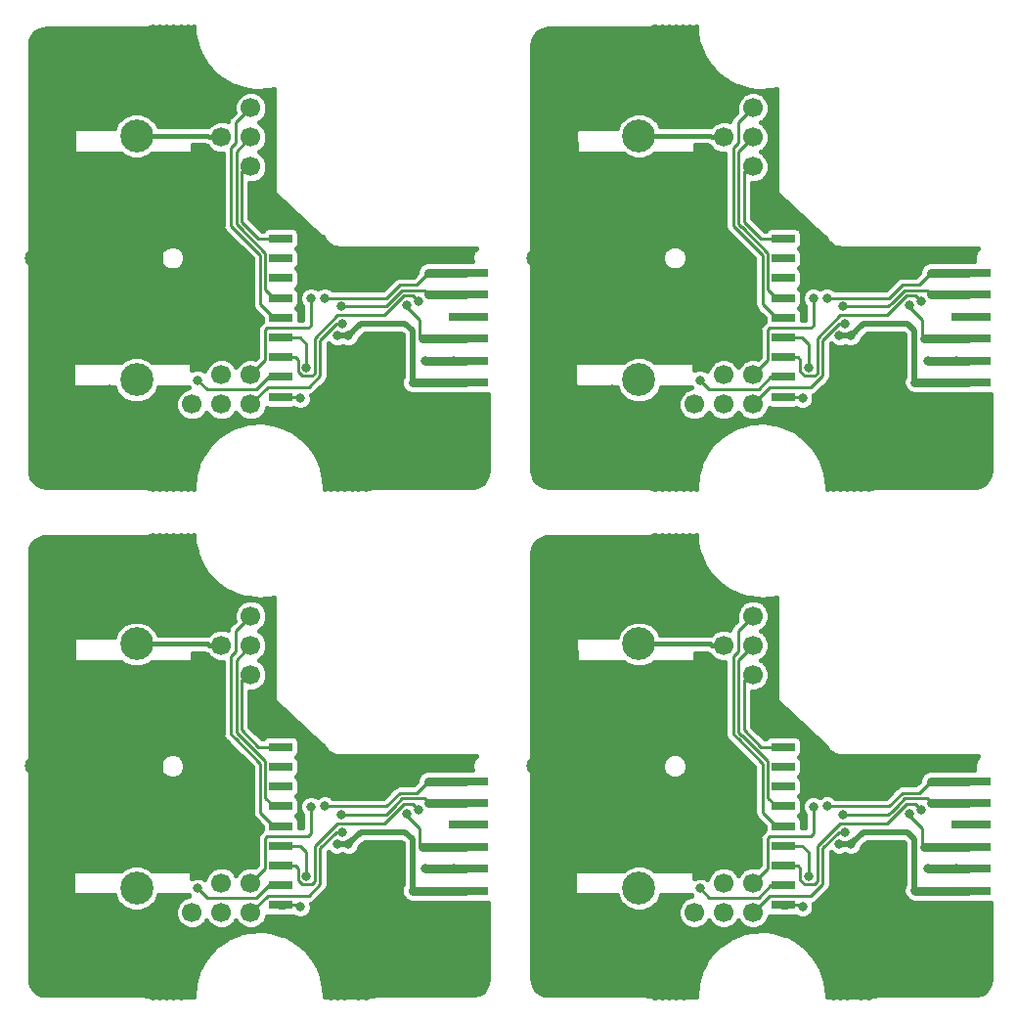
<source format=gbr>
G04 #@! TF.GenerationSoftware,KiCad,Pcbnew,(5.0.2)-1*
G04 #@! TF.CreationDate,2020-07-10T17:38:52+02:00*
G04 #@! TF.ProjectId,IKEA_Button2,494b4541-5f42-4757-9474-6f6e322e6b69,rev?*
G04 #@! TF.SameCoordinates,Original*
G04 #@! TF.FileFunction,Copper,L2,Bot*
G04 #@! TF.FilePolarity,Positive*
%FSLAX46Y46*%
G04 Gerber Fmt 4.6, Leading zero omitted, Abs format (unit mm)*
G04 Created by KiCad (PCBNEW (5.0.2)-1) date 10-07-2020 17:38:52*
%MOMM*%
%LPD*%
G01*
G04 APERTURE LIST*
G04 #@! TA.AperFunction,ComponentPad*
%ADD10C,1.700000*%
G04 #@! TD*
G04 #@! TA.AperFunction,ComponentPad*
%ADD11R,1.700000X1.700000*%
G04 #@! TD*
G04 #@! TA.AperFunction,SMDPad,CuDef*
%ADD12R,3.500000X0.800000*%
G04 #@! TD*
G04 #@! TA.AperFunction,SMDPad,CuDef*
%ADD13R,2.000000X0.800000*%
G04 #@! TD*
G04 #@! TA.AperFunction,ComponentPad*
%ADD14C,1.650000*%
G04 #@! TD*
G04 #@! TA.AperFunction,ComponentPad*
%ADD15C,2.850000*%
G04 #@! TD*
G04 #@! TA.AperFunction,SMDPad,CuDef*
%ADD16O,4.500000X6.000000*%
G04 #@! TD*
G04 #@! TA.AperFunction,ViaPad*
%ADD17C,0.800000*%
G04 #@! TD*
G04 #@! TA.AperFunction,Conductor*
%ADD18C,0.400000*%
G04 #@! TD*
G04 #@! TA.AperFunction,Conductor*
%ADD19C,0.500000*%
G04 #@! TD*
G04 #@! TA.AperFunction,Conductor*
%ADD20C,0.800000*%
G04 #@! TD*
G04 #@! TA.AperFunction,Conductor*
%ADD21C,0.250000*%
G04 #@! TD*
G04 #@! TA.AperFunction,Conductor*
%ADD22C,0.200000*%
G04 #@! TD*
G04 #@! TA.AperFunction,Conductor*
%ADD23C,0.390000*%
G04 #@! TD*
G04 APERTURE END LIST*
D10*
G04 #@! TO.P,EXT1,1*
G04 #@! TO.N,Net-(C1-Pad1)*
X63272000Y-82136000D03*
G04 #@! TD*
G04 #@! TO.P,EXT2,1*
G04 #@! TO.N,Net-(C4-Pad1)*
X60732000Y-82136000D03*
G04 #@! TD*
G04 #@! TO.P,EXT3,1*
G04 #@! TO.N,Net-(C2-Pad1)*
X60732000Y-84676000D03*
G04 #@! TD*
G04 #@! TO.P,EXT4,1*
G04 #@! TO.N,Net-(C3-Pad1)*
X58192000Y-84676000D03*
G04 #@! TD*
D11*
G04 #@! TO.P,EXT_GND1,1*
G04 #@! TO.N,GND*
X63272000Y-79596000D03*
G04 #@! TD*
D10*
G04 #@! TO.P,SWDIO1,1*
G04 #@! TO.N,Net-(SWDIO1-Pad1)*
X63272000Y-61562000D03*
G04 #@! TD*
G04 #@! TO.P,SWCLK1,1*
G04 #@! TO.N,Net-(SWCLK1-Pad1)*
X63272000Y-59022000D03*
G04 #@! TD*
G04 #@! TO.P,RESETn1,1*
G04 #@! TO.N,Net-(RESETn1-Pad1)*
X63272000Y-64102000D03*
G04 #@! TD*
G04 #@! TO.P,EXT5,1*
G04 #@! TO.N,Net-(C5-Pad1)*
X63272000Y-84676000D03*
G04 #@! TD*
D12*
G04 #@! TO.P,U1,16*
G04 #@! TO.N,Pairing*
X82130000Y-73300000D03*
G04 #@! TO.P,U1,15*
G04 #@! TO.N,SW3*
X82130000Y-75200000D03*
G04 #@! TO.P,U1,14*
G04 #@! TO.N,Net-(U1-Pad14)*
X82130000Y-77100000D03*
G04 #@! TO.P,U1,13*
G04 #@! TO.N,LED*
X82130000Y-79000000D03*
G04 #@! TO.P,U1,12*
G04 #@! TO.N,GND*
X82130000Y-80900000D03*
G04 #@! TO.P,U1,11*
G04 #@! TO.N,VCC*
X82130000Y-82800000D03*
D13*
G04 #@! TO.P,U1,1*
G04 #@! TO.N,GND*
X65880000Y-85740000D03*
G04 #@! TO.P,U1,2*
G04 #@! TO.N,SW2*
X65880000Y-84030000D03*
G04 #@! TO.P,U1,3*
G04 #@! TO.N,SW4*
X65880000Y-82320000D03*
G04 #@! TO.P,U1,4*
G04 #@! TO.N,SW1*
X65880000Y-80610000D03*
G04 #@! TO.P,U1,5*
G04 #@! TO.N,SW5*
X65880000Y-78900000D03*
G04 #@! TO.P,U1,6*
G04 #@! TO.N,Net-(SWCLK1-Pad1)*
X65880000Y-77190000D03*
G04 #@! TO.P,U1,7*
G04 #@! TO.N,Net-(SWDIO1-Pad1)*
X65880000Y-75480000D03*
G04 #@! TO.P,U1,8*
G04 #@! TO.N,Net-(SWO1-Pad1)*
X65880000Y-73770000D03*
G04 #@! TO.P,U1,9*
G04 #@! TO.N,Net-(U1-Pad9)*
X65880000Y-72060000D03*
G04 #@! TO.P,U1,10*
G04 #@! TO.N,Net-(RESETn1-Pad1)*
X65880000Y-70350000D03*
G04 #@! TD*
D10*
G04 #@! TO.P,VCC1,1*
G04 #@! TO.N,VCC*
X60732000Y-61562000D03*
G04 #@! TD*
D11*
G04 #@! TO.P,GND1,1*
G04 #@! TO.N,GND*
X60732000Y-59022000D03*
G04 #@! TD*
D10*
G04 #@! TO.P,TP13,*
G04 #@! TO.N,GND*
X71500000Y-72000000D03*
G04 #@! TD*
D14*
G04 #@! TO.P,TP11,*
G04 #@! TO.N,GND*
X44500000Y-72000000D03*
G04 #@! TD*
D15*
G04 #@! TO.P,BT1,1*
G04 #@! TO.N,VCC*
X53400000Y-61435000D03*
D16*
G04 #@! TO.P,BT1,2*
G04 #@! TO.N,GND*
X53400000Y-72000000D03*
D15*
G04 #@! TO.P,BT1,1*
G04 #@! TO.N,VCC*
X53400000Y-82565000D03*
G04 #@! TD*
D10*
G04 #@! TO.P,EXT1,1*
G04 #@! TO.N,Net-(C1-Pad1)*
X106772000Y-82136000D03*
G04 #@! TD*
G04 #@! TO.P,EXT2,1*
G04 #@! TO.N,Net-(C4-Pad1)*
X104232000Y-82136000D03*
G04 #@! TD*
G04 #@! TO.P,EXT3,1*
G04 #@! TO.N,Net-(C2-Pad1)*
X104232000Y-84676000D03*
G04 #@! TD*
G04 #@! TO.P,EXT4,1*
G04 #@! TO.N,Net-(C3-Pad1)*
X101692000Y-84676000D03*
G04 #@! TD*
D11*
G04 #@! TO.P,EXT_GND1,1*
G04 #@! TO.N,GND*
X106772000Y-79596000D03*
G04 #@! TD*
D10*
G04 #@! TO.P,SWDIO1,1*
G04 #@! TO.N,Net-(SWDIO1-Pad1)*
X106772000Y-61562000D03*
G04 #@! TD*
G04 #@! TO.P,SWCLK1,1*
G04 #@! TO.N,Net-(SWCLK1-Pad1)*
X106772000Y-59022000D03*
G04 #@! TD*
G04 #@! TO.P,RESETn1,1*
G04 #@! TO.N,Net-(RESETn1-Pad1)*
X106772000Y-64102000D03*
G04 #@! TD*
G04 #@! TO.P,EXT5,1*
G04 #@! TO.N,Net-(C5-Pad1)*
X106772000Y-84676000D03*
G04 #@! TD*
D13*
G04 #@! TO.P,U1,10*
G04 #@! TO.N,Net-(RESETn1-Pad1)*
X109380000Y-70350000D03*
G04 #@! TO.P,U1,9*
G04 #@! TO.N,Net-(U1-Pad9)*
X109380000Y-72060000D03*
G04 #@! TO.P,U1,8*
G04 #@! TO.N,Net-(SWO1-Pad1)*
X109380000Y-73770000D03*
G04 #@! TO.P,U1,7*
G04 #@! TO.N,Net-(SWDIO1-Pad1)*
X109380000Y-75480000D03*
G04 #@! TO.P,U1,6*
G04 #@! TO.N,Net-(SWCLK1-Pad1)*
X109380000Y-77190000D03*
G04 #@! TO.P,U1,5*
G04 #@! TO.N,SW5*
X109380000Y-78900000D03*
G04 #@! TO.P,U1,4*
G04 #@! TO.N,SW1*
X109380000Y-80610000D03*
G04 #@! TO.P,U1,3*
G04 #@! TO.N,SW4*
X109380000Y-82320000D03*
G04 #@! TO.P,U1,2*
G04 #@! TO.N,SW2*
X109380000Y-84030000D03*
G04 #@! TO.P,U1,1*
G04 #@! TO.N,GND*
X109380000Y-85740000D03*
D12*
G04 #@! TO.P,U1,11*
G04 #@! TO.N,VCC*
X125630000Y-82800000D03*
G04 #@! TO.P,U1,12*
G04 #@! TO.N,GND*
X125630000Y-80900000D03*
G04 #@! TO.P,U1,13*
G04 #@! TO.N,LED*
X125630000Y-79000000D03*
G04 #@! TO.P,U1,14*
G04 #@! TO.N,Net-(U1-Pad14)*
X125630000Y-77100000D03*
G04 #@! TO.P,U1,15*
G04 #@! TO.N,SW3*
X125630000Y-75200000D03*
G04 #@! TO.P,U1,16*
G04 #@! TO.N,Pairing*
X125630000Y-73300000D03*
G04 #@! TD*
D10*
G04 #@! TO.P,VCC1,1*
G04 #@! TO.N,VCC*
X104232000Y-61562000D03*
G04 #@! TD*
D11*
G04 #@! TO.P,GND1,1*
G04 #@! TO.N,GND*
X104232000Y-59022000D03*
G04 #@! TD*
D10*
G04 #@! TO.P,TP13,*
G04 #@! TO.N,GND*
X115000000Y-72000000D03*
G04 #@! TD*
D14*
G04 #@! TO.P,TP11,*
G04 #@! TO.N,GND*
X88000000Y-72000000D03*
G04 #@! TD*
D15*
G04 #@! TO.P,BT1,1*
G04 #@! TO.N,VCC*
X96900000Y-82565000D03*
D16*
G04 #@! TO.P,BT1,2*
G04 #@! TO.N,GND*
X96900000Y-72000000D03*
D15*
G04 #@! TO.P,BT1,1*
G04 #@! TO.N,VCC*
X96900000Y-61435000D03*
G04 #@! TD*
D11*
G04 #@! TO.P,GND1,1*
G04 #@! TO.N,GND*
X104232000Y-15022000D03*
G04 #@! TD*
D10*
G04 #@! TO.P,TP13,*
G04 #@! TO.N,GND*
X115000000Y-28000000D03*
G04 #@! TD*
D14*
G04 #@! TO.P,TP11,*
G04 #@! TO.N,GND*
X88000000Y-28000000D03*
G04 #@! TD*
D15*
G04 #@! TO.P,BT1,1*
G04 #@! TO.N,VCC*
X96900000Y-17435000D03*
D16*
G04 #@! TO.P,BT1,2*
G04 #@! TO.N,GND*
X96900000Y-28000000D03*
D15*
G04 #@! TO.P,BT1,1*
G04 #@! TO.N,VCC*
X96900000Y-38565000D03*
G04 #@! TD*
D10*
G04 #@! TO.P,EXT1,1*
G04 #@! TO.N,Net-(C1-Pad1)*
X106772000Y-38136000D03*
G04 #@! TD*
G04 #@! TO.P,EXT2,1*
G04 #@! TO.N,Net-(C4-Pad1)*
X104232000Y-38136000D03*
G04 #@! TD*
G04 #@! TO.P,EXT3,1*
G04 #@! TO.N,Net-(C2-Pad1)*
X104232000Y-40676000D03*
G04 #@! TD*
G04 #@! TO.P,EXT4,1*
G04 #@! TO.N,Net-(C3-Pad1)*
X101692000Y-40676000D03*
G04 #@! TD*
D11*
G04 #@! TO.P,EXT_GND1,1*
G04 #@! TO.N,GND*
X106772000Y-35596000D03*
G04 #@! TD*
D10*
G04 #@! TO.P,SWDIO1,1*
G04 #@! TO.N,Net-(SWDIO1-Pad1)*
X106772000Y-17562000D03*
G04 #@! TD*
G04 #@! TO.P,SWCLK1,1*
G04 #@! TO.N,Net-(SWCLK1-Pad1)*
X106772000Y-15022000D03*
G04 #@! TD*
G04 #@! TO.P,RESETn1,1*
G04 #@! TO.N,Net-(RESETn1-Pad1)*
X106772000Y-20102000D03*
G04 #@! TD*
G04 #@! TO.P,EXT5,1*
G04 #@! TO.N,Net-(C5-Pad1)*
X106772000Y-40676000D03*
G04 #@! TD*
D12*
G04 #@! TO.P,U1,16*
G04 #@! TO.N,Pairing*
X125630000Y-29300000D03*
G04 #@! TO.P,U1,15*
G04 #@! TO.N,SW3*
X125630000Y-31200000D03*
G04 #@! TO.P,U1,14*
G04 #@! TO.N,Net-(U1-Pad14)*
X125630000Y-33100000D03*
G04 #@! TO.P,U1,13*
G04 #@! TO.N,LED*
X125630000Y-35000000D03*
G04 #@! TO.P,U1,12*
G04 #@! TO.N,GND*
X125630000Y-36900000D03*
G04 #@! TO.P,U1,11*
G04 #@! TO.N,VCC*
X125630000Y-38800000D03*
D13*
G04 #@! TO.P,U1,1*
G04 #@! TO.N,GND*
X109380000Y-41740000D03*
G04 #@! TO.P,U1,2*
G04 #@! TO.N,SW2*
X109380000Y-40030000D03*
G04 #@! TO.P,U1,3*
G04 #@! TO.N,SW4*
X109380000Y-38320000D03*
G04 #@! TO.P,U1,4*
G04 #@! TO.N,SW1*
X109380000Y-36610000D03*
G04 #@! TO.P,U1,5*
G04 #@! TO.N,SW5*
X109380000Y-34900000D03*
G04 #@! TO.P,U1,6*
G04 #@! TO.N,Net-(SWCLK1-Pad1)*
X109380000Y-33190000D03*
G04 #@! TO.P,U1,7*
G04 #@! TO.N,Net-(SWDIO1-Pad1)*
X109380000Y-31480000D03*
G04 #@! TO.P,U1,8*
G04 #@! TO.N,Net-(SWO1-Pad1)*
X109380000Y-29770000D03*
G04 #@! TO.P,U1,9*
G04 #@! TO.N,Net-(U1-Pad9)*
X109380000Y-28060000D03*
G04 #@! TO.P,U1,10*
G04 #@! TO.N,Net-(RESETn1-Pad1)*
X109380000Y-26350000D03*
G04 #@! TD*
D10*
G04 #@! TO.P,VCC1,1*
G04 #@! TO.N,VCC*
X104232000Y-17562000D03*
G04 #@! TD*
G04 #@! TO.P,EXT5,1*
G04 #@! TO.N,Net-(C5-Pad1)*
X63272000Y-40676000D03*
G04 #@! TD*
D13*
G04 #@! TO.P,U1,10*
G04 #@! TO.N,Net-(RESETn1-Pad1)*
X65880000Y-26350000D03*
G04 #@! TO.P,U1,9*
G04 #@! TO.N,Net-(U1-Pad9)*
X65880000Y-28060000D03*
G04 #@! TO.P,U1,8*
G04 #@! TO.N,Net-(SWO1-Pad1)*
X65880000Y-29770000D03*
G04 #@! TO.P,U1,7*
G04 #@! TO.N,Net-(SWDIO1-Pad1)*
X65880000Y-31480000D03*
G04 #@! TO.P,U1,6*
G04 #@! TO.N,Net-(SWCLK1-Pad1)*
X65880000Y-33190000D03*
G04 #@! TO.P,U1,5*
G04 #@! TO.N,SW5*
X65880000Y-34900000D03*
G04 #@! TO.P,U1,4*
G04 #@! TO.N,SW1*
X65880000Y-36610000D03*
G04 #@! TO.P,U1,3*
G04 #@! TO.N,SW4*
X65880000Y-38320000D03*
G04 #@! TO.P,U1,2*
G04 #@! TO.N,SW2*
X65880000Y-40030000D03*
G04 #@! TO.P,U1,1*
G04 #@! TO.N,GND*
X65880000Y-41740000D03*
D12*
G04 #@! TO.P,U1,11*
G04 #@! TO.N,VCC*
X82130000Y-38800000D03*
G04 #@! TO.P,U1,12*
G04 #@! TO.N,GND*
X82130000Y-36900000D03*
G04 #@! TO.P,U1,13*
G04 #@! TO.N,LED*
X82130000Y-35000000D03*
G04 #@! TO.P,U1,14*
G04 #@! TO.N,Net-(U1-Pad14)*
X82130000Y-33100000D03*
G04 #@! TO.P,U1,15*
G04 #@! TO.N,SW3*
X82130000Y-31200000D03*
G04 #@! TO.P,U1,16*
G04 #@! TO.N,Pairing*
X82130000Y-29300000D03*
G04 #@! TD*
D10*
G04 #@! TO.P,VCC1,1*
G04 #@! TO.N,VCC*
X60732000Y-17562000D03*
G04 #@! TD*
D11*
G04 #@! TO.P,GND1,1*
G04 #@! TO.N,GND*
X60732000Y-15022000D03*
G04 #@! TD*
D10*
G04 #@! TO.P,TP13,*
G04 #@! TO.N,GND*
X71500000Y-28000000D03*
G04 #@! TD*
D14*
G04 #@! TO.P,TP11,*
G04 #@! TO.N,GND*
X44500000Y-28000000D03*
G04 #@! TD*
D15*
G04 #@! TO.P,BT1,1*
G04 #@! TO.N,VCC*
X53400000Y-38565000D03*
D16*
G04 #@! TO.P,BT1,2*
G04 #@! TO.N,GND*
X53400000Y-28000000D03*
D15*
G04 #@! TO.P,BT1,1*
G04 #@! TO.N,VCC*
X53400000Y-17435000D03*
G04 #@! TD*
D10*
G04 #@! TO.P,EXT1,1*
G04 #@! TO.N,Net-(C1-Pad1)*
X63272000Y-38136000D03*
G04 #@! TD*
G04 #@! TO.P,EXT2,1*
G04 #@! TO.N,Net-(C4-Pad1)*
X60732000Y-38136000D03*
G04 #@! TD*
G04 #@! TO.P,EXT3,1*
G04 #@! TO.N,Net-(C2-Pad1)*
X60732000Y-40676000D03*
G04 #@! TD*
G04 #@! TO.P,EXT4,1*
G04 #@! TO.N,Net-(C3-Pad1)*
X58192000Y-40676000D03*
G04 #@! TD*
D11*
G04 #@! TO.P,EXT_GND1,1*
G04 #@! TO.N,GND*
X63272000Y-35596000D03*
G04 #@! TD*
D10*
G04 #@! TO.P,SWDIO1,1*
G04 #@! TO.N,Net-(SWDIO1-Pad1)*
X63272000Y-17562000D03*
G04 #@! TD*
G04 #@! TO.P,SWCLK1,1*
G04 #@! TO.N,Net-(SWCLK1-Pad1)*
X63272000Y-15022000D03*
G04 #@! TD*
G04 #@! TO.P,RESETn1,1*
G04 #@! TO.N,Net-(RESETn1-Pad1)*
X63272000Y-20102000D03*
G04 #@! TD*
D17*
G04 #@! TO.N,GND*
X58506759Y-45090911D03*
G04 #@! TO.N,*
X102006759Y-45090911D03*
G04 #@! TO.N,GND*
X102006759Y-89090911D03*
X119640000Y-86850000D03*
X58506759Y-89090911D03*
G04 #@! TO.N,VCC*
X71750000Y-34750000D03*
X70750000Y-34750000D03*
X115250000Y-34750000D03*
X114250000Y-34750000D03*
X115250000Y-78750000D03*
X114250000Y-78750000D03*
X70750000Y-78750000D03*
X71750000Y-78750000D03*
G04 #@! TO.N,GND*
X82280000Y-40580000D03*
X44700000Y-20900000D03*
X50860000Y-34410000D03*
X50590000Y-25180000D03*
X50330000Y-31230000D03*
X48200000Y-28160000D03*
X59660000Y-24750000D03*
X51080000Y-39420000D03*
X69350000Y-29750000D03*
X73500000Y-27500000D03*
X75500000Y-27500000D03*
X77500000Y-27500000D03*
X79500000Y-27500000D03*
X46670000Y-37590000D03*
X58190000Y-21960000D03*
X75860000Y-38340000D03*
X77180000Y-40110000D03*
X70660000Y-42850000D03*
X76140000Y-42850000D03*
X78770000Y-42870000D03*
X69340000Y-45030000D03*
X51500000Y-15500000D03*
X49000000Y-14500000D03*
X46610000Y-40840000D03*
X49000000Y-43000000D03*
X51600000Y-43000000D03*
X44675000Y-40450000D03*
X62156759Y-42100911D03*
X64686759Y-41980911D03*
X59440000Y-31660000D03*
X49780000Y-21850000D03*
X50500000Y-8750000D03*
X54710000Y-15270000D03*
X58446000Y-15276000D03*
X57040000Y-42300000D03*
X54400000Y-44925000D03*
X44680000Y-15410000D03*
X55830000Y-20920000D03*
X60300000Y-28000000D03*
X55910000Y-30870000D03*
X56000000Y-24640000D03*
X54920000Y-34440000D03*
X73010000Y-38360000D03*
X70000000Y-39100000D03*
X78400000Y-36900000D03*
X80900000Y-36900000D03*
X70400000Y-36930000D03*
X44660000Y-34500000D03*
X62700000Y-28000000D03*
X65000000Y-21500000D03*
X65000000Y-17500000D03*
X65000000Y-19500000D03*
X65500000Y-23000000D03*
X67500000Y-25000000D03*
X49250000Y-47500000D03*
X44500000Y-10000000D03*
X44700000Y-18125000D03*
X57986759Y-8640911D03*
X77500000Y-47500000D03*
X83500000Y-45000000D03*
X69984000Y-47500000D03*
X67766759Y-43260911D03*
X81500000Y-27500000D03*
X61120000Y-13140000D03*
X51442000Y-47500000D03*
X57916759Y-47380911D03*
X60126759Y-43170911D03*
X44700000Y-45000000D03*
X58930000Y-11340000D03*
X99500000Y-24640000D03*
X98420000Y-34440000D03*
X116510000Y-38360000D03*
X113500000Y-39100000D03*
X121900000Y-36900000D03*
X124400000Y-36900000D03*
X113900000Y-36930000D03*
X88160000Y-34500000D03*
X106200000Y-28000000D03*
X108500000Y-21500000D03*
X108500000Y-17500000D03*
X108500000Y-19500000D03*
X109000000Y-23000000D03*
X111000000Y-25000000D03*
X92750000Y-47500000D03*
X88000000Y-10000000D03*
X88200000Y-18125000D03*
X101486759Y-8640911D03*
X121000000Y-47500000D03*
X127000000Y-45000000D03*
X113484000Y-47500000D03*
X111266759Y-43260911D03*
X125000000Y-27500000D03*
X104620000Y-13140000D03*
X94942000Y-47500000D03*
X101416759Y-47380911D03*
X103626759Y-43170911D03*
X88200000Y-45000000D03*
X102430000Y-11340000D03*
X119640000Y-42850000D03*
X122270000Y-42870000D03*
X112840000Y-45030000D03*
X95000000Y-15500000D03*
X101690000Y-21960000D03*
X119360000Y-38340000D03*
X120680000Y-40110000D03*
X114160000Y-42850000D03*
X103800000Y-28000000D03*
X99330000Y-20920000D03*
X88180000Y-15410000D03*
X97900000Y-44925000D03*
X100540000Y-42300000D03*
X101946000Y-15276000D03*
X98210000Y-15270000D03*
X94000000Y-8750000D03*
X93280000Y-21850000D03*
X102940000Y-31660000D03*
X108186759Y-41980911D03*
X105656759Y-42100911D03*
X88175000Y-40450000D03*
X95100000Y-43000000D03*
X92500000Y-43000000D03*
X90110000Y-40840000D03*
X92500000Y-14500000D03*
X91700000Y-28160000D03*
X103160000Y-24750000D03*
X117000000Y-27500000D03*
X112850000Y-29750000D03*
X94580000Y-39420000D03*
X90170000Y-37590000D03*
X123000000Y-27500000D03*
X121000000Y-27500000D03*
X119000000Y-27500000D03*
X125780000Y-40580000D03*
X88200000Y-20900000D03*
X94360000Y-34410000D03*
X94090000Y-25180000D03*
X93830000Y-31230000D03*
X99410000Y-30870000D03*
X98420000Y-78440000D03*
X116510000Y-82360000D03*
X113500000Y-83100000D03*
X121900000Y-80900000D03*
X124400000Y-80900000D03*
X113900000Y-80930000D03*
X88160000Y-78500000D03*
X106200000Y-72000000D03*
X108500000Y-65500000D03*
X108500000Y-61500000D03*
X108500000Y-63500000D03*
X109000000Y-67000000D03*
X111000000Y-69000000D03*
X92750000Y-91500000D03*
X88000000Y-54000000D03*
X88200000Y-62125000D03*
X101486759Y-52640911D03*
X121000000Y-91500000D03*
X127000000Y-89000000D03*
X113484000Y-91500000D03*
X111266759Y-87260911D03*
X125000000Y-71500000D03*
X104620000Y-57140000D03*
X88200000Y-64900000D03*
X99500000Y-68640000D03*
X94942000Y-91500000D03*
X101416759Y-91380911D03*
X103626759Y-87170911D03*
X88200000Y-89000000D03*
X102430000Y-55340000D03*
X122270000Y-86870000D03*
X112840000Y-89030000D03*
X95000000Y-59500000D03*
X101690000Y-65960000D03*
X119360000Y-82340000D03*
X120680000Y-84110000D03*
X114160000Y-86850000D03*
X103800000Y-72000000D03*
X99330000Y-64920000D03*
X88180000Y-59410000D03*
X97900000Y-88925000D03*
X100540000Y-86300000D03*
X101946000Y-59276000D03*
X98210000Y-59270000D03*
X94000000Y-52750000D03*
X102940000Y-75660000D03*
X108186759Y-85980911D03*
X105656759Y-86100911D03*
X88175000Y-84450000D03*
X95100000Y-87000000D03*
X92500000Y-87000000D03*
X90110000Y-84840000D03*
X92500000Y-58500000D03*
X91700000Y-72160000D03*
X103160000Y-68750000D03*
X117000000Y-71500000D03*
X112850000Y-73750000D03*
X94580000Y-83420000D03*
X112500000Y-70500000D03*
X90170000Y-81590000D03*
X123000000Y-71500000D03*
X121000000Y-71500000D03*
X119000000Y-71500000D03*
X125780000Y-84580000D03*
X94360000Y-78410000D03*
X94090000Y-69180000D03*
X93830000Y-75230000D03*
X99410000Y-74870000D03*
X93280000Y-65850000D03*
X77500000Y-91500000D03*
X57986759Y-52640911D03*
X44700000Y-62125000D03*
X44500000Y-54000000D03*
X49250000Y-91500000D03*
X65500000Y-67000000D03*
X65000000Y-63500000D03*
X65000000Y-61500000D03*
X65000000Y-65500000D03*
X62700000Y-72000000D03*
X44660000Y-78500000D03*
X70400000Y-80930000D03*
X80900000Y-80900000D03*
X78400000Y-80900000D03*
X70000000Y-83100000D03*
X73010000Y-82360000D03*
X54920000Y-78440000D03*
X83500000Y-89000000D03*
X69984000Y-91500000D03*
X67766759Y-87260911D03*
X81500000Y-71500000D03*
X61120000Y-57140000D03*
X44700000Y-64900000D03*
X56000000Y-68640000D03*
X51442000Y-91500000D03*
X57916759Y-91380911D03*
X60126759Y-87170911D03*
X44700000Y-89000000D03*
X58930000Y-55340000D03*
X76140000Y-86850000D03*
X78770000Y-86870000D03*
X69340000Y-89030000D03*
X51500000Y-59500000D03*
X58190000Y-65960000D03*
X75860000Y-82340000D03*
X77180000Y-84110000D03*
X70660000Y-86850000D03*
X60300000Y-72000000D03*
X55830000Y-64920000D03*
X44680000Y-59410000D03*
X54400000Y-88925000D03*
X57040000Y-86300000D03*
X58446000Y-59276000D03*
X54710000Y-59270000D03*
X50500000Y-52750000D03*
X59440000Y-75660000D03*
X64686759Y-85980911D03*
X62156759Y-86100911D03*
X44675000Y-84450000D03*
X51600000Y-87000000D03*
X49000000Y-87000000D03*
X46610000Y-84840000D03*
X49000000Y-58500000D03*
X48200000Y-72160000D03*
X59660000Y-68750000D03*
X73500000Y-71500000D03*
X69350000Y-73750000D03*
X51080000Y-83420000D03*
X69000000Y-70500000D03*
X46670000Y-81590000D03*
X79500000Y-71500000D03*
X77500000Y-71500000D03*
X75500000Y-71500000D03*
X82280000Y-84580000D03*
X50860000Y-78410000D03*
X50590000Y-69180000D03*
X50330000Y-75230000D03*
X55910000Y-74870000D03*
X49780000Y-65850000D03*
X69000000Y-26500000D03*
X65000000Y-13750000D03*
X112500000Y-26500000D03*
X108500000Y-13750000D03*
G04 #@! TO.N,SW5*
X68090000Y-37510000D03*
X111590000Y-37510000D03*
X111590000Y-81510000D03*
X68090000Y-81510000D03*
G04 #@! TO.N,SW1*
X77800000Y-31800000D03*
X121300000Y-31800000D03*
X121300000Y-75800000D03*
X77800000Y-75800000D03*
G04 #@! TO.N,SW3*
X71100000Y-32200000D03*
X114600000Y-32200000D03*
X114600000Y-76200000D03*
X71100000Y-76200000D03*
G04 #@! TO.N,SW4*
X58700000Y-38590000D03*
X102200000Y-38590000D03*
X102200000Y-82590000D03*
X58700000Y-82590000D03*
G04 #@! TO.N,Pairing*
X69692006Y-31472005D03*
X113192006Y-31472005D03*
X113192006Y-75472005D03*
X69692006Y-75472005D03*
G04 #@! TO.N,LED*
X76800000Y-32100000D03*
X120300000Y-32100000D03*
X120300000Y-76100000D03*
X76800000Y-76100000D03*
G04 #@! TO.N,Net-(C1-Pad1)*
X68500000Y-31500000D03*
X112000000Y-31500000D03*
X112000000Y-75500000D03*
X68500000Y-75500000D03*
G04 #@! TO.N,GND*
X108500000Y-57750000D03*
X65000000Y-57750000D03*
X67500000Y-69000000D03*
G04 #@! TO.N,Net-(C5-Pad1)*
X71250000Y-33750000D03*
X114750000Y-33750000D03*
X114750000Y-77750000D03*
X71250000Y-77750000D03*
G04 #@! TO.N,SW2*
X67562653Y-40177347D03*
X111062653Y-40177347D03*
X111062653Y-84177347D03*
X67562653Y-84177347D03*
G04 #@! TD*
D18*
G04 #@! TO.N,VCC*
X59692000Y-17562000D02*
X60732000Y-17562000D01*
X53400000Y-17435000D02*
X59565000Y-17435000D01*
X59565000Y-17435000D02*
X59692000Y-17562000D01*
D19*
X71750000Y-34750000D02*
X72149999Y-34350001D01*
X70750000Y-34750000D02*
X71750000Y-34750000D01*
D20*
X77300000Y-38800000D02*
X77270000Y-38770000D01*
X81880000Y-38800000D02*
X77300000Y-38800000D01*
D19*
X76670000Y-33700000D02*
X77270000Y-34300000D01*
X72800000Y-33700000D02*
X76670000Y-33700000D01*
X77270000Y-34300000D02*
X77270000Y-38770000D01*
X71750000Y-34750000D02*
X72800000Y-33700000D01*
D18*
X103192000Y-17562000D02*
X104232000Y-17562000D01*
X96900000Y-17435000D02*
X103065000Y-17435000D01*
X103065000Y-17435000D02*
X103192000Y-17562000D01*
D19*
X115250000Y-34750000D02*
X115649999Y-34350001D01*
X114250000Y-34750000D02*
X115250000Y-34750000D01*
D20*
X120800000Y-38800000D02*
X120770000Y-38770000D01*
X125380000Y-38800000D02*
X120800000Y-38800000D01*
D19*
X120170000Y-33700000D02*
X120770000Y-34300000D01*
X116300000Y-33700000D02*
X120170000Y-33700000D01*
X120770000Y-34300000D02*
X120770000Y-38770000D01*
X115250000Y-34750000D02*
X116300000Y-33700000D01*
X115250000Y-78750000D02*
X115649999Y-78350001D01*
X114250000Y-78750000D02*
X115250000Y-78750000D01*
D20*
X120800000Y-82800000D02*
X120770000Y-82770000D01*
X125380000Y-82800000D02*
X120800000Y-82800000D01*
D19*
X120170000Y-77700000D02*
X120770000Y-78300000D01*
X116300000Y-77700000D02*
X120170000Y-77700000D01*
X120770000Y-78300000D02*
X120770000Y-82770000D01*
X115250000Y-78750000D02*
X116300000Y-77700000D01*
D18*
X103192000Y-61562000D02*
X104232000Y-61562000D01*
X96900000Y-61435000D02*
X103065000Y-61435000D01*
X103065000Y-61435000D02*
X103192000Y-61562000D01*
D19*
X71750000Y-78750000D02*
X72149999Y-78350001D01*
X70750000Y-78750000D02*
X71750000Y-78750000D01*
D20*
X77300000Y-82800000D02*
X77270000Y-82770000D01*
X81880000Y-82800000D02*
X77300000Y-82800000D01*
D19*
X76670000Y-77700000D02*
X77270000Y-78300000D01*
X72800000Y-77700000D02*
X76670000Y-77700000D01*
X77270000Y-78300000D02*
X77270000Y-82770000D01*
X71750000Y-78750000D02*
X72800000Y-77700000D01*
D18*
X59692000Y-61562000D02*
X60732000Y-61562000D01*
X53400000Y-61435000D02*
X59565000Y-61435000D01*
X59565000Y-61435000D02*
X59692000Y-61562000D01*
D20*
G04 #@! TO.N,GND*
X81880000Y-36900000D02*
X80900000Y-36900000D01*
D21*
X65727000Y-41762000D02*
X65793000Y-41828000D01*
D20*
X78400000Y-36900000D02*
X78400000Y-36900000D01*
X80900000Y-36900000D02*
X78400000Y-36900000D01*
X121900000Y-36900000D02*
X121900000Y-36900000D01*
X124400000Y-36900000D02*
X121900000Y-36900000D01*
X125380000Y-36900000D02*
X124400000Y-36900000D01*
D21*
X109227000Y-41762000D02*
X109293000Y-41828000D01*
D20*
X125380000Y-80900000D02*
X124400000Y-80900000D01*
D21*
X109227000Y-85762000D02*
X109293000Y-85828000D01*
D20*
X121900000Y-80900000D02*
X121900000Y-80900000D01*
X124400000Y-80900000D02*
X121900000Y-80900000D01*
X78400000Y-80900000D02*
X78400000Y-80900000D01*
X80900000Y-80900000D02*
X78400000Y-80900000D01*
X81880000Y-80900000D02*
X80900000Y-80900000D01*
D21*
X65727000Y-85762000D02*
X65793000Y-85828000D01*
G04 #@! TO.N,SW5*
X66230000Y-35000000D02*
X66230000Y-34830000D01*
X66264653Y-34965347D02*
X66230000Y-35000000D01*
X68090000Y-37510000D02*
X68090000Y-35460000D01*
X68090000Y-35460000D02*
X67530000Y-34900000D01*
X67530000Y-34900000D02*
X65880000Y-34900000D01*
X66730000Y-35000000D02*
X66230000Y-35000000D01*
X66230000Y-34830000D02*
X66364989Y-34695011D01*
X109730000Y-34830000D02*
X109864989Y-34695011D01*
X109730000Y-35000000D02*
X109730000Y-34830000D01*
X109764653Y-34965347D02*
X109730000Y-35000000D01*
X111590000Y-37510000D02*
X111590000Y-35460000D01*
X111590000Y-35460000D02*
X111030000Y-34900000D01*
X111030000Y-34900000D02*
X109380000Y-34900000D01*
X110230000Y-35000000D02*
X109730000Y-35000000D01*
X111030000Y-78900000D02*
X109380000Y-78900000D01*
X110230000Y-79000000D02*
X109730000Y-79000000D01*
X109730000Y-79000000D02*
X109730000Y-78830000D01*
X109764653Y-78965347D02*
X109730000Y-79000000D01*
X111590000Y-81510000D02*
X111590000Y-79460000D01*
X111590000Y-79460000D02*
X111030000Y-78900000D01*
X109730000Y-78830000D02*
X109864989Y-78695011D01*
X66230000Y-78830000D02*
X66364989Y-78695011D01*
X66230000Y-79000000D02*
X66230000Y-78830000D01*
X66264653Y-78965347D02*
X66230000Y-79000000D01*
X68090000Y-81510000D02*
X68090000Y-79460000D01*
X68090000Y-79460000D02*
X67530000Y-78900000D01*
X66730000Y-79000000D02*
X66230000Y-79000000D01*
X67530000Y-78900000D02*
X65880000Y-78900000D01*
G04 #@! TO.N,SW1*
X65880000Y-36610000D02*
X67130000Y-36610000D01*
X68614999Y-38235001D02*
X68855002Y-37994998D01*
X67741999Y-38235001D02*
X68614999Y-38235001D01*
X68855002Y-37994998D02*
X68855002Y-34942903D01*
X67360000Y-37853002D02*
X67741999Y-38235001D01*
X67360000Y-36840000D02*
X67360000Y-37853002D01*
X66730000Y-36750000D02*
X66230000Y-36750000D01*
X77340020Y-31270020D02*
X77760000Y-31690000D01*
X76556978Y-31270020D02*
X77340020Y-31270020D01*
X67130000Y-36610000D02*
X67360000Y-36840000D01*
X74840186Y-32986812D02*
X76556978Y-31270020D01*
X70811093Y-32986812D02*
X74840186Y-32986812D01*
X68855002Y-34942903D02*
X70811093Y-32986812D01*
X120840020Y-31270020D02*
X121260000Y-31690000D01*
X120056978Y-31270020D02*
X120840020Y-31270020D01*
X110630000Y-36610000D02*
X110860000Y-36840000D01*
X118340186Y-32986812D02*
X120056978Y-31270020D01*
X114311093Y-32986812D02*
X118340186Y-32986812D01*
X112355002Y-34942903D02*
X114311093Y-32986812D01*
X109380000Y-36610000D02*
X110630000Y-36610000D01*
X112114999Y-38235001D02*
X112355002Y-37994998D01*
X111241999Y-38235001D02*
X112114999Y-38235001D01*
X112355002Y-37994998D02*
X112355002Y-34942903D01*
X110860000Y-37853002D02*
X111241999Y-38235001D01*
X110860000Y-36840000D02*
X110860000Y-37853002D01*
X110230000Y-36750000D02*
X109730000Y-36750000D01*
X109380000Y-80610000D02*
X110630000Y-80610000D01*
X112114999Y-82235001D02*
X112355002Y-81994998D01*
X111241999Y-82235001D02*
X112114999Y-82235001D01*
X112355002Y-81994998D02*
X112355002Y-78942903D01*
X110860000Y-81853002D02*
X111241999Y-82235001D01*
X110860000Y-80840000D02*
X110860000Y-81853002D01*
X110230000Y-80750000D02*
X109730000Y-80750000D01*
X120840020Y-75270020D02*
X121260000Y-75690000D01*
X120056978Y-75270020D02*
X120840020Y-75270020D01*
X110630000Y-80610000D02*
X110860000Y-80840000D01*
X118340186Y-76986812D02*
X120056978Y-75270020D01*
X114311093Y-76986812D02*
X118340186Y-76986812D01*
X112355002Y-78942903D02*
X114311093Y-76986812D01*
X77340020Y-75270020D02*
X77760000Y-75690000D01*
X76556978Y-75270020D02*
X77340020Y-75270020D01*
X67130000Y-80610000D02*
X67360000Y-80840000D01*
X74840186Y-76986812D02*
X76556978Y-75270020D01*
X70811093Y-76986812D02*
X74840186Y-76986812D01*
X68855002Y-78942903D02*
X70811093Y-76986812D01*
X65880000Y-80610000D02*
X67130000Y-80610000D01*
X68614999Y-82235001D02*
X68855002Y-81994998D01*
X67741999Y-82235001D02*
X68614999Y-82235001D01*
X68855002Y-81994998D02*
X68855002Y-78942903D01*
X67360000Y-81853002D02*
X67741999Y-82235001D01*
X67360000Y-80840000D02*
X67360000Y-81853002D01*
X66730000Y-80750000D02*
X66230000Y-80750000D01*
D20*
G04 #@! TO.N,SW3*
X81880000Y-31200000D02*
X78700000Y-31200000D01*
D21*
X76390588Y-30800000D02*
X78300000Y-30800000D01*
X78400000Y-30900000D02*
X78700000Y-31200000D01*
X78300000Y-30800000D02*
X78400000Y-30900000D01*
X74990588Y-32200000D02*
X75690588Y-31500000D01*
X71100000Y-32200000D02*
X74990588Y-32200000D01*
X75260589Y-31929999D02*
X75690588Y-31500000D01*
X75690588Y-31500000D02*
X76390588Y-30800000D01*
X118760589Y-31929999D02*
X119190588Y-31500000D01*
X119190588Y-31500000D02*
X119890588Y-30800000D01*
D20*
X125380000Y-31200000D02*
X122200000Y-31200000D01*
D21*
X119890588Y-30800000D02*
X121800000Y-30800000D01*
X121900000Y-30900000D02*
X122200000Y-31200000D01*
X121800000Y-30800000D02*
X121900000Y-30900000D01*
X118490588Y-32200000D02*
X119190588Y-31500000D01*
X114600000Y-32200000D02*
X118490588Y-32200000D01*
X118490588Y-76200000D02*
X119190588Y-75500000D01*
X114600000Y-76200000D02*
X118490588Y-76200000D01*
D20*
X125380000Y-75200000D02*
X122200000Y-75200000D01*
D21*
X119890588Y-74800000D02*
X121800000Y-74800000D01*
X121900000Y-74900000D02*
X122200000Y-75200000D01*
X121800000Y-74800000D02*
X121900000Y-74900000D01*
X118760589Y-75929999D02*
X119190588Y-75500000D01*
X119190588Y-75500000D02*
X119890588Y-74800000D01*
X75260589Y-75929999D02*
X75690588Y-75500000D01*
X75690588Y-75500000D02*
X76390588Y-74800000D01*
D20*
X81880000Y-75200000D02*
X78700000Y-75200000D01*
D21*
X76390588Y-74800000D02*
X78300000Y-74800000D01*
X78400000Y-74900000D02*
X78700000Y-75200000D01*
X78300000Y-74800000D02*
X78400000Y-74900000D01*
X71100000Y-76200000D02*
X74990588Y-76200000D01*
X74990588Y-76200000D02*
X75690588Y-75500000D01*
G04 #@! TO.N,SW4*
X59500000Y-39390000D02*
X58700000Y-38590000D01*
X63757002Y-39390000D02*
X59500000Y-39390000D01*
X65880000Y-38320000D02*
X64827002Y-38320000D01*
X64827002Y-38320000D02*
X63757002Y-39390000D01*
X103000000Y-39390000D02*
X102200000Y-38590000D01*
X107257002Y-39390000D02*
X103000000Y-39390000D01*
X109380000Y-38320000D02*
X108327002Y-38320000D01*
X108327002Y-38320000D02*
X107257002Y-39390000D01*
X103000000Y-83390000D02*
X102200000Y-82590000D01*
X107257002Y-83390000D02*
X103000000Y-83390000D01*
X109380000Y-82320000D02*
X108327002Y-82320000D01*
X108327002Y-82320000D02*
X107257002Y-83390000D01*
X59500000Y-83390000D02*
X58700000Y-82590000D01*
X63757002Y-83390000D02*
X59500000Y-83390000D01*
X65880000Y-82320000D02*
X64827002Y-82320000D01*
X64827002Y-82320000D02*
X63757002Y-83390000D01*
G04 #@! TO.N,Pairing*
X82850000Y-29100000D02*
X83230000Y-29100000D01*
D20*
X81880000Y-29300000D02*
X78700000Y-29300000D01*
D21*
X77660000Y-30340000D02*
X78700000Y-29300000D01*
X76200000Y-30340000D02*
X77660000Y-30340000D01*
X70207001Y-31474999D02*
X71974999Y-31474999D01*
X71974999Y-31474999D02*
X71979989Y-31479989D01*
X71979989Y-31479989D02*
X75060011Y-31479989D01*
X75060011Y-31479989D02*
X76200000Y-30340000D01*
X70207001Y-31474999D02*
X69695000Y-31474999D01*
X69695000Y-31474999D02*
X69692006Y-31472005D01*
X126350000Y-29100000D02*
X126730000Y-29100000D01*
D20*
X125380000Y-29300000D02*
X122200000Y-29300000D01*
D21*
X121160000Y-30340000D02*
X122200000Y-29300000D01*
X119700000Y-30340000D02*
X121160000Y-30340000D01*
X113707001Y-31474999D02*
X115474999Y-31474999D01*
X115474999Y-31474999D02*
X115479989Y-31479989D01*
X115479989Y-31479989D02*
X118560011Y-31479989D01*
X118560011Y-31479989D02*
X119700000Y-30340000D01*
X113707001Y-31474999D02*
X113195000Y-31474999D01*
X113195000Y-31474999D02*
X113192006Y-31472005D01*
X126350000Y-73100000D02*
X126730000Y-73100000D01*
D20*
X125380000Y-73300000D02*
X122200000Y-73300000D01*
D21*
X121160000Y-74340000D02*
X122200000Y-73300000D01*
X119700000Y-74340000D02*
X121160000Y-74340000D01*
X113707001Y-75474999D02*
X115474999Y-75474999D01*
X115474999Y-75474999D02*
X115479989Y-75479989D01*
X115479989Y-75479989D02*
X118560011Y-75479989D01*
X118560011Y-75479989D02*
X119700000Y-74340000D01*
X113707001Y-75474999D02*
X113195000Y-75474999D01*
X113195000Y-75474999D02*
X113192006Y-75472005D01*
X82850000Y-73100000D02*
X83230000Y-73100000D01*
D20*
X81880000Y-73300000D02*
X78700000Y-73300000D01*
D21*
X77660000Y-74340000D02*
X78700000Y-73300000D01*
X76200000Y-74340000D02*
X77660000Y-74340000D01*
X70207001Y-75474999D02*
X71974999Y-75474999D01*
X71974999Y-75474999D02*
X71979989Y-75479989D01*
X71979989Y-75479989D02*
X75060011Y-75479989D01*
X75060011Y-75479989D02*
X76200000Y-74340000D01*
X70207001Y-75474999D02*
X69695000Y-75474999D01*
X69695000Y-75474999D02*
X69692006Y-75472005D01*
G04 #@! TO.N,LED*
X83230000Y-35104000D02*
X82730000Y-35104000D01*
X83230000Y-35150000D02*
X82510000Y-35150000D01*
X77934999Y-33409999D02*
X76625000Y-32100000D01*
X77934999Y-34818001D02*
X77934999Y-33409999D01*
D20*
X81880000Y-35000000D02*
X78120010Y-35000000D01*
D21*
X126730000Y-35104000D02*
X126230000Y-35104000D01*
X126730000Y-35150000D02*
X126010000Y-35150000D01*
X121434999Y-33409999D02*
X120125000Y-32100000D01*
X121434999Y-34818001D02*
X121434999Y-33409999D01*
D20*
X125380000Y-35000000D02*
X121620010Y-35000000D01*
D21*
X126730000Y-79104000D02*
X126230000Y-79104000D01*
X126730000Y-79150000D02*
X126010000Y-79150000D01*
X121434999Y-77409999D02*
X120125000Y-76100000D01*
X121434999Y-78818001D02*
X121434999Y-77409999D01*
D20*
X125380000Y-79000000D02*
X121620010Y-79000000D01*
D21*
X83230000Y-79104000D02*
X82730000Y-79104000D01*
X83230000Y-79150000D02*
X82510000Y-79150000D01*
X77934999Y-77409999D02*
X76625000Y-76100000D01*
X77934999Y-78818001D02*
X77934999Y-77409999D01*
D20*
X81880000Y-79000000D02*
X78120010Y-79000000D01*
D21*
G04 #@! TO.N,Net-(C1-Pad1)*
X68500000Y-33850000D02*
X68500000Y-31500000D01*
X68280000Y-34070000D02*
X68500000Y-33850000D01*
X64724998Y-34070000D02*
X68280000Y-34070000D01*
X64554999Y-34239999D02*
X64724998Y-34070000D01*
X64554999Y-36853001D02*
X64554999Y-34239999D01*
X63272000Y-38136000D02*
X64554999Y-36853001D01*
X111780000Y-34070000D02*
X112000000Y-33850000D01*
X108054999Y-36853001D02*
X108054999Y-34239999D01*
X108224998Y-34070000D02*
X111780000Y-34070000D01*
X108054999Y-34239999D02*
X108224998Y-34070000D01*
X112000000Y-33850000D02*
X112000000Y-31500000D01*
X106772000Y-38136000D02*
X108054999Y-36853001D01*
X111780000Y-78070000D02*
X112000000Y-77850000D01*
X108054999Y-80853001D02*
X108054999Y-78239999D01*
X108224998Y-78070000D02*
X111780000Y-78070000D01*
X108054999Y-78239999D02*
X108224998Y-78070000D01*
X112000000Y-77850000D02*
X112000000Y-75500000D01*
X106772000Y-82136000D02*
X108054999Y-80853001D01*
X68280000Y-78070000D02*
X68500000Y-77850000D01*
X64554999Y-80853001D02*
X64554999Y-78239999D01*
X64724998Y-78070000D02*
X68280000Y-78070000D01*
X64554999Y-78239999D02*
X64724998Y-78070000D01*
X68500000Y-77850000D02*
X68500000Y-75500000D01*
X63272000Y-82136000D02*
X64554999Y-80853001D01*
G04 #@! TO.N,Net-(RESETn1-Pad1)*
X63272000Y-20102000D02*
X62928000Y-20102000D01*
X66230000Y-26400000D02*
X65970000Y-26400000D01*
X62928000Y-20102000D02*
X62480010Y-20549990D01*
X65970000Y-26400000D02*
X65890000Y-26480000D01*
X66230000Y-26400000D02*
X65730000Y-26400000D01*
X65880000Y-26350000D02*
X65450000Y-26350000D01*
X65880000Y-26350000D02*
X64230000Y-26350000D01*
X63956410Y-26350000D02*
X64230000Y-26350000D01*
X62480010Y-24873600D02*
X63956410Y-26350000D01*
X62480010Y-20549990D02*
X62480010Y-24873600D01*
X107456410Y-26350000D02*
X107730000Y-26350000D01*
X105980010Y-24873600D02*
X107456410Y-26350000D01*
X105980010Y-20549990D02*
X105980010Y-24873600D01*
X106772000Y-20102000D02*
X106428000Y-20102000D01*
X109730000Y-26400000D02*
X109470000Y-26400000D01*
X106428000Y-20102000D02*
X105980010Y-20549990D01*
X109470000Y-26400000D02*
X109390000Y-26480000D01*
X109730000Y-26400000D02*
X109230000Y-26400000D01*
X109380000Y-26350000D02*
X108950000Y-26350000D01*
X109380000Y-26350000D02*
X107730000Y-26350000D01*
X109380000Y-70350000D02*
X108950000Y-70350000D01*
X109380000Y-70350000D02*
X107730000Y-70350000D01*
X106772000Y-64102000D02*
X106428000Y-64102000D01*
X109730000Y-70400000D02*
X109470000Y-70400000D01*
X106428000Y-64102000D02*
X105980010Y-64549990D01*
X109470000Y-70400000D02*
X109390000Y-70480000D01*
X109730000Y-70400000D02*
X109230000Y-70400000D01*
X107456410Y-70350000D02*
X107730000Y-70350000D01*
X105980010Y-68873600D02*
X107456410Y-70350000D01*
X105980010Y-64549990D02*
X105980010Y-68873600D01*
X63956410Y-70350000D02*
X64230000Y-70350000D01*
X62480010Y-68873600D02*
X63956410Y-70350000D01*
X62480010Y-64549990D02*
X62480010Y-68873600D01*
X63272000Y-64102000D02*
X62928000Y-64102000D01*
X66230000Y-70400000D02*
X65970000Y-70400000D01*
X62928000Y-64102000D02*
X62480010Y-64549990D01*
X65970000Y-70400000D02*
X65890000Y-70480000D01*
X66230000Y-70400000D02*
X65730000Y-70400000D01*
X65880000Y-70350000D02*
X64230000Y-70350000D01*
X65880000Y-70350000D02*
X65450000Y-70350000D01*
G04 #@! TO.N,Net-(SWO1-Pad1)*
X65730000Y-29700000D02*
X66230000Y-29700000D01*
X65730000Y-29800000D02*
X66230000Y-29800000D01*
X109230000Y-29700000D02*
X109730000Y-29700000D01*
X109230000Y-29800000D02*
X109730000Y-29800000D01*
X109230000Y-73700000D02*
X109730000Y-73700000D01*
X109230000Y-73800000D02*
X109730000Y-73800000D01*
X65730000Y-73700000D02*
X66230000Y-73700000D01*
X65730000Y-73800000D02*
X66230000Y-73800000D01*
G04 #@! TO.N,Net-(SWDIO1-Pad1)*
X64550000Y-27580000D02*
X62310000Y-25340000D01*
X62030000Y-18804000D02*
X62030000Y-25073590D01*
X62030000Y-25073590D02*
X62296410Y-25340000D01*
X62296410Y-25340000D02*
X62310000Y-25340000D01*
X63272000Y-17562000D02*
X62030000Y-18804000D01*
X65280000Y-31480000D02*
X64550000Y-30750000D01*
X65880000Y-31480000D02*
X65280000Y-31480000D01*
X64550000Y-30750000D02*
X64550000Y-27580000D01*
X65730000Y-31450000D02*
X66230000Y-31450000D01*
X108050000Y-27580000D02*
X105810000Y-25340000D01*
X105530000Y-18804000D02*
X105530000Y-25073590D01*
X105530000Y-25073590D02*
X105796410Y-25340000D01*
X105796410Y-25340000D02*
X105810000Y-25340000D01*
X106772000Y-17562000D02*
X105530000Y-18804000D01*
X108780000Y-31480000D02*
X108050000Y-30750000D01*
X109380000Y-31480000D02*
X108780000Y-31480000D01*
X108050000Y-30750000D02*
X108050000Y-27580000D01*
X109230000Y-31450000D02*
X109730000Y-31450000D01*
X108050000Y-71580000D02*
X105810000Y-69340000D01*
X105530000Y-62804000D02*
X105530000Y-69073590D01*
X105530000Y-69073590D02*
X105796410Y-69340000D01*
X105796410Y-69340000D02*
X105810000Y-69340000D01*
X106772000Y-61562000D02*
X105530000Y-62804000D01*
X108780000Y-75480000D02*
X108050000Y-74750000D01*
X109380000Y-75480000D02*
X108780000Y-75480000D01*
X108050000Y-74750000D02*
X108050000Y-71580000D01*
X109230000Y-75450000D02*
X109730000Y-75450000D01*
X64550000Y-71580000D02*
X62310000Y-69340000D01*
X62030000Y-62804000D02*
X62030000Y-69073590D01*
X62030000Y-69073590D02*
X62296410Y-69340000D01*
X62296410Y-69340000D02*
X62310000Y-69340000D01*
X63272000Y-61562000D02*
X62030000Y-62804000D01*
X65280000Y-75480000D02*
X64550000Y-74750000D01*
X65880000Y-75480000D02*
X65280000Y-75480000D01*
X64550000Y-74750000D02*
X64550000Y-71580000D01*
X65730000Y-75450000D02*
X66230000Y-75450000D01*
G04 #@! TO.N,Net-(SWCLK1-Pad1)*
X65480000Y-33200000D02*
X66230000Y-33200000D01*
X65730000Y-33200000D02*
X66230000Y-33200000D01*
X65280000Y-33190000D02*
X64100000Y-32010000D01*
X65880000Y-33190000D02*
X65280000Y-33190000D01*
X64100000Y-32010000D02*
X64100000Y-27780000D01*
X61990000Y-18043002D02*
X61570000Y-18463002D01*
X61990000Y-16304000D02*
X63272000Y-15022000D01*
X61640000Y-25306410D02*
X61640000Y-25320000D01*
X61990000Y-18043002D02*
X61990000Y-16304000D01*
X61570000Y-25250000D02*
X61960000Y-25640000D01*
X61570000Y-18463002D02*
X61570000Y-25250000D01*
X64100000Y-27780000D02*
X61960000Y-25640000D01*
X61960000Y-25640000D02*
X61640000Y-25320000D01*
X105070000Y-18463002D02*
X105070000Y-25250000D01*
X107600000Y-27780000D02*
X105460000Y-25640000D01*
X105460000Y-25640000D02*
X105140000Y-25320000D01*
X108980000Y-33200000D02*
X109730000Y-33200000D01*
X109230000Y-33200000D02*
X109730000Y-33200000D01*
X108780000Y-33190000D02*
X107600000Y-32010000D01*
X109380000Y-33190000D02*
X108780000Y-33190000D01*
X107600000Y-32010000D02*
X107600000Y-27780000D01*
X105490000Y-18043002D02*
X105070000Y-18463002D01*
X105490000Y-16304000D02*
X106772000Y-15022000D01*
X105140000Y-25306410D02*
X105140000Y-25320000D01*
X105490000Y-18043002D02*
X105490000Y-16304000D01*
X105070000Y-25250000D02*
X105460000Y-25640000D01*
X108980000Y-77200000D02*
X109730000Y-77200000D01*
X109230000Y-77200000D02*
X109730000Y-77200000D01*
X108780000Y-77190000D02*
X107600000Y-76010000D01*
X109380000Y-77190000D02*
X108780000Y-77190000D01*
X107600000Y-76010000D02*
X107600000Y-71780000D01*
X105490000Y-62043002D02*
X105070000Y-62463002D01*
X105490000Y-60304000D02*
X106772000Y-59022000D01*
X105140000Y-69306410D02*
X105140000Y-69320000D01*
X105490000Y-62043002D02*
X105490000Y-60304000D01*
X105070000Y-69250000D02*
X105460000Y-69640000D01*
X105070000Y-62463002D02*
X105070000Y-69250000D01*
X107600000Y-71780000D02*
X105460000Y-69640000D01*
X105460000Y-69640000D02*
X105140000Y-69320000D01*
X61570000Y-62463002D02*
X61570000Y-69250000D01*
X64100000Y-71780000D02*
X61960000Y-69640000D01*
X61960000Y-69640000D02*
X61640000Y-69320000D01*
X65480000Y-77200000D02*
X66230000Y-77200000D01*
X65730000Y-77200000D02*
X66230000Y-77200000D01*
X65280000Y-77190000D02*
X64100000Y-76010000D01*
X65880000Y-77190000D02*
X65280000Y-77190000D01*
X64100000Y-76010000D02*
X64100000Y-71780000D01*
X61990000Y-62043002D02*
X61570000Y-62463002D01*
X61990000Y-60304000D02*
X63272000Y-59022000D01*
X61640000Y-69306410D02*
X61640000Y-69320000D01*
X61990000Y-62043002D02*
X61990000Y-60304000D01*
X61570000Y-69250000D02*
X61960000Y-69640000D01*
G04 #@! TO.N,Net-(C5-Pad1)*
X64748000Y-39200000D02*
X63272000Y-40676000D01*
X68300000Y-39200000D02*
X64748000Y-39200000D01*
X69305011Y-38194989D02*
X68300000Y-39200000D01*
X69305012Y-35129303D02*
X69305011Y-38194989D01*
X70684315Y-33750000D02*
X69305012Y-35129303D01*
X71250000Y-33750000D02*
X70684315Y-33750000D01*
X108248000Y-39200000D02*
X106772000Y-40676000D01*
X111800000Y-39200000D02*
X108248000Y-39200000D01*
X112805011Y-38194989D02*
X111800000Y-39200000D01*
X112805012Y-35129303D02*
X112805011Y-38194989D01*
X114184315Y-33750000D02*
X112805012Y-35129303D01*
X114750000Y-33750000D02*
X114184315Y-33750000D01*
X108248000Y-83200000D02*
X106772000Y-84676000D01*
X111800000Y-83200000D02*
X108248000Y-83200000D01*
X112805011Y-82194989D02*
X111800000Y-83200000D01*
X112805012Y-79129303D02*
X112805011Y-82194989D01*
X114184315Y-77750000D02*
X112805012Y-79129303D01*
X114750000Y-77750000D02*
X114184315Y-77750000D01*
X64748000Y-83200000D02*
X63272000Y-84676000D01*
X68300000Y-83200000D02*
X64748000Y-83200000D01*
X69305011Y-82194989D02*
X68300000Y-83200000D01*
X69305012Y-79129303D02*
X69305011Y-82194989D01*
X70684315Y-77750000D02*
X69305012Y-79129303D01*
X71250000Y-77750000D02*
X70684315Y-77750000D01*
G04 #@! TO.N,SW2*
X66230000Y-40250000D02*
X65730000Y-40250000D01*
X65880000Y-40030000D02*
X67415306Y-40030000D01*
X67415306Y-40030000D02*
X67562653Y-40177347D01*
X109730000Y-40250000D02*
X109230000Y-40250000D01*
X109380000Y-40030000D02*
X110915306Y-40030000D01*
X110915306Y-40030000D02*
X111062653Y-40177347D01*
X109730000Y-84250000D02*
X109230000Y-84250000D01*
X109380000Y-84030000D02*
X110915306Y-84030000D01*
X110915306Y-84030000D02*
X111062653Y-84177347D01*
X66230000Y-84250000D02*
X65730000Y-84250000D01*
X65880000Y-84030000D02*
X67415306Y-84030000D01*
X67415306Y-84030000D02*
X67562653Y-84177347D01*
G04 #@! TO.N,Net-(U1-Pad9)*
X65730000Y-27950000D02*
X66230000Y-27950000D01*
X109230000Y-27950000D02*
X109730000Y-27950000D01*
X109230000Y-71950000D02*
X109730000Y-71950000D01*
X65730000Y-71950000D02*
X66230000Y-71950000D01*
G04 #@! TD*
D22*
G04 #@! TO.N,GND*
G36*
X72900000Y-29400000D02*
X70100000Y-29400000D01*
X70100000Y-27100000D01*
X72900000Y-27100000D01*
X72900000Y-29400000D01*
X72900000Y-29400000D01*
G37*
X72900000Y-29400000D02*
X70100000Y-29400000D01*
X70100000Y-27100000D01*
X72900000Y-27100000D01*
X72900000Y-29400000D01*
G36*
X45600000Y-29305678D02*
X44090000Y-29393982D01*
X44090000Y-26594322D01*
X45600000Y-26506018D01*
X45600000Y-29305678D01*
X45600000Y-29305678D01*
G37*
X45600000Y-29305678D02*
X44090000Y-29393982D01*
X44090000Y-26594322D01*
X45600000Y-26506018D01*
X45600000Y-29305678D01*
D23*
G36*
X54941865Y-8045000D02*
X55258135Y-8045000D01*
X55400000Y-7986237D01*
X55541865Y-8045000D01*
X55858135Y-8045000D01*
X55980005Y-7994520D01*
X56101875Y-8045000D01*
X56418145Y-8045000D01*
X56580005Y-7977955D01*
X56741865Y-8045000D01*
X57058135Y-8045000D01*
X57200000Y-7986237D01*
X57341865Y-8045000D01*
X57658135Y-8045000D01*
X57800000Y-7986237D01*
X57941865Y-8045000D01*
X58258135Y-8045000D01*
X58336477Y-8012549D01*
X58364247Y-8494165D01*
X58365788Y-8504601D01*
X58365788Y-8515157D01*
X58377057Y-8591465D01*
X58557324Y-9461938D01*
X58563416Y-9482116D01*
X58567149Y-9502864D01*
X58591747Y-9575954D01*
X58591753Y-9575973D01*
X58591757Y-9575980D01*
X58923316Y-10400764D01*
X58932886Y-10419546D01*
X58940234Y-10439305D01*
X58977395Y-10506900D01*
X59449778Y-11259944D01*
X59462523Y-11276735D01*
X59473254Y-11294880D01*
X59521798Y-11354826D01*
X60120068Y-12012315D01*
X60135585Y-12026583D01*
X60149358Y-12042540D01*
X60207731Y-12092925D01*
X60207751Y-12092944D01*
X60207760Y-12092950D01*
X60912996Y-12634098D01*
X60930793Y-12645392D01*
X60947177Y-12658660D01*
X61013571Y-12697925D01*
X61803501Y-13105638D01*
X61823021Y-13113604D01*
X61841491Y-13123758D01*
X61913773Y-13150639D01*
X61913790Y-13150646D01*
X61913797Y-13150648D01*
X62763435Y-13412030D01*
X62784049Y-13416412D01*
X62804033Y-13423137D01*
X62879950Y-13436796D01*
X63762454Y-13543591D01*
X63783521Y-13544253D01*
X63804378Y-13547333D01*
X63881514Y-13547333D01*
X64768983Y-13496162D01*
X64789833Y-13493083D01*
X64810907Y-13492421D01*
X64886824Y-13478761D01*
X65305000Y-13378366D01*
X65305000Y-22273753D01*
X65319843Y-22348376D01*
X65367083Y-22416435D01*
X69367083Y-26142682D01*
X69431803Y-26182686D01*
X69493750Y-26193871D01*
X69519035Y-26254915D01*
X69735808Y-26579339D01*
X69828235Y-26671765D01*
X69920661Y-26764192D01*
X70245084Y-26980964D01*
X70245085Y-26980965D01*
X70486607Y-27081006D01*
X70738579Y-27131126D01*
X70934011Y-27170000D01*
X82781437Y-27170000D01*
X82571704Y-27379733D01*
X82405000Y-27782191D01*
X82405000Y-28217809D01*
X82436288Y-28293344D01*
X80380000Y-28293344D01*
X80321401Y-28305000D01*
X78602002Y-28305000D01*
X78311770Y-28362731D01*
X77982645Y-28582645D01*
X77762731Y-28911770D01*
X77686436Y-29295331D01*
X77361767Y-29620000D01*
X76270911Y-29620000D01*
X76200000Y-29605895D01*
X76129089Y-29620000D01*
X75919070Y-29661775D01*
X75680909Y-29820909D01*
X75640741Y-29881025D01*
X74761778Y-30759989D01*
X72070997Y-30759989D01*
X72045910Y-30754999D01*
X71974999Y-30740894D01*
X71904088Y-30754999D01*
X70382142Y-30754999D01*
X70255628Y-30628485D01*
X69889924Y-30477005D01*
X69494088Y-30477005D01*
X69128384Y-30628485D01*
X69082006Y-30674864D01*
X69063622Y-30656480D01*
X68697918Y-30505000D01*
X68302082Y-30505000D01*
X67936378Y-30656480D01*
X67656480Y-30936378D01*
X67505000Y-31302082D01*
X67505000Y-31697918D01*
X67656480Y-32063622D01*
X67780001Y-32187143D01*
X67780000Y-33350000D01*
X67486656Y-33350000D01*
X67486656Y-32790000D01*
X67440477Y-32557843D01*
X67308971Y-32361029D01*
X67270016Y-32335000D01*
X67308971Y-32308971D01*
X67440477Y-32112157D01*
X67486656Y-31880000D01*
X67486656Y-31080000D01*
X67440477Y-30847843D01*
X67308971Y-30651029D01*
X67270016Y-30625000D01*
X67308971Y-30598971D01*
X67440477Y-30402157D01*
X67486656Y-30170000D01*
X67486656Y-29370000D01*
X67440477Y-29137843D01*
X67308971Y-28941029D01*
X67270016Y-28915000D01*
X67308971Y-28888971D01*
X67440477Y-28692157D01*
X67486656Y-28460000D01*
X67486656Y-27660000D01*
X67440477Y-27427843D01*
X67308971Y-27231029D01*
X67270016Y-27205000D01*
X67308971Y-27178971D01*
X67440477Y-26982157D01*
X67486656Y-26750000D01*
X67486656Y-25950000D01*
X67440477Y-25717843D01*
X67308971Y-25521029D01*
X67112157Y-25389523D01*
X66880000Y-25343344D01*
X64880000Y-25343344D01*
X64647843Y-25389523D01*
X64451029Y-25521029D01*
X64378217Y-25630000D01*
X64254644Y-25630000D01*
X63200010Y-24575367D01*
X63200010Y-21547000D01*
X63559428Y-21547000D01*
X64090527Y-21327012D01*
X64497012Y-20920527D01*
X64717000Y-20389428D01*
X64717000Y-19814572D01*
X64497012Y-19283473D01*
X64090527Y-18876988D01*
X63981916Y-18832000D01*
X64090527Y-18787012D01*
X64497012Y-18380527D01*
X64717000Y-17849428D01*
X64717000Y-17274572D01*
X64497012Y-16743473D01*
X64090527Y-16336988D01*
X63981916Y-16292000D01*
X64090527Y-16247012D01*
X64497012Y-15840527D01*
X64717000Y-15309428D01*
X64717000Y-14734572D01*
X64497012Y-14203473D01*
X64090527Y-13796988D01*
X63559428Y-13577000D01*
X62984572Y-13577000D01*
X62453473Y-13796988D01*
X62046988Y-14203473D01*
X61827000Y-14734572D01*
X61827000Y-15309428D01*
X61867811Y-15407955D01*
X61531026Y-15744741D01*
X61470910Y-15784909D01*
X61430742Y-15845025D01*
X61311775Y-16023071D01*
X61272260Y-16221726D01*
X61019428Y-16117000D01*
X60444572Y-16117000D01*
X59913473Y-16336988D01*
X59615908Y-16634553D01*
X59565000Y-16624427D01*
X59486709Y-16640000D01*
X55257132Y-16640000D01*
X55112473Y-16290762D01*
X54544238Y-15722527D01*
X53801803Y-15415000D01*
X52998197Y-15415000D01*
X52255762Y-15722527D01*
X51687527Y-16290762D01*
X51474522Y-16805000D01*
X48099187Y-16805000D01*
X48024482Y-16819877D01*
X47961239Y-16862176D01*
X47918997Y-16925458D01*
X47904187Y-17000088D01*
X47905000Y-18800088D01*
X47919843Y-18874623D01*
X47962114Y-18937886D01*
X48025377Y-18980157D01*
X48100000Y-18995000D01*
X52103289Y-18995000D01*
X52255762Y-19147473D01*
X52998197Y-19455000D01*
X53801803Y-19455000D01*
X54544238Y-19147473D01*
X54696711Y-18995000D01*
X58100000Y-18995000D01*
X58174705Y-18980123D01*
X58237948Y-18937824D01*
X58280190Y-18874542D01*
X58295000Y-18799912D01*
X58294743Y-18230000D01*
X59260773Y-18230000D01*
X59381807Y-18310873D01*
X59486786Y-18331755D01*
X59506988Y-18380527D01*
X59913473Y-18787012D01*
X60444572Y-19007000D01*
X60850000Y-19007000D01*
X60850001Y-25179084D01*
X60835895Y-25250000D01*
X60891775Y-25530929D01*
X60933037Y-25592681D01*
X61050910Y-25769091D01*
X61092872Y-25797129D01*
X61120910Y-25839091D01*
X61181027Y-25879260D01*
X61400742Y-26098975D01*
X63380001Y-28078235D01*
X63380000Y-31939089D01*
X63365895Y-32010000D01*
X63402694Y-32195000D01*
X63421775Y-32290929D01*
X63580909Y-32529090D01*
X63641026Y-32569259D01*
X64273344Y-33201578D01*
X64273344Y-33505849D01*
X64205907Y-33550909D01*
X64165736Y-33611029D01*
X64096026Y-33680739D01*
X64035909Y-33720908D01*
X63995741Y-33781024D01*
X63876774Y-33959070D01*
X63820894Y-34239999D01*
X63835000Y-34310915D01*
X63834999Y-36554768D01*
X63657956Y-36731811D01*
X63559428Y-36691000D01*
X62984572Y-36691000D01*
X62453473Y-36910988D01*
X62046988Y-37317473D01*
X62002000Y-37426084D01*
X61957012Y-37317473D01*
X61550527Y-36910988D01*
X61019428Y-36691000D01*
X60444572Y-36691000D01*
X59913473Y-36910988D01*
X59506988Y-37317473D01*
X59310055Y-37792913D01*
X59263622Y-37746480D01*
X58897918Y-37595000D01*
X58502082Y-37595000D01*
X58195000Y-37722198D01*
X58195000Y-37200000D01*
X58180157Y-37125377D01*
X58137886Y-37062114D01*
X58074623Y-37019843D01*
X58000000Y-37005000D01*
X54696711Y-37005000D01*
X54544238Y-36852527D01*
X53801803Y-36545000D01*
X52998197Y-36545000D01*
X52255762Y-36852527D01*
X52103289Y-37005000D01*
X48000000Y-37005000D01*
X47925377Y-37019843D01*
X47862114Y-37062114D01*
X47819843Y-37125377D01*
X47805000Y-37200000D01*
X47805000Y-39000000D01*
X47819843Y-39074623D01*
X47862114Y-39137886D01*
X47925377Y-39180157D01*
X48000000Y-39195000D01*
X51474522Y-39195000D01*
X51687527Y-39709238D01*
X52255762Y-40277473D01*
X52998197Y-40585000D01*
X53801803Y-40585000D01*
X54544238Y-40277473D01*
X55112473Y-39709238D01*
X55325478Y-39195000D01*
X57897858Y-39195000D01*
X57933858Y-39231000D01*
X57904572Y-39231000D01*
X57373473Y-39450988D01*
X56966988Y-39857473D01*
X56747000Y-40388572D01*
X56747000Y-40963428D01*
X56966988Y-41494527D01*
X57373473Y-41901012D01*
X57904572Y-42121000D01*
X58479428Y-42121000D01*
X59010527Y-41901012D01*
X59417012Y-41494527D01*
X59462000Y-41385916D01*
X59506988Y-41494527D01*
X59913473Y-41901012D01*
X60444572Y-42121000D01*
X61019428Y-42121000D01*
X61550527Y-41901012D01*
X61957012Y-41494527D01*
X62002000Y-41385916D01*
X62046988Y-41494527D01*
X62453473Y-41901012D01*
X62984572Y-42121000D01*
X63559428Y-42121000D01*
X64090527Y-41901012D01*
X64497012Y-41494527D01*
X64701385Y-41001127D01*
X64880000Y-41036656D01*
X66880000Y-41036656D01*
X66992452Y-41014288D01*
X66999031Y-41020867D01*
X67364735Y-41172347D01*
X67760571Y-41172347D01*
X68126275Y-41020867D01*
X68406173Y-40740969D01*
X68557653Y-40375265D01*
X68557653Y-39979429D01*
X68520696Y-39890206D01*
X68580930Y-39878225D01*
X68819091Y-39719091D01*
X68859261Y-39658972D01*
X69763987Y-38754247D01*
X69824101Y-38714080D01*
X69873104Y-38640742D01*
X69983235Y-38475920D01*
X70039116Y-38194990D01*
X70025010Y-38124075D01*
X70025012Y-35432154D01*
X70186378Y-35593520D01*
X70552082Y-35745000D01*
X70947918Y-35745000D01*
X71250000Y-35619873D01*
X71552082Y-35745000D01*
X71947918Y-35745000D01*
X72313622Y-35593520D01*
X72593520Y-35313622D01*
X72743521Y-34951489D01*
X73150010Y-34545000D01*
X76319990Y-34545000D01*
X76425000Y-34650010D01*
X76425001Y-38243680D01*
X76332731Y-38381771D01*
X76255507Y-38770000D01*
X76332731Y-39158229D01*
X76497134Y-39404276D01*
X76527132Y-39434274D01*
X76582645Y-39517355D01*
X76911770Y-39737269D01*
X77202002Y-39795000D01*
X77202006Y-39795000D01*
X77299999Y-39814492D01*
X77397993Y-39795000D01*
X80321401Y-39795000D01*
X80380000Y-39806656D01*
X83830000Y-39806656D01*
X83830000Y-46452270D01*
X83769981Y-46871366D01*
X83614704Y-47212881D01*
X83369814Y-47497089D01*
X83055005Y-47701138D01*
X82673381Y-47815268D01*
X82503395Y-47827900D01*
X73934479Y-47827900D01*
X73841112Y-47846472D01*
X73487075Y-47916894D01*
X73245553Y-48016935D01*
X73232992Y-48025328D01*
X73058135Y-47952900D01*
X72741865Y-47952900D01*
X72600000Y-48011663D01*
X72458135Y-47952900D01*
X72141865Y-47952900D01*
X72019995Y-48003380D01*
X71898125Y-47952900D01*
X71581855Y-47952900D01*
X71419995Y-48019945D01*
X71258135Y-47952900D01*
X70941865Y-47952900D01*
X70800000Y-48011663D01*
X70658135Y-47952900D01*
X70341865Y-47952900D01*
X70200000Y-48011663D01*
X70058135Y-47952900D01*
X69741865Y-47952900D01*
X69667306Y-47983783D01*
X69667035Y-47932032D01*
X69668889Y-47919480D01*
X69668889Y-47842344D01*
X69635753Y-47267657D01*
X69634212Y-47257221D01*
X69634212Y-47246665D01*
X69622943Y-47170357D01*
X69442676Y-46299884D01*
X69436584Y-46279708D01*
X69432851Y-46258957D01*
X69408247Y-46185850D01*
X69076683Y-45361058D01*
X69067116Y-45342282D01*
X69059766Y-45322517D01*
X69022612Y-45254936D01*
X69022605Y-45254922D01*
X69022601Y-45254917D01*
X68550222Y-44501878D01*
X68537477Y-44485087D01*
X68526746Y-44466942D01*
X68478203Y-44406997D01*
X67879932Y-43749507D01*
X67864415Y-43735239D01*
X67850642Y-43719282D01*
X67792251Y-43668880D01*
X67087004Y-43127725D01*
X67069208Y-43116431D01*
X67052823Y-43103163D01*
X66986429Y-43063897D01*
X66196499Y-42656184D01*
X66176979Y-42648218D01*
X66158509Y-42638064D01*
X66086210Y-42611176D01*
X65236565Y-42349792D01*
X65215949Y-42345410D01*
X65195966Y-42338685D01*
X65120050Y-42325026D01*
X64237546Y-42218231D01*
X64216479Y-42217569D01*
X64195622Y-42214489D01*
X64118486Y-42214489D01*
X63231017Y-42265660D01*
X63210167Y-42268739D01*
X63189094Y-42269401D01*
X63113182Y-42283060D01*
X63113176Y-42283061D01*
X63113174Y-42283062D01*
X62248794Y-42490581D01*
X62228812Y-42497306D01*
X62208195Y-42501688D01*
X62135897Y-42528575D01*
X61321927Y-42885884D01*
X61303455Y-42896039D01*
X61283937Y-42904004D01*
X61217543Y-42943269D01*
X60479709Y-43439072D01*
X60463324Y-43452340D01*
X60445528Y-43463634D01*
X60387136Y-43514036D01*
X59748763Y-44132664D01*
X59734992Y-44148618D01*
X59719472Y-44162889D01*
X59670929Y-44222835D01*
X59152194Y-44944731D01*
X59141463Y-44962876D01*
X59128718Y-44979667D01*
X59091558Y-45047262D01*
X58708858Y-45849608D01*
X58701512Y-45869362D01*
X58691939Y-45888149D01*
X58667336Y-45961256D01*
X58432769Y-46818692D01*
X58429037Y-46839434D01*
X58422942Y-46859620D01*
X58411674Y-46935928D01*
X58338469Y-47756169D01*
X58326423Y-47818431D01*
X58327277Y-47981540D01*
X58258135Y-47952900D01*
X57941865Y-47952900D01*
X57819995Y-48003380D01*
X57698125Y-47952900D01*
X57381855Y-47952900D01*
X57219995Y-48019945D01*
X57058135Y-47952900D01*
X56741865Y-47952900D01*
X56600000Y-48011663D01*
X56458135Y-47952900D01*
X56141865Y-47952900D01*
X56000000Y-48011663D01*
X55858135Y-47952900D01*
X55541865Y-47952900D01*
X55400000Y-48011663D01*
X55258135Y-47952900D01*
X54941865Y-47952900D01*
X54767586Y-48025089D01*
X54755383Y-48016935D01*
X54513861Y-47916894D01*
X54131178Y-47840774D01*
X54120153Y-47840774D01*
X54065989Y-47830000D01*
X45547730Y-47830000D01*
X45128634Y-47769981D01*
X44787119Y-47614704D01*
X44502911Y-47369814D01*
X44298862Y-47055005D01*
X44184732Y-46673381D01*
X44170000Y-46475135D01*
X44170000Y-27782191D01*
X55405000Y-27782191D01*
X55405000Y-28217809D01*
X55571704Y-28620267D01*
X55879733Y-28928296D01*
X56282191Y-29095000D01*
X56717809Y-29095000D01*
X57120267Y-28928296D01*
X57428296Y-28620267D01*
X57595000Y-28217809D01*
X57595000Y-27782191D01*
X57428296Y-27379733D01*
X57120267Y-27071704D01*
X56717809Y-26905000D01*
X56282191Y-26905000D01*
X55879733Y-27071704D01*
X55571704Y-27379733D01*
X55405000Y-27782191D01*
X44170000Y-27782191D01*
X44170000Y-9547730D01*
X44230019Y-9128632D01*
X44385296Y-8787119D01*
X44630186Y-8502911D01*
X44944997Y-8298861D01*
X45326619Y-8184732D01*
X45524865Y-8170000D01*
X54065989Y-8170000D01*
X54261421Y-8131126D01*
X54513393Y-8081006D01*
X54754915Y-7980965D01*
X54767297Y-7972691D01*
X54941865Y-8045000D01*
X54941865Y-8045000D01*
G37*
X54941865Y-8045000D02*
X55258135Y-8045000D01*
X55400000Y-7986237D01*
X55541865Y-8045000D01*
X55858135Y-8045000D01*
X55980005Y-7994520D01*
X56101875Y-8045000D01*
X56418145Y-8045000D01*
X56580005Y-7977955D01*
X56741865Y-8045000D01*
X57058135Y-8045000D01*
X57200000Y-7986237D01*
X57341865Y-8045000D01*
X57658135Y-8045000D01*
X57800000Y-7986237D01*
X57941865Y-8045000D01*
X58258135Y-8045000D01*
X58336477Y-8012549D01*
X58364247Y-8494165D01*
X58365788Y-8504601D01*
X58365788Y-8515157D01*
X58377057Y-8591465D01*
X58557324Y-9461938D01*
X58563416Y-9482116D01*
X58567149Y-9502864D01*
X58591747Y-9575954D01*
X58591753Y-9575973D01*
X58591757Y-9575980D01*
X58923316Y-10400764D01*
X58932886Y-10419546D01*
X58940234Y-10439305D01*
X58977395Y-10506900D01*
X59449778Y-11259944D01*
X59462523Y-11276735D01*
X59473254Y-11294880D01*
X59521798Y-11354826D01*
X60120068Y-12012315D01*
X60135585Y-12026583D01*
X60149358Y-12042540D01*
X60207731Y-12092925D01*
X60207751Y-12092944D01*
X60207760Y-12092950D01*
X60912996Y-12634098D01*
X60930793Y-12645392D01*
X60947177Y-12658660D01*
X61013571Y-12697925D01*
X61803501Y-13105638D01*
X61823021Y-13113604D01*
X61841491Y-13123758D01*
X61913773Y-13150639D01*
X61913790Y-13150646D01*
X61913797Y-13150648D01*
X62763435Y-13412030D01*
X62784049Y-13416412D01*
X62804033Y-13423137D01*
X62879950Y-13436796D01*
X63762454Y-13543591D01*
X63783521Y-13544253D01*
X63804378Y-13547333D01*
X63881514Y-13547333D01*
X64768983Y-13496162D01*
X64789833Y-13493083D01*
X64810907Y-13492421D01*
X64886824Y-13478761D01*
X65305000Y-13378366D01*
X65305000Y-22273753D01*
X65319843Y-22348376D01*
X65367083Y-22416435D01*
X69367083Y-26142682D01*
X69431803Y-26182686D01*
X69493750Y-26193871D01*
X69519035Y-26254915D01*
X69735808Y-26579339D01*
X69828235Y-26671765D01*
X69920661Y-26764192D01*
X70245084Y-26980964D01*
X70245085Y-26980965D01*
X70486607Y-27081006D01*
X70738579Y-27131126D01*
X70934011Y-27170000D01*
X82781437Y-27170000D01*
X82571704Y-27379733D01*
X82405000Y-27782191D01*
X82405000Y-28217809D01*
X82436288Y-28293344D01*
X80380000Y-28293344D01*
X80321401Y-28305000D01*
X78602002Y-28305000D01*
X78311770Y-28362731D01*
X77982645Y-28582645D01*
X77762731Y-28911770D01*
X77686436Y-29295331D01*
X77361767Y-29620000D01*
X76270911Y-29620000D01*
X76200000Y-29605895D01*
X76129089Y-29620000D01*
X75919070Y-29661775D01*
X75680909Y-29820909D01*
X75640741Y-29881025D01*
X74761778Y-30759989D01*
X72070997Y-30759989D01*
X72045910Y-30754999D01*
X71974999Y-30740894D01*
X71904088Y-30754999D01*
X70382142Y-30754999D01*
X70255628Y-30628485D01*
X69889924Y-30477005D01*
X69494088Y-30477005D01*
X69128384Y-30628485D01*
X69082006Y-30674864D01*
X69063622Y-30656480D01*
X68697918Y-30505000D01*
X68302082Y-30505000D01*
X67936378Y-30656480D01*
X67656480Y-30936378D01*
X67505000Y-31302082D01*
X67505000Y-31697918D01*
X67656480Y-32063622D01*
X67780001Y-32187143D01*
X67780000Y-33350000D01*
X67486656Y-33350000D01*
X67486656Y-32790000D01*
X67440477Y-32557843D01*
X67308971Y-32361029D01*
X67270016Y-32335000D01*
X67308971Y-32308971D01*
X67440477Y-32112157D01*
X67486656Y-31880000D01*
X67486656Y-31080000D01*
X67440477Y-30847843D01*
X67308971Y-30651029D01*
X67270016Y-30625000D01*
X67308971Y-30598971D01*
X67440477Y-30402157D01*
X67486656Y-30170000D01*
X67486656Y-29370000D01*
X67440477Y-29137843D01*
X67308971Y-28941029D01*
X67270016Y-28915000D01*
X67308971Y-28888971D01*
X67440477Y-28692157D01*
X67486656Y-28460000D01*
X67486656Y-27660000D01*
X67440477Y-27427843D01*
X67308971Y-27231029D01*
X67270016Y-27205000D01*
X67308971Y-27178971D01*
X67440477Y-26982157D01*
X67486656Y-26750000D01*
X67486656Y-25950000D01*
X67440477Y-25717843D01*
X67308971Y-25521029D01*
X67112157Y-25389523D01*
X66880000Y-25343344D01*
X64880000Y-25343344D01*
X64647843Y-25389523D01*
X64451029Y-25521029D01*
X64378217Y-25630000D01*
X64254644Y-25630000D01*
X63200010Y-24575367D01*
X63200010Y-21547000D01*
X63559428Y-21547000D01*
X64090527Y-21327012D01*
X64497012Y-20920527D01*
X64717000Y-20389428D01*
X64717000Y-19814572D01*
X64497012Y-19283473D01*
X64090527Y-18876988D01*
X63981916Y-18832000D01*
X64090527Y-18787012D01*
X64497012Y-18380527D01*
X64717000Y-17849428D01*
X64717000Y-17274572D01*
X64497012Y-16743473D01*
X64090527Y-16336988D01*
X63981916Y-16292000D01*
X64090527Y-16247012D01*
X64497012Y-15840527D01*
X64717000Y-15309428D01*
X64717000Y-14734572D01*
X64497012Y-14203473D01*
X64090527Y-13796988D01*
X63559428Y-13577000D01*
X62984572Y-13577000D01*
X62453473Y-13796988D01*
X62046988Y-14203473D01*
X61827000Y-14734572D01*
X61827000Y-15309428D01*
X61867811Y-15407955D01*
X61531026Y-15744741D01*
X61470910Y-15784909D01*
X61430742Y-15845025D01*
X61311775Y-16023071D01*
X61272260Y-16221726D01*
X61019428Y-16117000D01*
X60444572Y-16117000D01*
X59913473Y-16336988D01*
X59615908Y-16634553D01*
X59565000Y-16624427D01*
X59486709Y-16640000D01*
X55257132Y-16640000D01*
X55112473Y-16290762D01*
X54544238Y-15722527D01*
X53801803Y-15415000D01*
X52998197Y-15415000D01*
X52255762Y-15722527D01*
X51687527Y-16290762D01*
X51474522Y-16805000D01*
X48099187Y-16805000D01*
X48024482Y-16819877D01*
X47961239Y-16862176D01*
X47918997Y-16925458D01*
X47904187Y-17000088D01*
X47905000Y-18800088D01*
X47919843Y-18874623D01*
X47962114Y-18937886D01*
X48025377Y-18980157D01*
X48100000Y-18995000D01*
X52103289Y-18995000D01*
X52255762Y-19147473D01*
X52998197Y-19455000D01*
X53801803Y-19455000D01*
X54544238Y-19147473D01*
X54696711Y-18995000D01*
X58100000Y-18995000D01*
X58174705Y-18980123D01*
X58237948Y-18937824D01*
X58280190Y-18874542D01*
X58295000Y-18799912D01*
X58294743Y-18230000D01*
X59260773Y-18230000D01*
X59381807Y-18310873D01*
X59486786Y-18331755D01*
X59506988Y-18380527D01*
X59913473Y-18787012D01*
X60444572Y-19007000D01*
X60850000Y-19007000D01*
X60850001Y-25179084D01*
X60835895Y-25250000D01*
X60891775Y-25530929D01*
X60933037Y-25592681D01*
X61050910Y-25769091D01*
X61092872Y-25797129D01*
X61120910Y-25839091D01*
X61181027Y-25879260D01*
X61400742Y-26098975D01*
X63380001Y-28078235D01*
X63380000Y-31939089D01*
X63365895Y-32010000D01*
X63402694Y-32195000D01*
X63421775Y-32290929D01*
X63580909Y-32529090D01*
X63641026Y-32569259D01*
X64273344Y-33201578D01*
X64273344Y-33505849D01*
X64205907Y-33550909D01*
X64165736Y-33611029D01*
X64096026Y-33680739D01*
X64035909Y-33720908D01*
X63995741Y-33781024D01*
X63876774Y-33959070D01*
X63820894Y-34239999D01*
X63835000Y-34310915D01*
X63834999Y-36554768D01*
X63657956Y-36731811D01*
X63559428Y-36691000D01*
X62984572Y-36691000D01*
X62453473Y-36910988D01*
X62046988Y-37317473D01*
X62002000Y-37426084D01*
X61957012Y-37317473D01*
X61550527Y-36910988D01*
X61019428Y-36691000D01*
X60444572Y-36691000D01*
X59913473Y-36910988D01*
X59506988Y-37317473D01*
X59310055Y-37792913D01*
X59263622Y-37746480D01*
X58897918Y-37595000D01*
X58502082Y-37595000D01*
X58195000Y-37722198D01*
X58195000Y-37200000D01*
X58180157Y-37125377D01*
X58137886Y-37062114D01*
X58074623Y-37019843D01*
X58000000Y-37005000D01*
X54696711Y-37005000D01*
X54544238Y-36852527D01*
X53801803Y-36545000D01*
X52998197Y-36545000D01*
X52255762Y-36852527D01*
X52103289Y-37005000D01*
X48000000Y-37005000D01*
X47925377Y-37019843D01*
X47862114Y-37062114D01*
X47819843Y-37125377D01*
X47805000Y-37200000D01*
X47805000Y-39000000D01*
X47819843Y-39074623D01*
X47862114Y-39137886D01*
X47925377Y-39180157D01*
X48000000Y-39195000D01*
X51474522Y-39195000D01*
X51687527Y-39709238D01*
X52255762Y-40277473D01*
X52998197Y-40585000D01*
X53801803Y-40585000D01*
X54544238Y-40277473D01*
X55112473Y-39709238D01*
X55325478Y-39195000D01*
X57897858Y-39195000D01*
X57933858Y-39231000D01*
X57904572Y-39231000D01*
X57373473Y-39450988D01*
X56966988Y-39857473D01*
X56747000Y-40388572D01*
X56747000Y-40963428D01*
X56966988Y-41494527D01*
X57373473Y-41901012D01*
X57904572Y-42121000D01*
X58479428Y-42121000D01*
X59010527Y-41901012D01*
X59417012Y-41494527D01*
X59462000Y-41385916D01*
X59506988Y-41494527D01*
X59913473Y-41901012D01*
X60444572Y-42121000D01*
X61019428Y-42121000D01*
X61550527Y-41901012D01*
X61957012Y-41494527D01*
X62002000Y-41385916D01*
X62046988Y-41494527D01*
X62453473Y-41901012D01*
X62984572Y-42121000D01*
X63559428Y-42121000D01*
X64090527Y-41901012D01*
X64497012Y-41494527D01*
X64701385Y-41001127D01*
X64880000Y-41036656D01*
X66880000Y-41036656D01*
X66992452Y-41014288D01*
X66999031Y-41020867D01*
X67364735Y-41172347D01*
X67760571Y-41172347D01*
X68126275Y-41020867D01*
X68406173Y-40740969D01*
X68557653Y-40375265D01*
X68557653Y-39979429D01*
X68520696Y-39890206D01*
X68580930Y-39878225D01*
X68819091Y-39719091D01*
X68859261Y-39658972D01*
X69763987Y-38754247D01*
X69824101Y-38714080D01*
X69873104Y-38640742D01*
X69983235Y-38475920D01*
X70039116Y-38194990D01*
X70025010Y-38124075D01*
X70025012Y-35432154D01*
X70186378Y-35593520D01*
X70552082Y-35745000D01*
X70947918Y-35745000D01*
X71250000Y-35619873D01*
X71552082Y-35745000D01*
X71947918Y-35745000D01*
X72313622Y-35593520D01*
X72593520Y-35313622D01*
X72743521Y-34951489D01*
X73150010Y-34545000D01*
X76319990Y-34545000D01*
X76425000Y-34650010D01*
X76425001Y-38243680D01*
X76332731Y-38381771D01*
X76255507Y-38770000D01*
X76332731Y-39158229D01*
X76497134Y-39404276D01*
X76527132Y-39434274D01*
X76582645Y-39517355D01*
X76911770Y-39737269D01*
X77202002Y-39795000D01*
X77202006Y-39795000D01*
X77299999Y-39814492D01*
X77397993Y-39795000D01*
X80321401Y-39795000D01*
X80380000Y-39806656D01*
X83830000Y-39806656D01*
X83830000Y-46452270D01*
X83769981Y-46871366D01*
X83614704Y-47212881D01*
X83369814Y-47497089D01*
X83055005Y-47701138D01*
X82673381Y-47815268D01*
X82503395Y-47827900D01*
X73934479Y-47827900D01*
X73841112Y-47846472D01*
X73487075Y-47916894D01*
X73245553Y-48016935D01*
X73232992Y-48025328D01*
X73058135Y-47952900D01*
X72741865Y-47952900D01*
X72600000Y-48011663D01*
X72458135Y-47952900D01*
X72141865Y-47952900D01*
X72019995Y-48003380D01*
X71898125Y-47952900D01*
X71581855Y-47952900D01*
X71419995Y-48019945D01*
X71258135Y-47952900D01*
X70941865Y-47952900D01*
X70800000Y-48011663D01*
X70658135Y-47952900D01*
X70341865Y-47952900D01*
X70200000Y-48011663D01*
X70058135Y-47952900D01*
X69741865Y-47952900D01*
X69667306Y-47983783D01*
X69667035Y-47932032D01*
X69668889Y-47919480D01*
X69668889Y-47842344D01*
X69635753Y-47267657D01*
X69634212Y-47257221D01*
X69634212Y-47246665D01*
X69622943Y-47170357D01*
X69442676Y-46299884D01*
X69436584Y-46279708D01*
X69432851Y-46258957D01*
X69408247Y-46185850D01*
X69076683Y-45361058D01*
X69067116Y-45342282D01*
X69059766Y-45322517D01*
X69022612Y-45254936D01*
X69022605Y-45254922D01*
X69022601Y-45254917D01*
X68550222Y-44501878D01*
X68537477Y-44485087D01*
X68526746Y-44466942D01*
X68478203Y-44406997D01*
X67879932Y-43749507D01*
X67864415Y-43735239D01*
X67850642Y-43719282D01*
X67792251Y-43668880D01*
X67087004Y-43127725D01*
X67069208Y-43116431D01*
X67052823Y-43103163D01*
X66986429Y-43063897D01*
X66196499Y-42656184D01*
X66176979Y-42648218D01*
X66158509Y-42638064D01*
X66086210Y-42611176D01*
X65236565Y-42349792D01*
X65215949Y-42345410D01*
X65195966Y-42338685D01*
X65120050Y-42325026D01*
X64237546Y-42218231D01*
X64216479Y-42217569D01*
X64195622Y-42214489D01*
X64118486Y-42214489D01*
X63231017Y-42265660D01*
X63210167Y-42268739D01*
X63189094Y-42269401D01*
X63113182Y-42283060D01*
X63113176Y-42283061D01*
X63113174Y-42283062D01*
X62248794Y-42490581D01*
X62228812Y-42497306D01*
X62208195Y-42501688D01*
X62135897Y-42528575D01*
X61321927Y-42885884D01*
X61303455Y-42896039D01*
X61283937Y-42904004D01*
X61217543Y-42943269D01*
X60479709Y-43439072D01*
X60463324Y-43452340D01*
X60445528Y-43463634D01*
X60387136Y-43514036D01*
X59748763Y-44132664D01*
X59734992Y-44148618D01*
X59719472Y-44162889D01*
X59670929Y-44222835D01*
X59152194Y-44944731D01*
X59141463Y-44962876D01*
X59128718Y-44979667D01*
X59091558Y-45047262D01*
X58708858Y-45849608D01*
X58701512Y-45869362D01*
X58691939Y-45888149D01*
X58667336Y-45961256D01*
X58432769Y-46818692D01*
X58429037Y-46839434D01*
X58422942Y-46859620D01*
X58411674Y-46935928D01*
X58338469Y-47756169D01*
X58326423Y-47818431D01*
X58327277Y-47981540D01*
X58258135Y-47952900D01*
X57941865Y-47952900D01*
X57819995Y-48003380D01*
X57698125Y-47952900D01*
X57381855Y-47952900D01*
X57219995Y-48019945D01*
X57058135Y-47952900D01*
X56741865Y-47952900D01*
X56600000Y-48011663D01*
X56458135Y-47952900D01*
X56141865Y-47952900D01*
X56000000Y-48011663D01*
X55858135Y-47952900D01*
X55541865Y-47952900D01*
X55400000Y-48011663D01*
X55258135Y-47952900D01*
X54941865Y-47952900D01*
X54767586Y-48025089D01*
X54755383Y-48016935D01*
X54513861Y-47916894D01*
X54131178Y-47840774D01*
X54120153Y-47840774D01*
X54065989Y-47830000D01*
X45547730Y-47830000D01*
X45128634Y-47769981D01*
X44787119Y-47614704D01*
X44502911Y-47369814D01*
X44298862Y-47055005D01*
X44184732Y-46673381D01*
X44170000Y-46475135D01*
X44170000Y-27782191D01*
X55405000Y-27782191D01*
X55405000Y-28217809D01*
X55571704Y-28620267D01*
X55879733Y-28928296D01*
X56282191Y-29095000D01*
X56717809Y-29095000D01*
X57120267Y-28928296D01*
X57428296Y-28620267D01*
X57595000Y-28217809D01*
X57595000Y-27782191D01*
X57428296Y-27379733D01*
X57120267Y-27071704D01*
X56717809Y-26905000D01*
X56282191Y-26905000D01*
X55879733Y-27071704D01*
X55571704Y-27379733D01*
X55405000Y-27782191D01*
X44170000Y-27782191D01*
X44170000Y-9547730D01*
X44230019Y-9128632D01*
X44385296Y-8787119D01*
X44630186Y-8502911D01*
X44944997Y-8298861D01*
X45326619Y-8184732D01*
X45524865Y-8170000D01*
X54065989Y-8170000D01*
X54261421Y-8131126D01*
X54513393Y-8081006D01*
X54754915Y-7980965D01*
X54767297Y-7972691D01*
X54941865Y-8045000D01*
D22*
G36*
X116400000Y-29400000D02*
X113600000Y-29400000D01*
X113600000Y-27100000D01*
X116400000Y-27100000D01*
X116400000Y-29400000D01*
X116400000Y-29400000D01*
G37*
X116400000Y-29400000D02*
X113600000Y-29400000D01*
X113600000Y-27100000D01*
X116400000Y-27100000D01*
X116400000Y-29400000D01*
G36*
X89100000Y-29305678D02*
X87590000Y-29393982D01*
X87590000Y-26594322D01*
X89100000Y-26506018D01*
X89100000Y-29305678D01*
X89100000Y-29305678D01*
G37*
X89100000Y-29305678D02*
X87590000Y-29393982D01*
X87590000Y-26594322D01*
X89100000Y-26506018D01*
X89100000Y-29305678D01*
D23*
G36*
X98441865Y-8045000D02*
X98758135Y-8045000D01*
X98900000Y-7986237D01*
X99041865Y-8045000D01*
X99358135Y-8045000D01*
X99480005Y-7994520D01*
X99601875Y-8045000D01*
X99918145Y-8045000D01*
X100080005Y-7977955D01*
X100241865Y-8045000D01*
X100558135Y-8045000D01*
X100700000Y-7986237D01*
X100841865Y-8045000D01*
X101158135Y-8045000D01*
X101300000Y-7986237D01*
X101441865Y-8045000D01*
X101758135Y-8045000D01*
X101836477Y-8012549D01*
X101864247Y-8494165D01*
X101865788Y-8504601D01*
X101865788Y-8515157D01*
X101877057Y-8591465D01*
X102057324Y-9461938D01*
X102063416Y-9482116D01*
X102067149Y-9502864D01*
X102091747Y-9575954D01*
X102091753Y-9575973D01*
X102091757Y-9575980D01*
X102423316Y-10400764D01*
X102432886Y-10419546D01*
X102440234Y-10439305D01*
X102477395Y-10506900D01*
X102949778Y-11259944D01*
X102962523Y-11276735D01*
X102973254Y-11294880D01*
X103021798Y-11354826D01*
X103620068Y-12012315D01*
X103635585Y-12026583D01*
X103649358Y-12042540D01*
X103707731Y-12092925D01*
X103707751Y-12092944D01*
X103707760Y-12092950D01*
X104412996Y-12634098D01*
X104430793Y-12645392D01*
X104447177Y-12658660D01*
X104513571Y-12697925D01*
X105303501Y-13105638D01*
X105323021Y-13113604D01*
X105341491Y-13123758D01*
X105413773Y-13150639D01*
X105413790Y-13150646D01*
X105413797Y-13150648D01*
X106263435Y-13412030D01*
X106284049Y-13416412D01*
X106304033Y-13423137D01*
X106379950Y-13436796D01*
X107262454Y-13543591D01*
X107283521Y-13544253D01*
X107304378Y-13547333D01*
X107381514Y-13547333D01*
X108268983Y-13496162D01*
X108289833Y-13493083D01*
X108310907Y-13492421D01*
X108386824Y-13478761D01*
X108805000Y-13378366D01*
X108805000Y-22273753D01*
X108819843Y-22348376D01*
X108867083Y-22416435D01*
X112867083Y-26142682D01*
X112931803Y-26182686D01*
X112993750Y-26193871D01*
X113019035Y-26254915D01*
X113235808Y-26579339D01*
X113328235Y-26671765D01*
X113420661Y-26764192D01*
X113745084Y-26980964D01*
X113745085Y-26980965D01*
X113986607Y-27081006D01*
X114238579Y-27131126D01*
X114434011Y-27170000D01*
X126281437Y-27170000D01*
X126071704Y-27379733D01*
X125905000Y-27782191D01*
X125905000Y-28217809D01*
X125936288Y-28293344D01*
X123880000Y-28293344D01*
X123821401Y-28305000D01*
X122102002Y-28305000D01*
X121811770Y-28362731D01*
X121482645Y-28582645D01*
X121262731Y-28911770D01*
X121186436Y-29295331D01*
X120861767Y-29620000D01*
X119770911Y-29620000D01*
X119700000Y-29605895D01*
X119629089Y-29620000D01*
X119419070Y-29661775D01*
X119180909Y-29820909D01*
X119140741Y-29881025D01*
X118261778Y-30759989D01*
X115570997Y-30759989D01*
X115545910Y-30754999D01*
X115474999Y-30740894D01*
X115404088Y-30754999D01*
X113882142Y-30754999D01*
X113755628Y-30628485D01*
X113389924Y-30477005D01*
X112994088Y-30477005D01*
X112628384Y-30628485D01*
X112582006Y-30674864D01*
X112563622Y-30656480D01*
X112197918Y-30505000D01*
X111802082Y-30505000D01*
X111436378Y-30656480D01*
X111156480Y-30936378D01*
X111005000Y-31302082D01*
X111005000Y-31697918D01*
X111156480Y-32063622D01*
X111280001Y-32187143D01*
X111280000Y-33350000D01*
X110986656Y-33350000D01*
X110986656Y-32790000D01*
X110940477Y-32557843D01*
X110808971Y-32361029D01*
X110770016Y-32335000D01*
X110808971Y-32308971D01*
X110940477Y-32112157D01*
X110986656Y-31880000D01*
X110986656Y-31080000D01*
X110940477Y-30847843D01*
X110808971Y-30651029D01*
X110770016Y-30625000D01*
X110808971Y-30598971D01*
X110940477Y-30402157D01*
X110986656Y-30170000D01*
X110986656Y-29370000D01*
X110940477Y-29137843D01*
X110808971Y-28941029D01*
X110770016Y-28915000D01*
X110808971Y-28888971D01*
X110940477Y-28692157D01*
X110986656Y-28460000D01*
X110986656Y-27660000D01*
X110940477Y-27427843D01*
X110808971Y-27231029D01*
X110770016Y-27205000D01*
X110808971Y-27178971D01*
X110940477Y-26982157D01*
X110986656Y-26750000D01*
X110986656Y-25950000D01*
X110940477Y-25717843D01*
X110808971Y-25521029D01*
X110612157Y-25389523D01*
X110380000Y-25343344D01*
X108380000Y-25343344D01*
X108147843Y-25389523D01*
X107951029Y-25521029D01*
X107878217Y-25630000D01*
X107754644Y-25630000D01*
X106700010Y-24575367D01*
X106700010Y-21547000D01*
X107059428Y-21547000D01*
X107590527Y-21327012D01*
X107997012Y-20920527D01*
X108217000Y-20389428D01*
X108217000Y-19814572D01*
X107997012Y-19283473D01*
X107590527Y-18876988D01*
X107481916Y-18832000D01*
X107590527Y-18787012D01*
X107997012Y-18380527D01*
X108217000Y-17849428D01*
X108217000Y-17274572D01*
X107997012Y-16743473D01*
X107590527Y-16336988D01*
X107481916Y-16292000D01*
X107590527Y-16247012D01*
X107997012Y-15840527D01*
X108217000Y-15309428D01*
X108217000Y-14734572D01*
X107997012Y-14203473D01*
X107590527Y-13796988D01*
X107059428Y-13577000D01*
X106484572Y-13577000D01*
X105953473Y-13796988D01*
X105546988Y-14203473D01*
X105327000Y-14734572D01*
X105327000Y-15309428D01*
X105367811Y-15407955D01*
X105031026Y-15744741D01*
X104970910Y-15784909D01*
X104930742Y-15845025D01*
X104811775Y-16023071D01*
X104772260Y-16221726D01*
X104519428Y-16117000D01*
X103944572Y-16117000D01*
X103413473Y-16336988D01*
X103115908Y-16634553D01*
X103065000Y-16624427D01*
X102986709Y-16640000D01*
X98757132Y-16640000D01*
X98612473Y-16290762D01*
X98044238Y-15722527D01*
X97301803Y-15415000D01*
X96498197Y-15415000D01*
X95755762Y-15722527D01*
X95187527Y-16290762D01*
X94974522Y-16805000D01*
X91599187Y-16805000D01*
X91524482Y-16819877D01*
X91461239Y-16862176D01*
X91418997Y-16925458D01*
X91404187Y-17000088D01*
X91405000Y-18800088D01*
X91419843Y-18874623D01*
X91462114Y-18937886D01*
X91525377Y-18980157D01*
X91600000Y-18995000D01*
X95603289Y-18995000D01*
X95755762Y-19147473D01*
X96498197Y-19455000D01*
X97301803Y-19455000D01*
X98044238Y-19147473D01*
X98196711Y-18995000D01*
X101600000Y-18995000D01*
X101674705Y-18980123D01*
X101737948Y-18937824D01*
X101780190Y-18874542D01*
X101795000Y-18799912D01*
X101794743Y-18230000D01*
X102760773Y-18230000D01*
X102881807Y-18310873D01*
X102986786Y-18331755D01*
X103006988Y-18380527D01*
X103413473Y-18787012D01*
X103944572Y-19007000D01*
X104350000Y-19007000D01*
X104350001Y-25179084D01*
X104335895Y-25250000D01*
X104391775Y-25530929D01*
X104433037Y-25592681D01*
X104550910Y-25769091D01*
X104592872Y-25797129D01*
X104620910Y-25839091D01*
X104681027Y-25879260D01*
X104900742Y-26098975D01*
X106880001Y-28078235D01*
X106880000Y-31939089D01*
X106865895Y-32010000D01*
X106902694Y-32195000D01*
X106921775Y-32290929D01*
X107080909Y-32529090D01*
X107141026Y-32569259D01*
X107773344Y-33201578D01*
X107773344Y-33505849D01*
X107705907Y-33550909D01*
X107665736Y-33611029D01*
X107596026Y-33680739D01*
X107535909Y-33720908D01*
X107495741Y-33781024D01*
X107376774Y-33959070D01*
X107320894Y-34239999D01*
X107335000Y-34310915D01*
X107334999Y-36554768D01*
X107157956Y-36731811D01*
X107059428Y-36691000D01*
X106484572Y-36691000D01*
X105953473Y-36910988D01*
X105546988Y-37317473D01*
X105502000Y-37426084D01*
X105457012Y-37317473D01*
X105050527Y-36910988D01*
X104519428Y-36691000D01*
X103944572Y-36691000D01*
X103413473Y-36910988D01*
X103006988Y-37317473D01*
X102810055Y-37792913D01*
X102763622Y-37746480D01*
X102397918Y-37595000D01*
X102002082Y-37595000D01*
X101695000Y-37722198D01*
X101695000Y-37200000D01*
X101680157Y-37125377D01*
X101637886Y-37062114D01*
X101574623Y-37019843D01*
X101500000Y-37005000D01*
X98196711Y-37005000D01*
X98044238Y-36852527D01*
X97301803Y-36545000D01*
X96498197Y-36545000D01*
X95755762Y-36852527D01*
X95603289Y-37005000D01*
X91500000Y-37005000D01*
X91425377Y-37019843D01*
X91362114Y-37062114D01*
X91319843Y-37125377D01*
X91305000Y-37200000D01*
X91305000Y-39000000D01*
X91319843Y-39074623D01*
X91362114Y-39137886D01*
X91425377Y-39180157D01*
X91500000Y-39195000D01*
X94974522Y-39195000D01*
X95187527Y-39709238D01*
X95755762Y-40277473D01*
X96498197Y-40585000D01*
X97301803Y-40585000D01*
X98044238Y-40277473D01*
X98612473Y-39709238D01*
X98825478Y-39195000D01*
X101397858Y-39195000D01*
X101433858Y-39231000D01*
X101404572Y-39231000D01*
X100873473Y-39450988D01*
X100466988Y-39857473D01*
X100247000Y-40388572D01*
X100247000Y-40963428D01*
X100466988Y-41494527D01*
X100873473Y-41901012D01*
X101404572Y-42121000D01*
X101979428Y-42121000D01*
X102510527Y-41901012D01*
X102917012Y-41494527D01*
X102962000Y-41385916D01*
X103006988Y-41494527D01*
X103413473Y-41901012D01*
X103944572Y-42121000D01*
X104519428Y-42121000D01*
X105050527Y-41901012D01*
X105457012Y-41494527D01*
X105502000Y-41385916D01*
X105546988Y-41494527D01*
X105953473Y-41901012D01*
X106484572Y-42121000D01*
X107059428Y-42121000D01*
X107590527Y-41901012D01*
X107997012Y-41494527D01*
X108201385Y-41001127D01*
X108380000Y-41036656D01*
X110380000Y-41036656D01*
X110492452Y-41014288D01*
X110499031Y-41020867D01*
X110864735Y-41172347D01*
X111260571Y-41172347D01*
X111626275Y-41020867D01*
X111906173Y-40740969D01*
X112057653Y-40375265D01*
X112057653Y-39979429D01*
X112020696Y-39890206D01*
X112080930Y-39878225D01*
X112319091Y-39719091D01*
X112359261Y-39658972D01*
X113263987Y-38754247D01*
X113324101Y-38714080D01*
X113373104Y-38640742D01*
X113483235Y-38475920D01*
X113539116Y-38194990D01*
X113525010Y-38124075D01*
X113525012Y-35432154D01*
X113686378Y-35593520D01*
X114052082Y-35745000D01*
X114447918Y-35745000D01*
X114750000Y-35619873D01*
X115052082Y-35745000D01*
X115447918Y-35745000D01*
X115813622Y-35593520D01*
X116093520Y-35313622D01*
X116243521Y-34951489D01*
X116650010Y-34545000D01*
X119819990Y-34545000D01*
X119925000Y-34650010D01*
X119925001Y-38243680D01*
X119832731Y-38381771D01*
X119755507Y-38770000D01*
X119832731Y-39158229D01*
X119997134Y-39404276D01*
X120027132Y-39434274D01*
X120082645Y-39517355D01*
X120411770Y-39737269D01*
X120702002Y-39795000D01*
X120702006Y-39795000D01*
X120799999Y-39814492D01*
X120897993Y-39795000D01*
X123821401Y-39795000D01*
X123880000Y-39806656D01*
X127330000Y-39806656D01*
X127330000Y-46452270D01*
X127269981Y-46871366D01*
X127114704Y-47212881D01*
X126869814Y-47497089D01*
X126555005Y-47701138D01*
X126173381Y-47815268D01*
X125975135Y-47830000D01*
X117434011Y-47830000D01*
X117379847Y-47840774D01*
X117369758Y-47840774D01*
X116987075Y-47916894D01*
X116745553Y-48016935D01*
X116732992Y-48025328D01*
X116558135Y-47952900D01*
X116241865Y-47952900D01*
X116100000Y-48011663D01*
X115958135Y-47952900D01*
X115641865Y-47952900D01*
X115519995Y-48003380D01*
X115398125Y-47952900D01*
X115081855Y-47952900D01*
X114919995Y-48019945D01*
X114758135Y-47952900D01*
X114441865Y-47952900D01*
X114300000Y-48011663D01*
X114158135Y-47952900D01*
X113841865Y-47952900D01*
X113700000Y-48011663D01*
X113558135Y-47952900D01*
X113241865Y-47952900D01*
X113167306Y-47983783D01*
X113167035Y-47932032D01*
X113168889Y-47919480D01*
X113168889Y-47842344D01*
X113135753Y-47267657D01*
X113134212Y-47257221D01*
X113134212Y-47246665D01*
X113122943Y-47170357D01*
X112942676Y-46299884D01*
X112936584Y-46279708D01*
X112932851Y-46258957D01*
X112908247Y-46185850D01*
X112576683Y-45361058D01*
X112567116Y-45342282D01*
X112559766Y-45322517D01*
X112522612Y-45254936D01*
X112522605Y-45254922D01*
X112522601Y-45254917D01*
X112050222Y-44501878D01*
X112037477Y-44485087D01*
X112026746Y-44466942D01*
X111978203Y-44406997D01*
X111379932Y-43749507D01*
X111364415Y-43735239D01*
X111350642Y-43719282D01*
X111292251Y-43668880D01*
X110587004Y-43127725D01*
X110569208Y-43116431D01*
X110552823Y-43103163D01*
X110486429Y-43063897D01*
X109696499Y-42656184D01*
X109676979Y-42648218D01*
X109658509Y-42638064D01*
X109586210Y-42611176D01*
X108736565Y-42349792D01*
X108715949Y-42345410D01*
X108695966Y-42338685D01*
X108620050Y-42325026D01*
X107737546Y-42218231D01*
X107716479Y-42217569D01*
X107695622Y-42214489D01*
X107618486Y-42214489D01*
X106731017Y-42265660D01*
X106710167Y-42268739D01*
X106689094Y-42269401D01*
X106613182Y-42283060D01*
X106613176Y-42283061D01*
X106613174Y-42283062D01*
X105748794Y-42490581D01*
X105728812Y-42497306D01*
X105708195Y-42501688D01*
X105635897Y-42528575D01*
X104821927Y-42885884D01*
X104803455Y-42896039D01*
X104783937Y-42904004D01*
X104717543Y-42943269D01*
X103979709Y-43439072D01*
X103963324Y-43452340D01*
X103945528Y-43463634D01*
X103887136Y-43514036D01*
X103248763Y-44132664D01*
X103234992Y-44148618D01*
X103219472Y-44162889D01*
X103170929Y-44222835D01*
X102652194Y-44944731D01*
X102641463Y-44962876D01*
X102628718Y-44979667D01*
X102591558Y-45047262D01*
X102208858Y-45849608D01*
X102201512Y-45869362D01*
X102191939Y-45888149D01*
X102167336Y-45961256D01*
X101932769Y-46818692D01*
X101929037Y-46839434D01*
X101922942Y-46859620D01*
X101911674Y-46935928D01*
X101838469Y-47756169D01*
X101826423Y-47818431D01*
X101827277Y-47981540D01*
X101758135Y-47952900D01*
X101441865Y-47952900D01*
X101319995Y-48003380D01*
X101198125Y-47952900D01*
X100881855Y-47952900D01*
X100719995Y-48019945D01*
X100558135Y-47952900D01*
X100241865Y-47952900D01*
X100100000Y-48011663D01*
X99958135Y-47952900D01*
X99641865Y-47952900D01*
X99500000Y-48011663D01*
X99358135Y-47952900D01*
X99041865Y-47952900D01*
X98900000Y-48011663D01*
X98758135Y-47952900D01*
X98441865Y-47952900D01*
X98267586Y-48025089D01*
X98255383Y-48016935D01*
X98013861Y-47916894D01*
X97631178Y-47840774D01*
X97620153Y-47840774D01*
X97565989Y-47830000D01*
X89047730Y-47830000D01*
X88628634Y-47769981D01*
X88287119Y-47614704D01*
X88002911Y-47369814D01*
X87798862Y-47055005D01*
X87684732Y-46673381D01*
X87670000Y-46475135D01*
X87670000Y-27782191D01*
X98905000Y-27782191D01*
X98905000Y-28217809D01*
X99071704Y-28620267D01*
X99379733Y-28928296D01*
X99782191Y-29095000D01*
X100217809Y-29095000D01*
X100620267Y-28928296D01*
X100928296Y-28620267D01*
X101095000Y-28217809D01*
X101095000Y-27782191D01*
X100928296Y-27379733D01*
X100620267Y-27071704D01*
X100217809Y-26905000D01*
X99782191Y-26905000D01*
X99379733Y-27071704D01*
X99071704Y-27379733D01*
X98905000Y-27782191D01*
X87670000Y-27782191D01*
X87670000Y-9547730D01*
X87730019Y-9128632D01*
X87885296Y-8787119D01*
X88130186Y-8502911D01*
X88444997Y-8298861D01*
X88826619Y-8184732D01*
X89024865Y-8170000D01*
X97565989Y-8170000D01*
X97761421Y-8131126D01*
X98013393Y-8081006D01*
X98254915Y-7980965D01*
X98267297Y-7972691D01*
X98441865Y-8045000D01*
X98441865Y-8045000D01*
G37*
X98441865Y-8045000D02*
X98758135Y-8045000D01*
X98900000Y-7986237D01*
X99041865Y-8045000D01*
X99358135Y-8045000D01*
X99480005Y-7994520D01*
X99601875Y-8045000D01*
X99918145Y-8045000D01*
X100080005Y-7977955D01*
X100241865Y-8045000D01*
X100558135Y-8045000D01*
X100700000Y-7986237D01*
X100841865Y-8045000D01*
X101158135Y-8045000D01*
X101300000Y-7986237D01*
X101441865Y-8045000D01*
X101758135Y-8045000D01*
X101836477Y-8012549D01*
X101864247Y-8494165D01*
X101865788Y-8504601D01*
X101865788Y-8515157D01*
X101877057Y-8591465D01*
X102057324Y-9461938D01*
X102063416Y-9482116D01*
X102067149Y-9502864D01*
X102091747Y-9575954D01*
X102091753Y-9575973D01*
X102091757Y-9575980D01*
X102423316Y-10400764D01*
X102432886Y-10419546D01*
X102440234Y-10439305D01*
X102477395Y-10506900D01*
X102949778Y-11259944D01*
X102962523Y-11276735D01*
X102973254Y-11294880D01*
X103021798Y-11354826D01*
X103620068Y-12012315D01*
X103635585Y-12026583D01*
X103649358Y-12042540D01*
X103707731Y-12092925D01*
X103707751Y-12092944D01*
X103707760Y-12092950D01*
X104412996Y-12634098D01*
X104430793Y-12645392D01*
X104447177Y-12658660D01*
X104513571Y-12697925D01*
X105303501Y-13105638D01*
X105323021Y-13113604D01*
X105341491Y-13123758D01*
X105413773Y-13150639D01*
X105413790Y-13150646D01*
X105413797Y-13150648D01*
X106263435Y-13412030D01*
X106284049Y-13416412D01*
X106304033Y-13423137D01*
X106379950Y-13436796D01*
X107262454Y-13543591D01*
X107283521Y-13544253D01*
X107304378Y-13547333D01*
X107381514Y-13547333D01*
X108268983Y-13496162D01*
X108289833Y-13493083D01*
X108310907Y-13492421D01*
X108386824Y-13478761D01*
X108805000Y-13378366D01*
X108805000Y-22273753D01*
X108819843Y-22348376D01*
X108867083Y-22416435D01*
X112867083Y-26142682D01*
X112931803Y-26182686D01*
X112993750Y-26193871D01*
X113019035Y-26254915D01*
X113235808Y-26579339D01*
X113328235Y-26671765D01*
X113420661Y-26764192D01*
X113745084Y-26980964D01*
X113745085Y-26980965D01*
X113986607Y-27081006D01*
X114238579Y-27131126D01*
X114434011Y-27170000D01*
X126281437Y-27170000D01*
X126071704Y-27379733D01*
X125905000Y-27782191D01*
X125905000Y-28217809D01*
X125936288Y-28293344D01*
X123880000Y-28293344D01*
X123821401Y-28305000D01*
X122102002Y-28305000D01*
X121811770Y-28362731D01*
X121482645Y-28582645D01*
X121262731Y-28911770D01*
X121186436Y-29295331D01*
X120861767Y-29620000D01*
X119770911Y-29620000D01*
X119700000Y-29605895D01*
X119629089Y-29620000D01*
X119419070Y-29661775D01*
X119180909Y-29820909D01*
X119140741Y-29881025D01*
X118261778Y-30759989D01*
X115570997Y-30759989D01*
X115545910Y-30754999D01*
X115474999Y-30740894D01*
X115404088Y-30754999D01*
X113882142Y-30754999D01*
X113755628Y-30628485D01*
X113389924Y-30477005D01*
X112994088Y-30477005D01*
X112628384Y-30628485D01*
X112582006Y-30674864D01*
X112563622Y-30656480D01*
X112197918Y-30505000D01*
X111802082Y-30505000D01*
X111436378Y-30656480D01*
X111156480Y-30936378D01*
X111005000Y-31302082D01*
X111005000Y-31697918D01*
X111156480Y-32063622D01*
X111280001Y-32187143D01*
X111280000Y-33350000D01*
X110986656Y-33350000D01*
X110986656Y-32790000D01*
X110940477Y-32557843D01*
X110808971Y-32361029D01*
X110770016Y-32335000D01*
X110808971Y-32308971D01*
X110940477Y-32112157D01*
X110986656Y-31880000D01*
X110986656Y-31080000D01*
X110940477Y-30847843D01*
X110808971Y-30651029D01*
X110770016Y-30625000D01*
X110808971Y-30598971D01*
X110940477Y-30402157D01*
X110986656Y-30170000D01*
X110986656Y-29370000D01*
X110940477Y-29137843D01*
X110808971Y-28941029D01*
X110770016Y-28915000D01*
X110808971Y-28888971D01*
X110940477Y-28692157D01*
X110986656Y-28460000D01*
X110986656Y-27660000D01*
X110940477Y-27427843D01*
X110808971Y-27231029D01*
X110770016Y-27205000D01*
X110808971Y-27178971D01*
X110940477Y-26982157D01*
X110986656Y-26750000D01*
X110986656Y-25950000D01*
X110940477Y-25717843D01*
X110808971Y-25521029D01*
X110612157Y-25389523D01*
X110380000Y-25343344D01*
X108380000Y-25343344D01*
X108147843Y-25389523D01*
X107951029Y-25521029D01*
X107878217Y-25630000D01*
X107754644Y-25630000D01*
X106700010Y-24575367D01*
X106700010Y-21547000D01*
X107059428Y-21547000D01*
X107590527Y-21327012D01*
X107997012Y-20920527D01*
X108217000Y-20389428D01*
X108217000Y-19814572D01*
X107997012Y-19283473D01*
X107590527Y-18876988D01*
X107481916Y-18832000D01*
X107590527Y-18787012D01*
X107997012Y-18380527D01*
X108217000Y-17849428D01*
X108217000Y-17274572D01*
X107997012Y-16743473D01*
X107590527Y-16336988D01*
X107481916Y-16292000D01*
X107590527Y-16247012D01*
X107997012Y-15840527D01*
X108217000Y-15309428D01*
X108217000Y-14734572D01*
X107997012Y-14203473D01*
X107590527Y-13796988D01*
X107059428Y-13577000D01*
X106484572Y-13577000D01*
X105953473Y-13796988D01*
X105546988Y-14203473D01*
X105327000Y-14734572D01*
X105327000Y-15309428D01*
X105367811Y-15407955D01*
X105031026Y-15744741D01*
X104970910Y-15784909D01*
X104930742Y-15845025D01*
X104811775Y-16023071D01*
X104772260Y-16221726D01*
X104519428Y-16117000D01*
X103944572Y-16117000D01*
X103413473Y-16336988D01*
X103115908Y-16634553D01*
X103065000Y-16624427D01*
X102986709Y-16640000D01*
X98757132Y-16640000D01*
X98612473Y-16290762D01*
X98044238Y-15722527D01*
X97301803Y-15415000D01*
X96498197Y-15415000D01*
X95755762Y-15722527D01*
X95187527Y-16290762D01*
X94974522Y-16805000D01*
X91599187Y-16805000D01*
X91524482Y-16819877D01*
X91461239Y-16862176D01*
X91418997Y-16925458D01*
X91404187Y-17000088D01*
X91405000Y-18800088D01*
X91419843Y-18874623D01*
X91462114Y-18937886D01*
X91525377Y-18980157D01*
X91600000Y-18995000D01*
X95603289Y-18995000D01*
X95755762Y-19147473D01*
X96498197Y-19455000D01*
X97301803Y-19455000D01*
X98044238Y-19147473D01*
X98196711Y-18995000D01*
X101600000Y-18995000D01*
X101674705Y-18980123D01*
X101737948Y-18937824D01*
X101780190Y-18874542D01*
X101795000Y-18799912D01*
X101794743Y-18230000D01*
X102760773Y-18230000D01*
X102881807Y-18310873D01*
X102986786Y-18331755D01*
X103006988Y-18380527D01*
X103413473Y-18787012D01*
X103944572Y-19007000D01*
X104350000Y-19007000D01*
X104350001Y-25179084D01*
X104335895Y-25250000D01*
X104391775Y-25530929D01*
X104433037Y-25592681D01*
X104550910Y-25769091D01*
X104592872Y-25797129D01*
X104620910Y-25839091D01*
X104681027Y-25879260D01*
X104900742Y-26098975D01*
X106880001Y-28078235D01*
X106880000Y-31939089D01*
X106865895Y-32010000D01*
X106902694Y-32195000D01*
X106921775Y-32290929D01*
X107080909Y-32529090D01*
X107141026Y-32569259D01*
X107773344Y-33201578D01*
X107773344Y-33505849D01*
X107705907Y-33550909D01*
X107665736Y-33611029D01*
X107596026Y-33680739D01*
X107535909Y-33720908D01*
X107495741Y-33781024D01*
X107376774Y-33959070D01*
X107320894Y-34239999D01*
X107335000Y-34310915D01*
X107334999Y-36554768D01*
X107157956Y-36731811D01*
X107059428Y-36691000D01*
X106484572Y-36691000D01*
X105953473Y-36910988D01*
X105546988Y-37317473D01*
X105502000Y-37426084D01*
X105457012Y-37317473D01*
X105050527Y-36910988D01*
X104519428Y-36691000D01*
X103944572Y-36691000D01*
X103413473Y-36910988D01*
X103006988Y-37317473D01*
X102810055Y-37792913D01*
X102763622Y-37746480D01*
X102397918Y-37595000D01*
X102002082Y-37595000D01*
X101695000Y-37722198D01*
X101695000Y-37200000D01*
X101680157Y-37125377D01*
X101637886Y-37062114D01*
X101574623Y-37019843D01*
X101500000Y-37005000D01*
X98196711Y-37005000D01*
X98044238Y-36852527D01*
X97301803Y-36545000D01*
X96498197Y-36545000D01*
X95755762Y-36852527D01*
X95603289Y-37005000D01*
X91500000Y-37005000D01*
X91425377Y-37019843D01*
X91362114Y-37062114D01*
X91319843Y-37125377D01*
X91305000Y-37200000D01*
X91305000Y-39000000D01*
X91319843Y-39074623D01*
X91362114Y-39137886D01*
X91425377Y-39180157D01*
X91500000Y-39195000D01*
X94974522Y-39195000D01*
X95187527Y-39709238D01*
X95755762Y-40277473D01*
X96498197Y-40585000D01*
X97301803Y-40585000D01*
X98044238Y-40277473D01*
X98612473Y-39709238D01*
X98825478Y-39195000D01*
X101397858Y-39195000D01*
X101433858Y-39231000D01*
X101404572Y-39231000D01*
X100873473Y-39450988D01*
X100466988Y-39857473D01*
X100247000Y-40388572D01*
X100247000Y-40963428D01*
X100466988Y-41494527D01*
X100873473Y-41901012D01*
X101404572Y-42121000D01*
X101979428Y-42121000D01*
X102510527Y-41901012D01*
X102917012Y-41494527D01*
X102962000Y-41385916D01*
X103006988Y-41494527D01*
X103413473Y-41901012D01*
X103944572Y-42121000D01*
X104519428Y-42121000D01*
X105050527Y-41901012D01*
X105457012Y-41494527D01*
X105502000Y-41385916D01*
X105546988Y-41494527D01*
X105953473Y-41901012D01*
X106484572Y-42121000D01*
X107059428Y-42121000D01*
X107590527Y-41901012D01*
X107997012Y-41494527D01*
X108201385Y-41001127D01*
X108380000Y-41036656D01*
X110380000Y-41036656D01*
X110492452Y-41014288D01*
X110499031Y-41020867D01*
X110864735Y-41172347D01*
X111260571Y-41172347D01*
X111626275Y-41020867D01*
X111906173Y-40740969D01*
X112057653Y-40375265D01*
X112057653Y-39979429D01*
X112020696Y-39890206D01*
X112080930Y-39878225D01*
X112319091Y-39719091D01*
X112359261Y-39658972D01*
X113263987Y-38754247D01*
X113324101Y-38714080D01*
X113373104Y-38640742D01*
X113483235Y-38475920D01*
X113539116Y-38194990D01*
X113525010Y-38124075D01*
X113525012Y-35432154D01*
X113686378Y-35593520D01*
X114052082Y-35745000D01*
X114447918Y-35745000D01*
X114750000Y-35619873D01*
X115052082Y-35745000D01*
X115447918Y-35745000D01*
X115813622Y-35593520D01*
X116093520Y-35313622D01*
X116243521Y-34951489D01*
X116650010Y-34545000D01*
X119819990Y-34545000D01*
X119925000Y-34650010D01*
X119925001Y-38243680D01*
X119832731Y-38381771D01*
X119755507Y-38770000D01*
X119832731Y-39158229D01*
X119997134Y-39404276D01*
X120027132Y-39434274D01*
X120082645Y-39517355D01*
X120411770Y-39737269D01*
X120702002Y-39795000D01*
X120702006Y-39795000D01*
X120799999Y-39814492D01*
X120897993Y-39795000D01*
X123821401Y-39795000D01*
X123880000Y-39806656D01*
X127330000Y-39806656D01*
X127330000Y-46452270D01*
X127269981Y-46871366D01*
X127114704Y-47212881D01*
X126869814Y-47497089D01*
X126555005Y-47701138D01*
X126173381Y-47815268D01*
X125975135Y-47830000D01*
X117434011Y-47830000D01*
X117379847Y-47840774D01*
X117369758Y-47840774D01*
X116987075Y-47916894D01*
X116745553Y-48016935D01*
X116732992Y-48025328D01*
X116558135Y-47952900D01*
X116241865Y-47952900D01*
X116100000Y-48011663D01*
X115958135Y-47952900D01*
X115641865Y-47952900D01*
X115519995Y-48003380D01*
X115398125Y-47952900D01*
X115081855Y-47952900D01*
X114919995Y-48019945D01*
X114758135Y-47952900D01*
X114441865Y-47952900D01*
X114300000Y-48011663D01*
X114158135Y-47952900D01*
X113841865Y-47952900D01*
X113700000Y-48011663D01*
X113558135Y-47952900D01*
X113241865Y-47952900D01*
X113167306Y-47983783D01*
X113167035Y-47932032D01*
X113168889Y-47919480D01*
X113168889Y-47842344D01*
X113135753Y-47267657D01*
X113134212Y-47257221D01*
X113134212Y-47246665D01*
X113122943Y-47170357D01*
X112942676Y-46299884D01*
X112936584Y-46279708D01*
X112932851Y-46258957D01*
X112908247Y-46185850D01*
X112576683Y-45361058D01*
X112567116Y-45342282D01*
X112559766Y-45322517D01*
X112522612Y-45254936D01*
X112522605Y-45254922D01*
X112522601Y-45254917D01*
X112050222Y-44501878D01*
X112037477Y-44485087D01*
X112026746Y-44466942D01*
X111978203Y-44406997D01*
X111379932Y-43749507D01*
X111364415Y-43735239D01*
X111350642Y-43719282D01*
X111292251Y-43668880D01*
X110587004Y-43127725D01*
X110569208Y-43116431D01*
X110552823Y-43103163D01*
X110486429Y-43063897D01*
X109696499Y-42656184D01*
X109676979Y-42648218D01*
X109658509Y-42638064D01*
X109586210Y-42611176D01*
X108736565Y-42349792D01*
X108715949Y-42345410D01*
X108695966Y-42338685D01*
X108620050Y-42325026D01*
X107737546Y-42218231D01*
X107716479Y-42217569D01*
X107695622Y-42214489D01*
X107618486Y-42214489D01*
X106731017Y-42265660D01*
X106710167Y-42268739D01*
X106689094Y-42269401D01*
X106613182Y-42283060D01*
X106613176Y-42283061D01*
X106613174Y-42283062D01*
X105748794Y-42490581D01*
X105728812Y-42497306D01*
X105708195Y-42501688D01*
X105635897Y-42528575D01*
X104821927Y-42885884D01*
X104803455Y-42896039D01*
X104783937Y-42904004D01*
X104717543Y-42943269D01*
X103979709Y-43439072D01*
X103963324Y-43452340D01*
X103945528Y-43463634D01*
X103887136Y-43514036D01*
X103248763Y-44132664D01*
X103234992Y-44148618D01*
X103219472Y-44162889D01*
X103170929Y-44222835D01*
X102652194Y-44944731D01*
X102641463Y-44962876D01*
X102628718Y-44979667D01*
X102591558Y-45047262D01*
X102208858Y-45849608D01*
X102201512Y-45869362D01*
X102191939Y-45888149D01*
X102167336Y-45961256D01*
X101932769Y-46818692D01*
X101929037Y-46839434D01*
X101922942Y-46859620D01*
X101911674Y-46935928D01*
X101838469Y-47756169D01*
X101826423Y-47818431D01*
X101827277Y-47981540D01*
X101758135Y-47952900D01*
X101441865Y-47952900D01*
X101319995Y-48003380D01*
X101198125Y-47952900D01*
X100881855Y-47952900D01*
X100719995Y-48019945D01*
X100558135Y-47952900D01*
X100241865Y-47952900D01*
X100100000Y-48011663D01*
X99958135Y-47952900D01*
X99641865Y-47952900D01*
X99500000Y-48011663D01*
X99358135Y-47952900D01*
X99041865Y-47952900D01*
X98900000Y-48011663D01*
X98758135Y-47952900D01*
X98441865Y-47952900D01*
X98267586Y-48025089D01*
X98255383Y-48016935D01*
X98013861Y-47916894D01*
X97631178Y-47840774D01*
X97620153Y-47840774D01*
X97565989Y-47830000D01*
X89047730Y-47830000D01*
X88628634Y-47769981D01*
X88287119Y-47614704D01*
X88002911Y-47369814D01*
X87798862Y-47055005D01*
X87684732Y-46673381D01*
X87670000Y-46475135D01*
X87670000Y-27782191D01*
X98905000Y-27782191D01*
X98905000Y-28217809D01*
X99071704Y-28620267D01*
X99379733Y-28928296D01*
X99782191Y-29095000D01*
X100217809Y-29095000D01*
X100620267Y-28928296D01*
X100928296Y-28620267D01*
X101095000Y-28217809D01*
X101095000Y-27782191D01*
X100928296Y-27379733D01*
X100620267Y-27071704D01*
X100217809Y-26905000D01*
X99782191Y-26905000D01*
X99379733Y-27071704D01*
X99071704Y-27379733D01*
X98905000Y-27782191D01*
X87670000Y-27782191D01*
X87670000Y-9547730D01*
X87730019Y-9128632D01*
X87885296Y-8787119D01*
X88130186Y-8502911D01*
X88444997Y-8298861D01*
X88826619Y-8184732D01*
X89024865Y-8170000D01*
X97565989Y-8170000D01*
X97761421Y-8131126D01*
X98013393Y-8081006D01*
X98254915Y-7980965D01*
X98267297Y-7972691D01*
X98441865Y-8045000D01*
D22*
G36*
X116400000Y-73400000D02*
X113600000Y-73400000D01*
X113600000Y-71100000D01*
X116400000Y-71100000D01*
X116400000Y-73400000D01*
X116400000Y-73400000D01*
G37*
X116400000Y-73400000D02*
X113600000Y-73400000D01*
X113600000Y-71100000D01*
X116400000Y-71100000D01*
X116400000Y-73400000D01*
G36*
X89100000Y-73305678D02*
X87590000Y-73393982D01*
X87590000Y-70594322D01*
X89100000Y-70506018D01*
X89100000Y-73305678D01*
X89100000Y-73305678D01*
G37*
X89100000Y-73305678D02*
X87590000Y-73393982D01*
X87590000Y-70594322D01*
X89100000Y-70506018D01*
X89100000Y-73305678D01*
D23*
G36*
X98441865Y-52045000D02*
X98758135Y-52045000D01*
X98900000Y-51986237D01*
X99041865Y-52045000D01*
X99358135Y-52045000D01*
X99480005Y-51994520D01*
X99601875Y-52045000D01*
X99918145Y-52045000D01*
X100080005Y-51977955D01*
X100241865Y-52045000D01*
X100558135Y-52045000D01*
X100700000Y-51986237D01*
X100841865Y-52045000D01*
X101158135Y-52045000D01*
X101300000Y-51986237D01*
X101441865Y-52045000D01*
X101758135Y-52045000D01*
X101836477Y-52012549D01*
X101864247Y-52494165D01*
X101865788Y-52504601D01*
X101865788Y-52515157D01*
X101877057Y-52591465D01*
X102057324Y-53461938D01*
X102063416Y-53482116D01*
X102067149Y-53502864D01*
X102091747Y-53575954D01*
X102091753Y-53575973D01*
X102091757Y-53575980D01*
X102423316Y-54400764D01*
X102432886Y-54419546D01*
X102440234Y-54439305D01*
X102477395Y-54506900D01*
X102949778Y-55259944D01*
X102962523Y-55276735D01*
X102973254Y-55294880D01*
X103021798Y-55354826D01*
X103620068Y-56012315D01*
X103635585Y-56026583D01*
X103649358Y-56042540D01*
X103707731Y-56092925D01*
X103707751Y-56092944D01*
X103707760Y-56092950D01*
X104412996Y-56634098D01*
X104430793Y-56645392D01*
X104447177Y-56658660D01*
X104513571Y-56697925D01*
X105303501Y-57105638D01*
X105323021Y-57113604D01*
X105341491Y-57123758D01*
X105413773Y-57150639D01*
X105413790Y-57150646D01*
X105413797Y-57150648D01*
X106263435Y-57412030D01*
X106284049Y-57416412D01*
X106304033Y-57423137D01*
X106379950Y-57436796D01*
X107262454Y-57543591D01*
X107283521Y-57544253D01*
X107304378Y-57547333D01*
X107381514Y-57547333D01*
X108268983Y-57496162D01*
X108289833Y-57493083D01*
X108310907Y-57492421D01*
X108386824Y-57478761D01*
X108805000Y-57378366D01*
X108805000Y-66273753D01*
X108819843Y-66348376D01*
X108867083Y-66416435D01*
X112867083Y-70142682D01*
X112931803Y-70182686D01*
X112993750Y-70193871D01*
X113019035Y-70254915D01*
X113235808Y-70579339D01*
X113328235Y-70671765D01*
X113420661Y-70764192D01*
X113745084Y-70980964D01*
X113745085Y-70980965D01*
X113986607Y-71081006D01*
X114238579Y-71131126D01*
X114434011Y-71170000D01*
X126281437Y-71170000D01*
X126071704Y-71379733D01*
X125905000Y-71782191D01*
X125905000Y-72217809D01*
X125936288Y-72293344D01*
X123880000Y-72293344D01*
X123821401Y-72305000D01*
X122102002Y-72305000D01*
X121811770Y-72362731D01*
X121482645Y-72582645D01*
X121262731Y-72911770D01*
X121186436Y-73295331D01*
X120861767Y-73620000D01*
X119770911Y-73620000D01*
X119700000Y-73605895D01*
X119629089Y-73620000D01*
X119419070Y-73661775D01*
X119180909Y-73820909D01*
X119140741Y-73881025D01*
X118261778Y-74759989D01*
X115570997Y-74759989D01*
X115545910Y-74754999D01*
X115474999Y-74740894D01*
X115404088Y-74754999D01*
X113882142Y-74754999D01*
X113755628Y-74628485D01*
X113389924Y-74477005D01*
X112994088Y-74477005D01*
X112628384Y-74628485D01*
X112582006Y-74674864D01*
X112563622Y-74656480D01*
X112197918Y-74505000D01*
X111802082Y-74505000D01*
X111436378Y-74656480D01*
X111156480Y-74936378D01*
X111005000Y-75302082D01*
X111005000Y-75697918D01*
X111156480Y-76063622D01*
X111280001Y-76187143D01*
X111280000Y-77350000D01*
X110986656Y-77350000D01*
X110986656Y-76790000D01*
X110940477Y-76557843D01*
X110808971Y-76361029D01*
X110770016Y-76335000D01*
X110808971Y-76308971D01*
X110940477Y-76112157D01*
X110986656Y-75880000D01*
X110986656Y-75080000D01*
X110940477Y-74847843D01*
X110808971Y-74651029D01*
X110770016Y-74625000D01*
X110808971Y-74598971D01*
X110940477Y-74402157D01*
X110986656Y-74170000D01*
X110986656Y-73370000D01*
X110940477Y-73137843D01*
X110808971Y-72941029D01*
X110770016Y-72915000D01*
X110808971Y-72888971D01*
X110940477Y-72692157D01*
X110986656Y-72460000D01*
X110986656Y-71660000D01*
X110940477Y-71427843D01*
X110808971Y-71231029D01*
X110770016Y-71205000D01*
X110808971Y-71178971D01*
X110940477Y-70982157D01*
X110986656Y-70750000D01*
X110986656Y-69950000D01*
X110940477Y-69717843D01*
X110808971Y-69521029D01*
X110612157Y-69389523D01*
X110380000Y-69343344D01*
X108380000Y-69343344D01*
X108147843Y-69389523D01*
X107951029Y-69521029D01*
X107878217Y-69630000D01*
X107754644Y-69630000D01*
X106700010Y-68575367D01*
X106700010Y-65547000D01*
X107059428Y-65547000D01*
X107590527Y-65327012D01*
X107997012Y-64920527D01*
X108217000Y-64389428D01*
X108217000Y-63814572D01*
X107997012Y-63283473D01*
X107590527Y-62876988D01*
X107481916Y-62832000D01*
X107590527Y-62787012D01*
X107997012Y-62380527D01*
X108217000Y-61849428D01*
X108217000Y-61274572D01*
X107997012Y-60743473D01*
X107590527Y-60336988D01*
X107481916Y-60292000D01*
X107590527Y-60247012D01*
X107997012Y-59840527D01*
X108217000Y-59309428D01*
X108217000Y-58734572D01*
X107997012Y-58203473D01*
X107590527Y-57796988D01*
X107059428Y-57577000D01*
X106484572Y-57577000D01*
X105953473Y-57796988D01*
X105546988Y-58203473D01*
X105327000Y-58734572D01*
X105327000Y-59309428D01*
X105367811Y-59407955D01*
X105031026Y-59744741D01*
X104970910Y-59784909D01*
X104930742Y-59845025D01*
X104811775Y-60023071D01*
X104772260Y-60221726D01*
X104519428Y-60117000D01*
X103944572Y-60117000D01*
X103413473Y-60336988D01*
X103115908Y-60634553D01*
X103065000Y-60624427D01*
X102986709Y-60640000D01*
X98757132Y-60640000D01*
X98612473Y-60290762D01*
X98044238Y-59722527D01*
X97301803Y-59415000D01*
X96498197Y-59415000D01*
X95755762Y-59722527D01*
X95187527Y-60290762D01*
X94974522Y-60805000D01*
X91599187Y-60805000D01*
X91524482Y-60819877D01*
X91461239Y-60862176D01*
X91418997Y-60925458D01*
X91404187Y-61000088D01*
X91405000Y-62800088D01*
X91419843Y-62874623D01*
X91462114Y-62937886D01*
X91525377Y-62980157D01*
X91600000Y-62995000D01*
X95603289Y-62995000D01*
X95755762Y-63147473D01*
X96498197Y-63455000D01*
X97301803Y-63455000D01*
X98044238Y-63147473D01*
X98196711Y-62995000D01*
X101600000Y-62995000D01*
X101674705Y-62980123D01*
X101737948Y-62937824D01*
X101780190Y-62874542D01*
X101795000Y-62799912D01*
X101794743Y-62230000D01*
X102760773Y-62230000D01*
X102881807Y-62310873D01*
X102986786Y-62331755D01*
X103006988Y-62380527D01*
X103413473Y-62787012D01*
X103944572Y-63007000D01*
X104350000Y-63007000D01*
X104350001Y-69179084D01*
X104335895Y-69250000D01*
X104391775Y-69530929D01*
X104433037Y-69592681D01*
X104550910Y-69769091D01*
X104592872Y-69797129D01*
X104620910Y-69839091D01*
X104681027Y-69879260D01*
X104900742Y-70098975D01*
X106880001Y-72078235D01*
X106880000Y-75939089D01*
X106865895Y-76010000D01*
X106902694Y-76195000D01*
X106921775Y-76290929D01*
X107080909Y-76529090D01*
X107141026Y-76569259D01*
X107773344Y-77201578D01*
X107773344Y-77505849D01*
X107705907Y-77550909D01*
X107665736Y-77611029D01*
X107596026Y-77680739D01*
X107535909Y-77720908D01*
X107495741Y-77781024D01*
X107376774Y-77959070D01*
X107320894Y-78239999D01*
X107335000Y-78310915D01*
X107334999Y-80554768D01*
X107157956Y-80731811D01*
X107059428Y-80691000D01*
X106484572Y-80691000D01*
X105953473Y-80910988D01*
X105546988Y-81317473D01*
X105502000Y-81426084D01*
X105457012Y-81317473D01*
X105050527Y-80910988D01*
X104519428Y-80691000D01*
X103944572Y-80691000D01*
X103413473Y-80910988D01*
X103006988Y-81317473D01*
X102810055Y-81792913D01*
X102763622Y-81746480D01*
X102397918Y-81595000D01*
X102002082Y-81595000D01*
X101695000Y-81722198D01*
X101695000Y-81200000D01*
X101680157Y-81125377D01*
X101637886Y-81062114D01*
X101574623Y-81019843D01*
X101500000Y-81005000D01*
X98196711Y-81005000D01*
X98044238Y-80852527D01*
X97301803Y-80545000D01*
X96498197Y-80545000D01*
X95755762Y-80852527D01*
X95603289Y-81005000D01*
X91500000Y-81005000D01*
X91425377Y-81019843D01*
X91362114Y-81062114D01*
X91319843Y-81125377D01*
X91305000Y-81200000D01*
X91305000Y-83000000D01*
X91319843Y-83074623D01*
X91362114Y-83137886D01*
X91425377Y-83180157D01*
X91500000Y-83195000D01*
X94974522Y-83195000D01*
X95187527Y-83709238D01*
X95755762Y-84277473D01*
X96498197Y-84585000D01*
X97301803Y-84585000D01*
X98044238Y-84277473D01*
X98612473Y-83709238D01*
X98825478Y-83195000D01*
X101397858Y-83195000D01*
X101433858Y-83231000D01*
X101404572Y-83231000D01*
X100873473Y-83450988D01*
X100466988Y-83857473D01*
X100247000Y-84388572D01*
X100247000Y-84963428D01*
X100466988Y-85494527D01*
X100873473Y-85901012D01*
X101404572Y-86121000D01*
X101979428Y-86121000D01*
X102510527Y-85901012D01*
X102917012Y-85494527D01*
X102962000Y-85385916D01*
X103006988Y-85494527D01*
X103413473Y-85901012D01*
X103944572Y-86121000D01*
X104519428Y-86121000D01*
X105050527Y-85901012D01*
X105457012Y-85494527D01*
X105502000Y-85385916D01*
X105546988Y-85494527D01*
X105953473Y-85901012D01*
X106484572Y-86121000D01*
X107059428Y-86121000D01*
X107590527Y-85901012D01*
X107997012Y-85494527D01*
X108201385Y-85001127D01*
X108380000Y-85036656D01*
X110380000Y-85036656D01*
X110492452Y-85014288D01*
X110499031Y-85020867D01*
X110864735Y-85172347D01*
X111260571Y-85172347D01*
X111626275Y-85020867D01*
X111906173Y-84740969D01*
X112057653Y-84375265D01*
X112057653Y-83979429D01*
X112020696Y-83890206D01*
X112080930Y-83878225D01*
X112319091Y-83719091D01*
X112359261Y-83658972D01*
X113263987Y-82754247D01*
X113324101Y-82714080D01*
X113373104Y-82640742D01*
X113483235Y-82475920D01*
X113539116Y-82194990D01*
X113525010Y-82124075D01*
X113525012Y-79432154D01*
X113686378Y-79593520D01*
X114052082Y-79745000D01*
X114447918Y-79745000D01*
X114750000Y-79619873D01*
X115052082Y-79745000D01*
X115447918Y-79745000D01*
X115813622Y-79593520D01*
X116093520Y-79313622D01*
X116243521Y-78951489D01*
X116650010Y-78545000D01*
X119819990Y-78545000D01*
X119925000Y-78650010D01*
X119925001Y-82243680D01*
X119832731Y-82381771D01*
X119755507Y-82770000D01*
X119832731Y-83158229D01*
X119997134Y-83404276D01*
X120027132Y-83434274D01*
X120082645Y-83517355D01*
X120411770Y-83737269D01*
X120702002Y-83795000D01*
X120702006Y-83795000D01*
X120799999Y-83814492D01*
X120897993Y-83795000D01*
X123821401Y-83795000D01*
X123880000Y-83806656D01*
X127330000Y-83806656D01*
X127330000Y-90452270D01*
X127269981Y-90871366D01*
X127114704Y-91212881D01*
X126869814Y-91497089D01*
X126555005Y-91701138D01*
X126173381Y-91815268D01*
X125975135Y-91830000D01*
X117434011Y-91830000D01*
X117379847Y-91840774D01*
X117369758Y-91840774D01*
X116987075Y-91916894D01*
X116745553Y-92016935D01*
X116732992Y-92025328D01*
X116558135Y-91952900D01*
X116241865Y-91952900D01*
X116100000Y-92011663D01*
X115958135Y-91952900D01*
X115641865Y-91952900D01*
X115519995Y-92003380D01*
X115398125Y-91952900D01*
X115081855Y-91952900D01*
X114919995Y-92019945D01*
X114758135Y-91952900D01*
X114441865Y-91952900D01*
X114300000Y-92011663D01*
X114158135Y-91952900D01*
X113841865Y-91952900D01*
X113700000Y-92011663D01*
X113558135Y-91952900D01*
X113241865Y-91952900D01*
X113167306Y-91983783D01*
X113167035Y-91932032D01*
X113168889Y-91919480D01*
X113168889Y-91842344D01*
X113135753Y-91267657D01*
X113134212Y-91257221D01*
X113134212Y-91246665D01*
X113122943Y-91170357D01*
X112942676Y-90299884D01*
X112936584Y-90279708D01*
X112932851Y-90258957D01*
X112908247Y-90185850D01*
X112576683Y-89361058D01*
X112567116Y-89342282D01*
X112559766Y-89322517D01*
X112522612Y-89254936D01*
X112522605Y-89254922D01*
X112522601Y-89254917D01*
X112050222Y-88501878D01*
X112037477Y-88485087D01*
X112026746Y-88466942D01*
X111978203Y-88406997D01*
X111379932Y-87749507D01*
X111364415Y-87735239D01*
X111350642Y-87719282D01*
X111292251Y-87668880D01*
X110587004Y-87127725D01*
X110569208Y-87116431D01*
X110552823Y-87103163D01*
X110486429Y-87063897D01*
X109696499Y-86656184D01*
X109676979Y-86648218D01*
X109658509Y-86638064D01*
X109586210Y-86611176D01*
X108736565Y-86349792D01*
X108715949Y-86345410D01*
X108695966Y-86338685D01*
X108620050Y-86325026D01*
X107737546Y-86218231D01*
X107716479Y-86217569D01*
X107695622Y-86214489D01*
X107618486Y-86214489D01*
X106731017Y-86265660D01*
X106710167Y-86268739D01*
X106689094Y-86269401D01*
X106613182Y-86283060D01*
X106613176Y-86283061D01*
X106613174Y-86283062D01*
X105748794Y-86490581D01*
X105728812Y-86497306D01*
X105708195Y-86501688D01*
X105635897Y-86528575D01*
X104821927Y-86885884D01*
X104803455Y-86896039D01*
X104783937Y-86904004D01*
X104717543Y-86943269D01*
X103979709Y-87439072D01*
X103963324Y-87452340D01*
X103945528Y-87463634D01*
X103887136Y-87514036D01*
X103248763Y-88132664D01*
X103234992Y-88148618D01*
X103219472Y-88162889D01*
X103170929Y-88222835D01*
X102652194Y-88944731D01*
X102641463Y-88962876D01*
X102628718Y-88979667D01*
X102591558Y-89047262D01*
X102208858Y-89849608D01*
X102201512Y-89869362D01*
X102191939Y-89888149D01*
X102167336Y-89961256D01*
X101932769Y-90818692D01*
X101929037Y-90839434D01*
X101922942Y-90859620D01*
X101911674Y-90935928D01*
X101838469Y-91756169D01*
X101826423Y-91818431D01*
X101827277Y-91981540D01*
X101758135Y-91952900D01*
X101441865Y-91952900D01*
X101319995Y-92003380D01*
X101198125Y-91952900D01*
X100881855Y-91952900D01*
X100719995Y-92019945D01*
X100558135Y-91952900D01*
X100241865Y-91952900D01*
X100100000Y-92011663D01*
X99958135Y-91952900D01*
X99641865Y-91952900D01*
X99500000Y-92011663D01*
X99358135Y-91952900D01*
X99041865Y-91952900D01*
X98900000Y-92011663D01*
X98758135Y-91952900D01*
X98441865Y-91952900D01*
X98267586Y-92025089D01*
X98255383Y-92016935D01*
X98013861Y-91916894D01*
X97631178Y-91840774D01*
X97620153Y-91840774D01*
X97565989Y-91830000D01*
X89047730Y-91830000D01*
X88628634Y-91769981D01*
X88287119Y-91614704D01*
X88002911Y-91369814D01*
X87798862Y-91055005D01*
X87684732Y-90673381D01*
X87670000Y-90475135D01*
X87670000Y-71782191D01*
X98905000Y-71782191D01*
X98905000Y-72217809D01*
X99071704Y-72620267D01*
X99379733Y-72928296D01*
X99782191Y-73095000D01*
X100217809Y-73095000D01*
X100620267Y-72928296D01*
X100928296Y-72620267D01*
X101095000Y-72217809D01*
X101095000Y-71782191D01*
X100928296Y-71379733D01*
X100620267Y-71071704D01*
X100217809Y-70905000D01*
X99782191Y-70905000D01*
X99379733Y-71071704D01*
X99071704Y-71379733D01*
X98905000Y-71782191D01*
X87670000Y-71782191D01*
X87670000Y-53547730D01*
X87730019Y-53128632D01*
X87885296Y-52787119D01*
X88130186Y-52502911D01*
X88444997Y-52298861D01*
X88826619Y-52184732D01*
X89024865Y-52170000D01*
X97565989Y-52170000D01*
X97761421Y-52131126D01*
X98013393Y-52081006D01*
X98254915Y-51980965D01*
X98267297Y-51972691D01*
X98441865Y-52045000D01*
X98441865Y-52045000D01*
G37*
X98441865Y-52045000D02*
X98758135Y-52045000D01*
X98900000Y-51986237D01*
X99041865Y-52045000D01*
X99358135Y-52045000D01*
X99480005Y-51994520D01*
X99601875Y-52045000D01*
X99918145Y-52045000D01*
X100080005Y-51977955D01*
X100241865Y-52045000D01*
X100558135Y-52045000D01*
X100700000Y-51986237D01*
X100841865Y-52045000D01*
X101158135Y-52045000D01*
X101300000Y-51986237D01*
X101441865Y-52045000D01*
X101758135Y-52045000D01*
X101836477Y-52012549D01*
X101864247Y-52494165D01*
X101865788Y-52504601D01*
X101865788Y-52515157D01*
X101877057Y-52591465D01*
X102057324Y-53461938D01*
X102063416Y-53482116D01*
X102067149Y-53502864D01*
X102091747Y-53575954D01*
X102091753Y-53575973D01*
X102091757Y-53575980D01*
X102423316Y-54400764D01*
X102432886Y-54419546D01*
X102440234Y-54439305D01*
X102477395Y-54506900D01*
X102949778Y-55259944D01*
X102962523Y-55276735D01*
X102973254Y-55294880D01*
X103021798Y-55354826D01*
X103620068Y-56012315D01*
X103635585Y-56026583D01*
X103649358Y-56042540D01*
X103707731Y-56092925D01*
X103707751Y-56092944D01*
X103707760Y-56092950D01*
X104412996Y-56634098D01*
X104430793Y-56645392D01*
X104447177Y-56658660D01*
X104513571Y-56697925D01*
X105303501Y-57105638D01*
X105323021Y-57113604D01*
X105341491Y-57123758D01*
X105413773Y-57150639D01*
X105413790Y-57150646D01*
X105413797Y-57150648D01*
X106263435Y-57412030D01*
X106284049Y-57416412D01*
X106304033Y-57423137D01*
X106379950Y-57436796D01*
X107262454Y-57543591D01*
X107283521Y-57544253D01*
X107304378Y-57547333D01*
X107381514Y-57547333D01*
X108268983Y-57496162D01*
X108289833Y-57493083D01*
X108310907Y-57492421D01*
X108386824Y-57478761D01*
X108805000Y-57378366D01*
X108805000Y-66273753D01*
X108819843Y-66348376D01*
X108867083Y-66416435D01*
X112867083Y-70142682D01*
X112931803Y-70182686D01*
X112993750Y-70193871D01*
X113019035Y-70254915D01*
X113235808Y-70579339D01*
X113328235Y-70671765D01*
X113420661Y-70764192D01*
X113745084Y-70980964D01*
X113745085Y-70980965D01*
X113986607Y-71081006D01*
X114238579Y-71131126D01*
X114434011Y-71170000D01*
X126281437Y-71170000D01*
X126071704Y-71379733D01*
X125905000Y-71782191D01*
X125905000Y-72217809D01*
X125936288Y-72293344D01*
X123880000Y-72293344D01*
X123821401Y-72305000D01*
X122102002Y-72305000D01*
X121811770Y-72362731D01*
X121482645Y-72582645D01*
X121262731Y-72911770D01*
X121186436Y-73295331D01*
X120861767Y-73620000D01*
X119770911Y-73620000D01*
X119700000Y-73605895D01*
X119629089Y-73620000D01*
X119419070Y-73661775D01*
X119180909Y-73820909D01*
X119140741Y-73881025D01*
X118261778Y-74759989D01*
X115570997Y-74759989D01*
X115545910Y-74754999D01*
X115474999Y-74740894D01*
X115404088Y-74754999D01*
X113882142Y-74754999D01*
X113755628Y-74628485D01*
X113389924Y-74477005D01*
X112994088Y-74477005D01*
X112628384Y-74628485D01*
X112582006Y-74674864D01*
X112563622Y-74656480D01*
X112197918Y-74505000D01*
X111802082Y-74505000D01*
X111436378Y-74656480D01*
X111156480Y-74936378D01*
X111005000Y-75302082D01*
X111005000Y-75697918D01*
X111156480Y-76063622D01*
X111280001Y-76187143D01*
X111280000Y-77350000D01*
X110986656Y-77350000D01*
X110986656Y-76790000D01*
X110940477Y-76557843D01*
X110808971Y-76361029D01*
X110770016Y-76335000D01*
X110808971Y-76308971D01*
X110940477Y-76112157D01*
X110986656Y-75880000D01*
X110986656Y-75080000D01*
X110940477Y-74847843D01*
X110808971Y-74651029D01*
X110770016Y-74625000D01*
X110808971Y-74598971D01*
X110940477Y-74402157D01*
X110986656Y-74170000D01*
X110986656Y-73370000D01*
X110940477Y-73137843D01*
X110808971Y-72941029D01*
X110770016Y-72915000D01*
X110808971Y-72888971D01*
X110940477Y-72692157D01*
X110986656Y-72460000D01*
X110986656Y-71660000D01*
X110940477Y-71427843D01*
X110808971Y-71231029D01*
X110770016Y-71205000D01*
X110808971Y-71178971D01*
X110940477Y-70982157D01*
X110986656Y-70750000D01*
X110986656Y-69950000D01*
X110940477Y-69717843D01*
X110808971Y-69521029D01*
X110612157Y-69389523D01*
X110380000Y-69343344D01*
X108380000Y-69343344D01*
X108147843Y-69389523D01*
X107951029Y-69521029D01*
X107878217Y-69630000D01*
X107754644Y-69630000D01*
X106700010Y-68575367D01*
X106700010Y-65547000D01*
X107059428Y-65547000D01*
X107590527Y-65327012D01*
X107997012Y-64920527D01*
X108217000Y-64389428D01*
X108217000Y-63814572D01*
X107997012Y-63283473D01*
X107590527Y-62876988D01*
X107481916Y-62832000D01*
X107590527Y-62787012D01*
X107997012Y-62380527D01*
X108217000Y-61849428D01*
X108217000Y-61274572D01*
X107997012Y-60743473D01*
X107590527Y-60336988D01*
X107481916Y-60292000D01*
X107590527Y-60247012D01*
X107997012Y-59840527D01*
X108217000Y-59309428D01*
X108217000Y-58734572D01*
X107997012Y-58203473D01*
X107590527Y-57796988D01*
X107059428Y-57577000D01*
X106484572Y-57577000D01*
X105953473Y-57796988D01*
X105546988Y-58203473D01*
X105327000Y-58734572D01*
X105327000Y-59309428D01*
X105367811Y-59407955D01*
X105031026Y-59744741D01*
X104970910Y-59784909D01*
X104930742Y-59845025D01*
X104811775Y-60023071D01*
X104772260Y-60221726D01*
X104519428Y-60117000D01*
X103944572Y-60117000D01*
X103413473Y-60336988D01*
X103115908Y-60634553D01*
X103065000Y-60624427D01*
X102986709Y-60640000D01*
X98757132Y-60640000D01*
X98612473Y-60290762D01*
X98044238Y-59722527D01*
X97301803Y-59415000D01*
X96498197Y-59415000D01*
X95755762Y-59722527D01*
X95187527Y-60290762D01*
X94974522Y-60805000D01*
X91599187Y-60805000D01*
X91524482Y-60819877D01*
X91461239Y-60862176D01*
X91418997Y-60925458D01*
X91404187Y-61000088D01*
X91405000Y-62800088D01*
X91419843Y-62874623D01*
X91462114Y-62937886D01*
X91525377Y-62980157D01*
X91600000Y-62995000D01*
X95603289Y-62995000D01*
X95755762Y-63147473D01*
X96498197Y-63455000D01*
X97301803Y-63455000D01*
X98044238Y-63147473D01*
X98196711Y-62995000D01*
X101600000Y-62995000D01*
X101674705Y-62980123D01*
X101737948Y-62937824D01*
X101780190Y-62874542D01*
X101795000Y-62799912D01*
X101794743Y-62230000D01*
X102760773Y-62230000D01*
X102881807Y-62310873D01*
X102986786Y-62331755D01*
X103006988Y-62380527D01*
X103413473Y-62787012D01*
X103944572Y-63007000D01*
X104350000Y-63007000D01*
X104350001Y-69179084D01*
X104335895Y-69250000D01*
X104391775Y-69530929D01*
X104433037Y-69592681D01*
X104550910Y-69769091D01*
X104592872Y-69797129D01*
X104620910Y-69839091D01*
X104681027Y-69879260D01*
X104900742Y-70098975D01*
X106880001Y-72078235D01*
X106880000Y-75939089D01*
X106865895Y-76010000D01*
X106902694Y-76195000D01*
X106921775Y-76290929D01*
X107080909Y-76529090D01*
X107141026Y-76569259D01*
X107773344Y-77201578D01*
X107773344Y-77505849D01*
X107705907Y-77550909D01*
X107665736Y-77611029D01*
X107596026Y-77680739D01*
X107535909Y-77720908D01*
X107495741Y-77781024D01*
X107376774Y-77959070D01*
X107320894Y-78239999D01*
X107335000Y-78310915D01*
X107334999Y-80554768D01*
X107157956Y-80731811D01*
X107059428Y-80691000D01*
X106484572Y-80691000D01*
X105953473Y-80910988D01*
X105546988Y-81317473D01*
X105502000Y-81426084D01*
X105457012Y-81317473D01*
X105050527Y-80910988D01*
X104519428Y-80691000D01*
X103944572Y-80691000D01*
X103413473Y-80910988D01*
X103006988Y-81317473D01*
X102810055Y-81792913D01*
X102763622Y-81746480D01*
X102397918Y-81595000D01*
X102002082Y-81595000D01*
X101695000Y-81722198D01*
X101695000Y-81200000D01*
X101680157Y-81125377D01*
X101637886Y-81062114D01*
X101574623Y-81019843D01*
X101500000Y-81005000D01*
X98196711Y-81005000D01*
X98044238Y-80852527D01*
X97301803Y-80545000D01*
X96498197Y-80545000D01*
X95755762Y-80852527D01*
X95603289Y-81005000D01*
X91500000Y-81005000D01*
X91425377Y-81019843D01*
X91362114Y-81062114D01*
X91319843Y-81125377D01*
X91305000Y-81200000D01*
X91305000Y-83000000D01*
X91319843Y-83074623D01*
X91362114Y-83137886D01*
X91425377Y-83180157D01*
X91500000Y-83195000D01*
X94974522Y-83195000D01*
X95187527Y-83709238D01*
X95755762Y-84277473D01*
X96498197Y-84585000D01*
X97301803Y-84585000D01*
X98044238Y-84277473D01*
X98612473Y-83709238D01*
X98825478Y-83195000D01*
X101397858Y-83195000D01*
X101433858Y-83231000D01*
X101404572Y-83231000D01*
X100873473Y-83450988D01*
X100466988Y-83857473D01*
X100247000Y-84388572D01*
X100247000Y-84963428D01*
X100466988Y-85494527D01*
X100873473Y-85901012D01*
X101404572Y-86121000D01*
X101979428Y-86121000D01*
X102510527Y-85901012D01*
X102917012Y-85494527D01*
X102962000Y-85385916D01*
X103006988Y-85494527D01*
X103413473Y-85901012D01*
X103944572Y-86121000D01*
X104519428Y-86121000D01*
X105050527Y-85901012D01*
X105457012Y-85494527D01*
X105502000Y-85385916D01*
X105546988Y-85494527D01*
X105953473Y-85901012D01*
X106484572Y-86121000D01*
X107059428Y-86121000D01*
X107590527Y-85901012D01*
X107997012Y-85494527D01*
X108201385Y-85001127D01*
X108380000Y-85036656D01*
X110380000Y-85036656D01*
X110492452Y-85014288D01*
X110499031Y-85020867D01*
X110864735Y-85172347D01*
X111260571Y-85172347D01*
X111626275Y-85020867D01*
X111906173Y-84740969D01*
X112057653Y-84375265D01*
X112057653Y-83979429D01*
X112020696Y-83890206D01*
X112080930Y-83878225D01*
X112319091Y-83719091D01*
X112359261Y-83658972D01*
X113263987Y-82754247D01*
X113324101Y-82714080D01*
X113373104Y-82640742D01*
X113483235Y-82475920D01*
X113539116Y-82194990D01*
X113525010Y-82124075D01*
X113525012Y-79432154D01*
X113686378Y-79593520D01*
X114052082Y-79745000D01*
X114447918Y-79745000D01*
X114750000Y-79619873D01*
X115052082Y-79745000D01*
X115447918Y-79745000D01*
X115813622Y-79593520D01*
X116093520Y-79313622D01*
X116243521Y-78951489D01*
X116650010Y-78545000D01*
X119819990Y-78545000D01*
X119925000Y-78650010D01*
X119925001Y-82243680D01*
X119832731Y-82381771D01*
X119755507Y-82770000D01*
X119832731Y-83158229D01*
X119997134Y-83404276D01*
X120027132Y-83434274D01*
X120082645Y-83517355D01*
X120411770Y-83737269D01*
X120702002Y-83795000D01*
X120702006Y-83795000D01*
X120799999Y-83814492D01*
X120897993Y-83795000D01*
X123821401Y-83795000D01*
X123880000Y-83806656D01*
X127330000Y-83806656D01*
X127330000Y-90452270D01*
X127269981Y-90871366D01*
X127114704Y-91212881D01*
X126869814Y-91497089D01*
X126555005Y-91701138D01*
X126173381Y-91815268D01*
X125975135Y-91830000D01*
X117434011Y-91830000D01*
X117379847Y-91840774D01*
X117369758Y-91840774D01*
X116987075Y-91916894D01*
X116745553Y-92016935D01*
X116732992Y-92025328D01*
X116558135Y-91952900D01*
X116241865Y-91952900D01*
X116100000Y-92011663D01*
X115958135Y-91952900D01*
X115641865Y-91952900D01*
X115519995Y-92003380D01*
X115398125Y-91952900D01*
X115081855Y-91952900D01*
X114919995Y-92019945D01*
X114758135Y-91952900D01*
X114441865Y-91952900D01*
X114300000Y-92011663D01*
X114158135Y-91952900D01*
X113841865Y-91952900D01*
X113700000Y-92011663D01*
X113558135Y-91952900D01*
X113241865Y-91952900D01*
X113167306Y-91983783D01*
X113167035Y-91932032D01*
X113168889Y-91919480D01*
X113168889Y-91842344D01*
X113135753Y-91267657D01*
X113134212Y-91257221D01*
X113134212Y-91246665D01*
X113122943Y-91170357D01*
X112942676Y-90299884D01*
X112936584Y-90279708D01*
X112932851Y-90258957D01*
X112908247Y-90185850D01*
X112576683Y-89361058D01*
X112567116Y-89342282D01*
X112559766Y-89322517D01*
X112522612Y-89254936D01*
X112522605Y-89254922D01*
X112522601Y-89254917D01*
X112050222Y-88501878D01*
X112037477Y-88485087D01*
X112026746Y-88466942D01*
X111978203Y-88406997D01*
X111379932Y-87749507D01*
X111364415Y-87735239D01*
X111350642Y-87719282D01*
X111292251Y-87668880D01*
X110587004Y-87127725D01*
X110569208Y-87116431D01*
X110552823Y-87103163D01*
X110486429Y-87063897D01*
X109696499Y-86656184D01*
X109676979Y-86648218D01*
X109658509Y-86638064D01*
X109586210Y-86611176D01*
X108736565Y-86349792D01*
X108715949Y-86345410D01*
X108695966Y-86338685D01*
X108620050Y-86325026D01*
X107737546Y-86218231D01*
X107716479Y-86217569D01*
X107695622Y-86214489D01*
X107618486Y-86214489D01*
X106731017Y-86265660D01*
X106710167Y-86268739D01*
X106689094Y-86269401D01*
X106613182Y-86283060D01*
X106613176Y-86283061D01*
X106613174Y-86283062D01*
X105748794Y-86490581D01*
X105728812Y-86497306D01*
X105708195Y-86501688D01*
X105635897Y-86528575D01*
X104821927Y-86885884D01*
X104803455Y-86896039D01*
X104783937Y-86904004D01*
X104717543Y-86943269D01*
X103979709Y-87439072D01*
X103963324Y-87452340D01*
X103945528Y-87463634D01*
X103887136Y-87514036D01*
X103248763Y-88132664D01*
X103234992Y-88148618D01*
X103219472Y-88162889D01*
X103170929Y-88222835D01*
X102652194Y-88944731D01*
X102641463Y-88962876D01*
X102628718Y-88979667D01*
X102591558Y-89047262D01*
X102208858Y-89849608D01*
X102201512Y-89869362D01*
X102191939Y-89888149D01*
X102167336Y-89961256D01*
X101932769Y-90818692D01*
X101929037Y-90839434D01*
X101922942Y-90859620D01*
X101911674Y-90935928D01*
X101838469Y-91756169D01*
X101826423Y-91818431D01*
X101827277Y-91981540D01*
X101758135Y-91952900D01*
X101441865Y-91952900D01*
X101319995Y-92003380D01*
X101198125Y-91952900D01*
X100881855Y-91952900D01*
X100719995Y-92019945D01*
X100558135Y-91952900D01*
X100241865Y-91952900D01*
X100100000Y-92011663D01*
X99958135Y-91952900D01*
X99641865Y-91952900D01*
X99500000Y-92011663D01*
X99358135Y-91952900D01*
X99041865Y-91952900D01*
X98900000Y-92011663D01*
X98758135Y-91952900D01*
X98441865Y-91952900D01*
X98267586Y-92025089D01*
X98255383Y-92016935D01*
X98013861Y-91916894D01*
X97631178Y-91840774D01*
X97620153Y-91840774D01*
X97565989Y-91830000D01*
X89047730Y-91830000D01*
X88628634Y-91769981D01*
X88287119Y-91614704D01*
X88002911Y-91369814D01*
X87798862Y-91055005D01*
X87684732Y-90673381D01*
X87670000Y-90475135D01*
X87670000Y-71782191D01*
X98905000Y-71782191D01*
X98905000Y-72217809D01*
X99071704Y-72620267D01*
X99379733Y-72928296D01*
X99782191Y-73095000D01*
X100217809Y-73095000D01*
X100620267Y-72928296D01*
X100928296Y-72620267D01*
X101095000Y-72217809D01*
X101095000Y-71782191D01*
X100928296Y-71379733D01*
X100620267Y-71071704D01*
X100217809Y-70905000D01*
X99782191Y-70905000D01*
X99379733Y-71071704D01*
X99071704Y-71379733D01*
X98905000Y-71782191D01*
X87670000Y-71782191D01*
X87670000Y-53547730D01*
X87730019Y-53128632D01*
X87885296Y-52787119D01*
X88130186Y-52502911D01*
X88444997Y-52298861D01*
X88826619Y-52184732D01*
X89024865Y-52170000D01*
X97565989Y-52170000D01*
X97761421Y-52131126D01*
X98013393Y-52081006D01*
X98254915Y-51980965D01*
X98267297Y-51972691D01*
X98441865Y-52045000D01*
D22*
G36*
X72900000Y-73400000D02*
X70100000Y-73400000D01*
X70100000Y-71100000D01*
X72900000Y-71100000D01*
X72900000Y-73400000D01*
X72900000Y-73400000D01*
G37*
X72900000Y-73400000D02*
X70100000Y-73400000D01*
X70100000Y-71100000D01*
X72900000Y-71100000D01*
X72900000Y-73400000D01*
G36*
X45600000Y-73305678D02*
X44090000Y-73393982D01*
X44090000Y-70594322D01*
X45600000Y-70506018D01*
X45600000Y-73305678D01*
X45600000Y-73305678D01*
G37*
X45600000Y-73305678D02*
X44090000Y-73393982D01*
X44090000Y-70594322D01*
X45600000Y-70506018D01*
X45600000Y-73305678D01*
D23*
G36*
X54941865Y-52045000D02*
X55258135Y-52045000D01*
X55400000Y-51986237D01*
X55541865Y-52045000D01*
X55858135Y-52045000D01*
X55980005Y-51994520D01*
X56101875Y-52045000D01*
X56418145Y-52045000D01*
X56580005Y-51977955D01*
X56741865Y-52045000D01*
X57058135Y-52045000D01*
X57200000Y-51986237D01*
X57341865Y-52045000D01*
X57658135Y-52045000D01*
X57800000Y-51986237D01*
X57941865Y-52045000D01*
X58258135Y-52045000D01*
X58336477Y-52012549D01*
X58364247Y-52494165D01*
X58365788Y-52504601D01*
X58365788Y-52515157D01*
X58377057Y-52591465D01*
X58557324Y-53461938D01*
X58563416Y-53482116D01*
X58567149Y-53502864D01*
X58591747Y-53575954D01*
X58591753Y-53575973D01*
X58591757Y-53575980D01*
X58923316Y-54400764D01*
X58932886Y-54419546D01*
X58940234Y-54439305D01*
X58977395Y-54506900D01*
X59449778Y-55259944D01*
X59462523Y-55276735D01*
X59473254Y-55294880D01*
X59521798Y-55354826D01*
X60120068Y-56012315D01*
X60135585Y-56026583D01*
X60149358Y-56042540D01*
X60207731Y-56092925D01*
X60207751Y-56092944D01*
X60207760Y-56092950D01*
X60912996Y-56634098D01*
X60930793Y-56645392D01*
X60947177Y-56658660D01*
X61013571Y-56697925D01*
X61803501Y-57105638D01*
X61823021Y-57113604D01*
X61841491Y-57123758D01*
X61913773Y-57150639D01*
X61913790Y-57150646D01*
X61913797Y-57150648D01*
X62763435Y-57412030D01*
X62784049Y-57416412D01*
X62804033Y-57423137D01*
X62879950Y-57436796D01*
X63762454Y-57543591D01*
X63783521Y-57544253D01*
X63804378Y-57547333D01*
X63881514Y-57547333D01*
X64768983Y-57496162D01*
X64789833Y-57493083D01*
X64810907Y-57492421D01*
X64886824Y-57478761D01*
X65305000Y-57378366D01*
X65305000Y-66273753D01*
X65319843Y-66348376D01*
X65367083Y-66416435D01*
X69367083Y-70142682D01*
X69431803Y-70182686D01*
X69493750Y-70193871D01*
X69519035Y-70254915D01*
X69735808Y-70579339D01*
X69828235Y-70671765D01*
X69920661Y-70764192D01*
X70245084Y-70980964D01*
X70245085Y-70980965D01*
X70486607Y-71081006D01*
X70738579Y-71131126D01*
X70934011Y-71170000D01*
X82781437Y-71170000D01*
X82571704Y-71379733D01*
X82405000Y-71782191D01*
X82405000Y-72217809D01*
X82436288Y-72293344D01*
X80380000Y-72293344D01*
X80321401Y-72305000D01*
X78602002Y-72305000D01*
X78311770Y-72362731D01*
X77982645Y-72582645D01*
X77762731Y-72911770D01*
X77686436Y-73295331D01*
X77361767Y-73620000D01*
X76270911Y-73620000D01*
X76200000Y-73605895D01*
X76129089Y-73620000D01*
X75919070Y-73661775D01*
X75680909Y-73820909D01*
X75640741Y-73881025D01*
X74761778Y-74759989D01*
X72070997Y-74759989D01*
X72045910Y-74754999D01*
X71974999Y-74740894D01*
X71904088Y-74754999D01*
X70382142Y-74754999D01*
X70255628Y-74628485D01*
X69889924Y-74477005D01*
X69494088Y-74477005D01*
X69128384Y-74628485D01*
X69082006Y-74674864D01*
X69063622Y-74656480D01*
X68697918Y-74505000D01*
X68302082Y-74505000D01*
X67936378Y-74656480D01*
X67656480Y-74936378D01*
X67505000Y-75302082D01*
X67505000Y-75697918D01*
X67656480Y-76063622D01*
X67780001Y-76187143D01*
X67780000Y-77350000D01*
X67486656Y-77350000D01*
X67486656Y-76790000D01*
X67440477Y-76557843D01*
X67308971Y-76361029D01*
X67270016Y-76335000D01*
X67308971Y-76308971D01*
X67440477Y-76112157D01*
X67486656Y-75880000D01*
X67486656Y-75080000D01*
X67440477Y-74847843D01*
X67308971Y-74651029D01*
X67270016Y-74625000D01*
X67308971Y-74598971D01*
X67440477Y-74402157D01*
X67486656Y-74170000D01*
X67486656Y-73370000D01*
X67440477Y-73137843D01*
X67308971Y-72941029D01*
X67270016Y-72915000D01*
X67308971Y-72888971D01*
X67440477Y-72692157D01*
X67486656Y-72460000D01*
X67486656Y-71660000D01*
X67440477Y-71427843D01*
X67308971Y-71231029D01*
X67270016Y-71205000D01*
X67308971Y-71178971D01*
X67440477Y-70982157D01*
X67486656Y-70750000D01*
X67486656Y-69950000D01*
X67440477Y-69717843D01*
X67308971Y-69521029D01*
X67112157Y-69389523D01*
X66880000Y-69343344D01*
X64880000Y-69343344D01*
X64647843Y-69389523D01*
X64451029Y-69521029D01*
X64378217Y-69630000D01*
X64254644Y-69630000D01*
X63200010Y-68575367D01*
X63200010Y-65547000D01*
X63559428Y-65547000D01*
X64090527Y-65327012D01*
X64497012Y-64920527D01*
X64717000Y-64389428D01*
X64717000Y-63814572D01*
X64497012Y-63283473D01*
X64090527Y-62876988D01*
X63981916Y-62832000D01*
X64090527Y-62787012D01*
X64497012Y-62380527D01*
X64717000Y-61849428D01*
X64717000Y-61274572D01*
X64497012Y-60743473D01*
X64090527Y-60336988D01*
X63981916Y-60292000D01*
X64090527Y-60247012D01*
X64497012Y-59840527D01*
X64717000Y-59309428D01*
X64717000Y-58734572D01*
X64497012Y-58203473D01*
X64090527Y-57796988D01*
X63559428Y-57577000D01*
X62984572Y-57577000D01*
X62453473Y-57796988D01*
X62046988Y-58203473D01*
X61827000Y-58734572D01*
X61827000Y-59309428D01*
X61867811Y-59407955D01*
X61531026Y-59744741D01*
X61470910Y-59784909D01*
X61430742Y-59845025D01*
X61311775Y-60023071D01*
X61272260Y-60221726D01*
X61019428Y-60117000D01*
X60444572Y-60117000D01*
X59913473Y-60336988D01*
X59615908Y-60634553D01*
X59565000Y-60624427D01*
X59486709Y-60640000D01*
X55257132Y-60640000D01*
X55112473Y-60290762D01*
X54544238Y-59722527D01*
X53801803Y-59415000D01*
X52998197Y-59415000D01*
X52255762Y-59722527D01*
X51687527Y-60290762D01*
X51474522Y-60805000D01*
X48099187Y-60805000D01*
X48024482Y-60819877D01*
X47961239Y-60862176D01*
X47918997Y-60925458D01*
X47904187Y-61000088D01*
X47905000Y-62800088D01*
X47919843Y-62874623D01*
X47962114Y-62937886D01*
X48025377Y-62980157D01*
X48100000Y-62995000D01*
X52103289Y-62995000D01*
X52255762Y-63147473D01*
X52998197Y-63455000D01*
X53801803Y-63455000D01*
X54544238Y-63147473D01*
X54696711Y-62995000D01*
X58100000Y-62995000D01*
X58174705Y-62980123D01*
X58237948Y-62937824D01*
X58280190Y-62874542D01*
X58295000Y-62799912D01*
X58294743Y-62230000D01*
X59260773Y-62230000D01*
X59381807Y-62310873D01*
X59486786Y-62331755D01*
X59506988Y-62380527D01*
X59913473Y-62787012D01*
X60444572Y-63007000D01*
X60850000Y-63007000D01*
X60850001Y-69179084D01*
X60835895Y-69250000D01*
X60891775Y-69530929D01*
X60933037Y-69592681D01*
X61050910Y-69769091D01*
X61092872Y-69797129D01*
X61120910Y-69839091D01*
X61181027Y-69879260D01*
X61400742Y-70098975D01*
X63380001Y-72078235D01*
X63380000Y-75939089D01*
X63365895Y-76010000D01*
X63402694Y-76195000D01*
X63421775Y-76290929D01*
X63580909Y-76529090D01*
X63641026Y-76569259D01*
X64273344Y-77201578D01*
X64273344Y-77505849D01*
X64205907Y-77550909D01*
X64165736Y-77611029D01*
X64096026Y-77680739D01*
X64035909Y-77720908D01*
X63995741Y-77781024D01*
X63876774Y-77959070D01*
X63820894Y-78239999D01*
X63835000Y-78310915D01*
X63834999Y-80554768D01*
X63657956Y-80731811D01*
X63559428Y-80691000D01*
X62984572Y-80691000D01*
X62453473Y-80910988D01*
X62046988Y-81317473D01*
X62002000Y-81426084D01*
X61957012Y-81317473D01*
X61550527Y-80910988D01*
X61019428Y-80691000D01*
X60444572Y-80691000D01*
X59913473Y-80910988D01*
X59506988Y-81317473D01*
X59310055Y-81792913D01*
X59263622Y-81746480D01*
X58897918Y-81595000D01*
X58502082Y-81595000D01*
X58195000Y-81722198D01*
X58195000Y-81200000D01*
X58180157Y-81125377D01*
X58137886Y-81062114D01*
X58074623Y-81019843D01*
X58000000Y-81005000D01*
X54696711Y-81005000D01*
X54544238Y-80852527D01*
X53801803Y-80545000D01*
X52998197Y-80545000D01*
X52255762Y-80852527D01*
X52103289Y-81005000D01*
X48000000Y-81005000D01*
X47925377Y-81019843D01*
X47862114Y-81062114D01*
X47819843Y-81125377D01*
X47805000Y-81200000D01*
X47805000Y-83000000D01*
X47819843Y-83074623D01*
X47862114Y-83137886D01*
X47925377Y-83180157D01*
X48000000Y-83195000D01*
X51474522Y-83195000D01*
X51687527Y-83709238D01*
X52255762Y-84277473D01*
X52998197Y-84585000D01*
X53801803Y-84585000D01*
X54544238Y-84277473D01*
X55112473Y-83709238D01*
X55325478Y-83195000D01*
X57897858Y-83195000D01*
X57933858Y-83231000D01*
X57904572Y-83231000D01*
X57373473Y-83450988D01*
X56966988Y-83857473D01*
X56747000Y-84388572D01*
X56747000Y-84963428D01*
X56966988Y-85494527D01*
X57373473Y-85901012D01*
X57904572Y-86121000D01*
X58479428Y-86121000D01*
X59010527Y-85901012D01*
X59417012Y-85494527D01*
X59462000Y-85385916D01*
X59506988Y-85494527D01*
X59913473Y-85901012D01*
X60444572Y-86121000D01*
X61019428Y-86121000D01*
X61550527Y-85901012D01*
X61957012Y-85494527D01*
X62002000Y-85385916D01*
X62046988Y-85494527D01*
X62453473Y-85901012D01*
X62984572Y-86121000D01*
X63559428Y-86121000D01*
X64090527Y-85901012D01*
X64497012Y-85494527D01*
X64701385Y-85001127D01*
X64880000Y-85036656D01*
X66880000Y-85036656D01*
X66992452Y-85014288D01*
X66999031Y-85020867D01*
X67364735Y-85172347D01*
X67760571Y-85172347D01*
X68126275Y-85020867D01*
X68406173Y-84740969D01*
X68557653Y-84375265D01*
X68557653Y-83979429D01*
X68520696Y-83890206D01*
X68580930Y-83878225D01*
X68819091Y-83719091D01*
X68859261Y-83658972D01*
X69763987Y-82754247D01*
X69824101Y-82714080D01*
X69873104Y-82640742D01*
X69983235Y-82475920D01*
X70039116Y-82194990D01*
X70025010Y-82124075D01*
X70025012Y-79432154D01*
X70186378Y-79593520D01*
X70552082Y-79745000D01*
X70947918Y-79745000D01*
X71250000Y-79619873D01*
X71552082Y-79745000D01*
X71947918Y-79745000D01*
X72313622Y-79593520D01*
X72593520Y-79313622D01*
X72743521Y-78951489D01*
X73150010Y-78545000D01*
X76319990Y-78545000D01*
X76425000Y-78650010D01*
X76425001Y-82243680D01*
X76332731Y-82381771D01*
X76255507Y-82770000D01*
X76332731Y-83158229D01*
X76497134Y-83404276D01*
X76527132Y-83434274D01*
X76582645Y-83517355D01*
X76911770Y-83737269D01*
X77202002Y-83795000D01*
X77202006Y-83795000D01*
X77299999Y-83814492D01*
X77397993Y-83795000D01*
X80321401Y-83795000D01*
X80380000Y-83806656D01*
X83830000Y-83806656D01*
X83830000Y-90452270D01*
X83769981Y-90871366D01*
X83614704Y-91212881D01*
X83369814Y-91497089D01*
X83055005Y-91701138D01*
X82673381Y-91815268D01*
X82475135Y-91830000D01*
X73934011Y-91830000D01*
X73879847Y-91840774D01*
X73869758Y-91840774D01*
X73487075Y-91916894D01*
X73245553Y-92016935D01*
X73232992Y-92025328D01*
X73058135Y-91952900D01*
X72741865Y-91952900D01*
X72600000Y-92011663D01*
X72458135Y-91952900D01*
X72141865Y-91952900D01*
X72019995Y-92003380D01*
X71898125Y-91952900D01*
X71581855Y-91952900D01*
X71419995Y-92019945D01*
X71258135Y-91952900D01*
X70941865Y-91952900D01*
X70800000Y-92011663D01*
X70658135Y-91952900D01*
X70341865Y-91952900D01*
X70200000Y-92011663D01*
X70058135Y-91952900D01*
X69741865Y-91952900D01*
X69667306Y-91983783D01*
X69667035Y-91932032D01*
X69668889Y-91919480D01*
X69668889Y-91842344D01*
X69635753Y-91267657D01*
X69634212Y-91257221D01*
X69634212Y-91246665D01*
X69622943Y-91170357D01*
X69442676Y-90299884D01*
X69436584Y-90279708D01*
X69432851Y-90258957D01*
X69408247Y-90185850D01*
X69076683Y-89361058D01*
X69067116Y-89342282D01*
X69059766Y-89322517D01*
X69022612Y-89254936D01*
X69022605Y-89254922D01*
X69022601Y-89254917D01*
X68550222Y-88501878D01*
X68537477Y-88485087D01*
X68526746Y-88466942D01*
X68478203Y-88406997D01*
X67879932Y-87749507D01*
X67864415Y-87735239D01*
X67850642Y-87719282D01*
X67792251Y-87668880D01*
X67087004Y-87127725D01*
X67069208Y-87116431D01*
X67052823Y-87103163D01*
X66986429Y-87063897D01*
X66196499Y-86656184D01*
X66176979Y-86648218D01*
X66158509Y-86638064D01*
X66086210Y-86611176D01*
X65236565Y-86349792D01*
X65215949Y-86345410D01*
X65195966Y-86338685D01*
X65120050Y-86325026D01*
X64237546Y-86218231D01*
X64216479Y-86217569D01*
X64195622Y-86214489D01*
X64118486Y-86214489D01*
X63231017Y-86265660D01*
X63210167Y-86268739D01*
X63189094Y-86269401D01*
X63113182Y-86283060D01*
X63113176Y-86283061D01*
X63113174Y-86283062D01*
X62248794Y-86490581D01*
X62228812Y-86497306D01*
X62208195Y-86501688D01*
X62135897Y-86528575D01*
X61321927Y-86885884D01*
X61303455Y-86896039D01*
X61283937Y-86904004D01*
X61217543Y-86943269D01*
X60479709Y-87439072D01*
X60463324Y-87452340D01*
X60445528Y-87463634D01*
X60387136Y-87514036D01*
X59748763Y-88132664D01*
X59734992Y-88148618D01*
X59719472Y-88162889D01*
X59670929Y-88222835D01*
X59152194Y-88944731D01*
X59141463Y-88962876D01*
X59128718Y-88979667D01*
X59091558Y-89047262D01*
X58708858Y-89849608D01*
X58701512Y-89869362D01*
X58691939Y-89888149D01*
X58667336Y-89961256D01*
X58432769Y-90818692D01*
X58429037Y-90839434D01*
X58422942Y-90859620D01*
X58411674Y-90935928D01*
X58338469Y-91756169D01*
X58326423Y-91818431D01*
X58327277Y-91981540D01*
X58258135Y-91952900D01*
X57941865Y-91952900D01*
X57819995Y-92003380D01*
X57698125Y-91952900D01*
X57381855Y-91952900D01*
X57219995Y-92019945D01*
X57058135Y-91952900D01*
X56741865Y-91952900D01*
X56600000Y-92011663D01*
X56458135Y-91952900D01*
X56141865Y-91952900D01*
X56000000Y-92011663D01*
X55858135Y-91952900D01*
X55541865Y-91952900D01*
X55400000Y-92011663D01*
X55258135Y-91952900D01*
X54941865Y-91952900D01*
X54767586Y-92025089D01*
X54755383Y-92016935D01*
X54513861Y-91916894D01*
X54159824Y-91846472D01*
X54066457Y-91827900D01*
X45533066Y-91827900D01*
X45128634Y-91769981D01*
X44787119Y-91614704D01*
X44502911Y-91369814D01*
X44298862Y-91055005D01*
X44184732Y-90673381D01*
X44170000Y-90475135D01*
X44170000Y-71782191D01*
X55405000Y-71782191D01*
X55405000Y-72217809D01*
X55571704Y-72620267D01*
X55879733Y-72928296D01*
X56282191Y-73095000D01*
X56717809Y-73095000D01*
X57120267Y-72928296D01*
X57428296Y-72620267D01*
X57595000Y-72217809D01*
X57595000Y-71782191D01*
X57428296Y-71379733D01*
X57120267Y-71071704D01*
X56717809Y-70905000D01*
X56282191Y-70905000D01*
X55879733Y-71071704D01*
X55571704Y-71379733D01*
X55405000Y-71782191D01*
X44170000Y-71782191D01*
X44170000Y-53547730D01*
X44230019Y-53128632D01*
X44385296Y-52787119D01*
X44630186Y-52502911D01*
X44944997Y-52298861D01*
X45326619Y-52184732D01*
X45524865Y-52170000D01*
X54065989Y-52170000D01*
X54261421Y-52131126D01*
X54513393Y-52081006D01*
X54754915Y-51980965D01*
X54767297Y-51972691D01*
X54941865Y-52045000D01*
X54941865Y-52045000D01*
G37*
X54941865Y-52045000D02*
X55258135Y-52045000D01*
X55400000Y-51986237D01*
X55541865Y-52045000D01*
X55858135Y-52045000D01*
X55980005Y-51994520D01*
X56101875Y-52045000D01*
X56418145Y-52045000D01*
X56580005Y-51977955D01*
X56741865Y-52045000D01*
X57058135Y-52045000D01*
X57200000Y-51986237D01*
X57341865Y-52045000D01*
X57658135Y-52045000D01*
X57800000Y-51986237D01*
X57941865Y-52045000D01*
X58258135Y-52045000D01*
X58336477Y-52012549D01*
X58364247Y-52494165D01*
X58365788Y-52504601D01*
X58365788Y-52515157D01*
X58377057Y-52591465D01*
X58557324Y-53461938D01*
X58563416Y-53482116D01*
X58567149Y-53502864D01*
X58591747Y-53575954D01*
X58591753Y-53575973D01*
X58591757Y-53575980D01*
X58923316Y-54400764D01*
X58932886Y-54419546D01*
X58940234Y-54439305D01*
X58977395Y-54506900D01*
X59449778Y-55259944D01*
X59462523Y-55276735D01*
X59473254Y-55294880D01*
X59521798Y-55354826D01*
X60120068Y-56012315D01*
X60135585Y-56026583D01*
X60149358Y-56042540D01*
X60207731Y-56092925D01*
X60207751Y-56092944D01*
X60207760Y-56092950D01*
X60912996Y-56634098D01*
X60930793Y-56645392D01*
X60947177Y-56658660D01*
X61013571Y-56697925D01*
X61803501Y-57105638D01*
X61823021Y-57113604D01*
X61841491Y-57123758D01*
X61913773Y-57150639D01*
X61913790Y-57150646D01*
X61913797Y-57150648D01*
X62763435Y-57412030D01*
X62784049Y-57416412D01*
X62804033Y-57423137D01*
X62879950Y-57436796D01*
X63762454Y-57543591D01*
X63783521Y-57544253D01*
X63804378Y-57547333D01*
X63881514Y-57547333D01*
X64768983Y-57496162D01*
X64789833Y-57493083D01*
X64810907Y-57492421D01*
X64886824Y-57478761D01*
X65305000Y-57378366D01*
X65305000Y-66273753D01*
X65319843Y-66348376D01*
X65367083Y-66416435D01*
X69367083Y-70142682D01*
X69431803Y-70182686D01*
X69493750Y-70193871D01*
X69519035Y-70254915D01*
X69735808Y-70579339D01*
X69828235Y-70671765D01*
X69920661Y-70764192D01*
X70245084Y-70980964D01*
X70245085Y-70980965D01*
X70486607Y-71081006D01*
X70738579Y-71131126D01*
X70934011Y-71170000D01*
X82781437Y-71170000D01*
X82571704Y-71379733D01*
X82405000Y-71782191D01*
X82405000Y-72217809D01*
X82436288Y-72293344D01*
X80380000Y-72293344D01*
X80321401Y-72305000D01*
X78602002Y-72305000D01*
X78311770Y-72362731D01*
X77982645Y-72582645D01*
X77762731Y-72911770D01*
X77686436Y-73295331D01*
X77361767Y-73620000D01*
X76270911Y-73620000D01*
X76200000Y-73605895D01*
X76129089Y-73620000D01*
X75919070Y-73661775D01*
X75680909Y-73820909D01*
X75640741Y-73881025D01*
X74761778Y-74759989D01*
X72070997Y-74759989D01*
X72045910Y-74754999D01*
X71974999Y-74740894D01*
X71904088Y-74754999D01*
X70382142Y-74754999D01*
X70255628Y-74628485D01*
X69889924Y-74477005D01*
X69494088Y-74477005D01*
X69128384Y-74628485D01*
X69082006Y-74674864D01*
X69063622Y-74656480D01*
X68697918Y-74505000D01*
X68302082Y-74505000D01*
X67936378Y-74656480D01*
X67656480Y-74936378D01*
X67505000Y-75302082D01*
X67505000Y-75697918D01*
X67656480Y-76063622D01*
X67780001Y-76187143D01*
X67780000Y-77350000D01*
X67486656Y-77350000D01*
X67486656Y-76790000D01*
X67440477Y-76557843D01*
X67308971Y-76361029D01*
X67270016Y-76335000D01*
X67308971Y-76308971D01*
X67440477Y-76112157D01*
X67486656Y-75880000D01*
X67486656Y-75080000D01*
X67440477Y-74847843D01*
X67308971Y-74651029D01*
X67270016Y-74625000D01*
X67308971Y-74598971D01*
X67440477Y-74402157D01*
X67486656Y-74170000D01*
X67486656Y-73370000D01*
X67440477Y-73137843D01*
X67308971Y-72941029D01*
X67270016Y-72915000D01*
X67308971Y-72888971D01*
X67440477Y-72692157D01*
X67486656Y-72460000D01*
X67486656Y-71660000D01*
X67440477Y-71427843D01*
X67308971Y-71231029D01*
X67270016Y-71205000D01*
X67308971Y-71178971D01*
X67440477Y-70982157D01*
X67486656Y-70750000D01*
X67486656Y-69950000D01*
X67440477Y-69717843D01*
X67308971Y-69521029D01*
X67112157Y-69389523D01*
X66880000Y-69343344D01*
X64880000Y-69343344D01*
X64647843Y-69389523D01*
X64451029Y-69521029D01*
X64378217Y-69630000D01*
X64254644Y-69630000D01*
X63200010Y-68575367D01*
X63200010Y-65547000D01*
X63559428Y-65547000D01*
X64090527Y-65327012D01*
X64497012Y-64920527D01*
X64717000Y-64389428D01*
X64717000Y-63814572D01*
X64497012Y-63283473D01*
X64090527Y-62876988D01*
X63981916Y-62832000D01*
X64090527Y-62787012D01*
X64497012Y-62380527D01*
X64717000Y-61849428D01*
X64717000Y-61274572D01*
X64497012Y-60743473D01*
X64090527Y-60336988D01*
X63981916Y-60292000D01*
X64090527Y-60247012D01*
X64497012Y-59840527D01*
X64717000Y-59309428D01*
X64717000Y-58734572D01*
X64497012Y-58203473D01*
X64090527Y-57796988D01*
X63559428Y-57577000D01*
X62984572Y-57577000D01*
X62453473Y-57796988D01*
X62046988Y-58203473D01*
X61827000Y-58734572D01*
X61827000Y-59309428D01*
X61867811Y-59407955D01*
X61531026Y-59744741D01*
X61470910Y-59784909D01*
X61430742Y-59845025D01*
X61311775Y-60023071D01*
X61272260Y-60221726D01*
X61019428Y-60117000D01*
X60444572Y-60117000D01*
X59913473Y-60336988D01*
X59615908Y-60634553D01*
X59565000Y-60624427D01*
X59486709Y-60640000D01*
X55257132Y-60640000D01*
X55112473Y-60290762D01*
X54544238Y-59722527D01*
X53801803Y-59415000D01*
X52998197Y-59415000D01*
X52255762Y-59722527D01*
X51687527Y-60290762D01*
X51474522Y-60805000D01*
X48099187Y-60805000D01*
X48024482Y-60819877D01*
X47961239Y-60862176D01*
X47918997Y-60925458D01*
X47904187Y-61000088D01*
X47905000Y-62800088D01*
X47919843Y-62874623D01*
X47962114Y-62937886D01*
X48025377Y-62980157D01*
X48100000Y-62995000D01*
X52103289Y-62995000D01*
X52255762Y-63147473D01*
X52998197Y-63455000D01*
X53801803Y-63455000D01*
X54544238Y-63147473D01*
X54696711Y-62995000D01*
X58100000Y-62995000D01*
X58174705Y-62980123D01*
X58237948Y-62937824D01*
X58280190Y-62874542D01*
X58295000Y-62799912D01*
X58294743Y-62230000D01*
X59260773Y-62230000D01*
X59381807Y-62310873D01*
X59486786Y-62331755D01*
X59506988Y-62380527D01*
X59913473Y-62787012D01*
X60444572Y-63007000D01*
X60850000Y-63007000D01*
X60850001Y-69179084D01*
X60835895Y-69250000D01*
X60891775Y-69530929D01*
X60933037Y-69592681D01*
X61050910Y-69769091D01*
X61092872Y-69797129D01*
X61120910Y-69839091D01*
X61181027Y-69879260D01*
X61400742Y-70098975D01*
X63380001Y-72078235D01*
X63380000Y-75939089D01*
X63365895Y-76010000D01*
X63402694Y-76195000D01*
X63421775Y-76290929D01*
X63580909Y-76529090D01*
X63641026Y-76569259D01*
X64273344Y-77201578D01*
X64273344Y-77505849D01*
X64205907Y-77550909D01*
X64165736Y-77611029D01*
X64096026Y-77680739D01*
X64035909Y-77720908D01*
X63995741Y-77781024D01*
X63876774Y-77959070D01*
X63820894Y-78239999D01*
X63835000Y-78310915D01*
X63834999Y-80554768D01*
X63657956Y-80731811D01*
X63559428Y-80691000D01*
X62984572Y-80691000D01*
X62453473Y-80910988D01*
X62046988Y-81317473D01*
X62002000Y-81426084D01*
X61957012Y-81317473D01*
X61550527Y-80910988D01*
X61019428Y-80691000D01*
X60444572Y-80691000D01*
X59913473Y-80910988D01*
X59506988Y-81317473D01*
X59310055Y-81792913D01*
X59263622Y-81746480D01*
X58897918Y-81595000D01*
X58502082Y-81595000D01*
X58195000Y-81722198D01*
X58195000Y-81200000D01*
X58180157Y-81125377D01*
X58137886Y-81062114D01*
X58074623Y-81019843D01*
X58000000Y-81005000D01*
X54696711Y-81005000D01*
X54544238Y-80852527D01*
X53801803Y-80545000D01*
X52998197Y-80545000D01*
X52255762Y-80852527D01*
X52103289Y-81005000D01*
X48000000Y-81005000D01*
X47925377Y-81019843D01*
X47862114Y-81062114D01*
X47819843Y-81125377D01*
X47805000Y-81200000D01*
X47805000Y-83000000D01*
X47819843Y-83074623D01*
X47862114Y-83137886D01*
X47925377Y-83180157D01*
X48000000Y-83195000D01*
X51474522Y-83195000D01*
X51687527Y-83709238D01*
X52255762Y-84277473D01*
X52998197Y-84585000D01*
X53801803Y-84585000D01*
X54544238Y-84277473D01*
X55112473Y-83709238D01*
X55325478Y-83195000D01*
X57897858Y-83195000D01*
X57933858Y-83231000D01*
X57904572Y-83231000D01*
X57373473Y-83450988D01*
X56966988Y-83857473D01*
X56747000Y-84388572D01*
X56747000Y-84963428D01*
X56966988Y-85494527D01*
X57373473Y-85901012D01*
X57904572Y-86121000D01*
X58479428Y-86121000D01*
X59010527Y-85901012D01*
X59417012Y-85494527D01*
X59462000Y-85385916D01*
X59506988Y-85494527D01*
X59913473Y-85901012D01*
X60444572Y-86121000D01*
X61019428Y-86121000D01*
X61550527Y-85901012D01*
X61957012Y-85494527D01*
X62002000Y-85385916D01*
X62046988Y-85494527D01*
X62453473Y-85901012D01*
X62984572Y-86121000D01*
X63559428Y-86121000D01*
X64090527Y-85901012D01*
X64497012Y-85494527D01*
X64701385Y-85001127D01*
X64880000Y-85036656D01*
X66880000Y-85036656D01*
X66992452Y-85014288D01*
X66999031Y-85020867D01*
X67364735Y-85172347D01*
X67760571Y-85172347D01*
X68126275Y-85020867D01*
X68406173Y-84740969D01*
X68557653Y-84375265D01*
X68557653Y-83979429D01*
X68520696Y-83890206D01*
X68580930Y-83878225D01*
X68819091Y-83719091D01*
X68859261Y-83658972D01*
X69763987Y-82754247D01*
X69824101Y-82714080D01*
X69873104Y-82640742D01*
X69983235Y-82475920D01*
X70039116Y-82194990D01*
X70025010Y-82124075D01*
X70025012Y-79432154D01*
X70186378Y-79593520D01*
X70552082Y-79745000D01*
X70947918Y-79745000D01*
X71250000Y-79619873D01*
X71552082Y-79745000D01*
X71947918Y-79745000D01*
X72313622Y-79593520D01*
X72593520Y-79313622D01*
X72743521Y-78951489D01*
X73150010Y-78545000D01*
X76319990Y-78545000D01*
X76425000Y-78650010D01*
X76425001Y-82243680D01*
X76332731Y-82381771D01*
X76255507Y-82770000D01*
X76332731Y-83158229D01*
X76497134Y-83404276D01*
X76527132Y-83434274D01*
X76582645Y-83517355D01*
X76911770Y-83737269D01*
X77202002Y-83795000D01*
X77202006Y-83795000D01*
X77299999Y-83814492D01*
X77397993Y-83795000D01*
X80321401Y-83795000D01*
X80380000Y-83806656D01*
X83830000Y-83806656D01*
X83830000Y-90452270D01*
X83769981Y-90871366D01*
X83614704Y-91212881D01*
X83369814Y-91497089D01*
X83055005Y-91701138D01*
X82673381Y-91815268D01*
X82475135Y-91830000D01*
X73934011Y-91830000D01*
X73879847Y-91840774D01*
X73869758Y-91840774D01*
X73487075Y-91916894D01*
X73245553Y-92016935D01*
X73232992Y-92025328D01*
X73058135Y-91952900D01*
X72741865Y-91952900D01*
X72600000Y-92011663D01*
X72458135Y-91952900D01*
X72141865Y-91952900D01*
X72019995Y-92003380D01*
X71898125Y-91952900D01*
X71581855Y-91952900D01*
X71419995Y-92019945D01*
X71258135Y-91952900D01*
X70941865Y-91952900D01*
X70800000Y-92011663D01*
X70658135Y-91952900D01*
X70341865Y-91952900D01*
X70200000Y-92011663D01*
X70058135Y-91952900D01*
X69741865Y-91952900D01*
X69667306Y-91983783D01*
X69667035Y-91932032D01*
X69668889Y-91919480D01*
X69668889Y-91842344D01*
X69635753Y-91267657D01*
X69634212Y-91257221D01*
X69634212Y-91246665D01*
X69622943Y-91170357D01*
X69442676Y-90299884D01*
X69436584Y-90279708D01*
X69432851Y-90258957D01*
X69408247Y-90185850D01*
X69076683Y-89361058D01*
X69067116Y-89342282D01*
X69059766Y-89322517D01*
X69022612Y-89254936D01*
X69022605Y-89254922D01*
X69022601Y-89254917D01*
X68550222Y-88501878D01*
X68537477Y-88485087D01*
X68526746Y-88466942D01*
X68478203Y-88406997D01*
X67879932Y-87749507D01*
X67864415Y-87735239D01*
X67850642Y-87719282D01*
X67792251Y-87668880D01*
X67087004Y-87127725D01*
X67069208Y-87116431D01*
X67052823Y-87103163D01*
X66986429Y-87063897D01*
X66196499Y-86656184D01*
X66176979Y-86648218D01*
X66158509Y-86638064D01*
X66086210Y-86611176D01*
X65236565Y-86349792D01*
X65215949Y-86345410D01*
X65195966Y-86338685D01*
X65120050Y-86325026D01*
X64237546Y-86218231D01*
X64216479Y-86217569D01*
X64195622Y-86214489D01*
X64118486Y-86214489D01*
X63231017Y-86265660D01*
X63210167Y-86268739D01*
X63189094Y-86269401D01*
X63113182Y-86283060D01*
X63113176Y-86283061D01*
X63113174Y-86283062D01*
X62248794Y-86490581D01*
X62228812Y-86497306D01*
X62208195Y-86501688D01*
X62135897Y-86528575D01*
X61321927Y-86885884D01*
X61303455Y-86896039D01*
X61283937Y-86904004D01*
X61217543Y-86943269D01*
X60479709Y-87439072D01*
X60463324Y-87452340D01*
X60445528Y-87463634D01*
X60387136Y-87514036D01*
X59748763Y-88132664D01*
X59734992Y-88148618D01*
X59719472Y-88162889D01*
X59670929Y-88222835D01*
X59152194Y-88944731D01*
X59141463Y-88962876D01*
X59128718Y-88979667D01*
X59091558Y-89047262D01*
X58708858Y-89849608D01*
X58701512Y-89869362D01*
X58691939Y-89888149D01*
X58667336Y-89961256D01*
X58432769Y-90818692D01*
X58429037Y-90839434D01*
X58422942Y-90859620D01*
X58411674Y-90935928D01*
X58338469Y-91756169D01*
X58326423Y-91818431D01*
X58327277Y-91981540D01*
X58258135Y-91952900D01*
X57941865Y-91952900D01*
X57819995Y-92003380D01*
X57698125Y-91952900D01*
X57381855Y-91952900D01*
X57219995Y-92019945D01*
X57058135Y-91952900D01*
X56741865Y-91952900D01*
X56600000Y-92011663D01*
X56458135Y-91952900D01*
X56141865Y-91952900D01*
X56000000Y-92011663D01*
X55858135Y-91952900D01*
X55541865Y-91952900D01*
X55400000Y-92011663D01*
X55258135Y-91952900D01*
X54941865Y-91952900D01*
X54767586Y-92025089D01*
X54755383Y-92016935D01*
X54513861Y-91916894D01*
X54159824Y-91846472D01*
X54066457Y-91827900D01*
X45533066Y-91827900D01*
X45128634Y-91769981D01*
X44787119Y-91614704D01*
X44502911Y-91369814D01*
X44298862Y-91055005D01*
X44184732Y-90673381D01*
X44170000Y-90475135D01*
X44170000Y-71782191D01*
X55405000Y-71782191D01*
X55405000Y-72217809D01*
X55571704Y-72620267D01*
X55879733Y-72928296D01*
X56282191Y-73095000D01*
X56717809Y-73095000D01*
X57120267Y-72928296D01*
X57428296Y-72620267D01*
X57595000Y-72217809D01*
X57595000Y-71782191D01*
X57428296Y-71379733D01*
X57120267Y-71071704D01*
X56717809Y-70905000D01*
X56282191Y-70905000D01*
X55879733Y-71071704D01*
X55571704Y-71379733D01*
X55405000Y-71782191D01*
X44170000Y-71782191D01*
X44170000Y-53547730D01*
X44230019Y-53128632D01*
X44385296Y-52787119D01*
X44630186Y-52502911D01*
X44944997Y-52298861D01*
X45326619Y-52184732D01*
X45524865Y-52170000D01*
X54065989Y-52170000D01*
X54261421Y-52131126D01*
X54513393Y-52081006D01*
X54754915Y-51980965D01*
X54767297Y-51972691D01*
X54941865Y-52045000D01*
G04 #@! TD*
M02*

</source>
